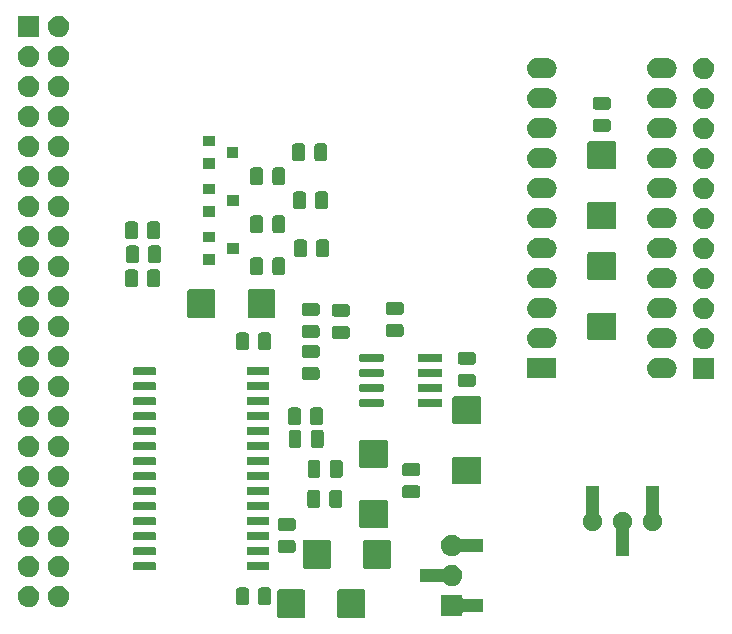
<source format=gts>
G04 #@! TF.GenerationSoftware,KiCad,Pcbnew,5.1.5*
G04 #@! TF.CreationDate,2020-02-08T16:24:25+09:00*
G04 #@! TF.ProjectId,linearccd,6c696e65-6172-4636-9364-2e6b69636164,rev?*
G04 #@! TF.SameCoordinates,Original*
G04 #@! TF.FileFunction,Soldermask,Top*
G04 #@! TF.FilePolarity,Negative*
%FSLAX46Y46*%
G04 Gerber Fmt 4.6, Leading zero omitted, Abs format (unit mm)*
G04 Created by KiCad (PCBNEW 5.1.5) date 2020-02-08 16:24:25*
%MOMM*%
%LPD*%
G04 APERTURE LIST*
%ADD10C,0.100000*%
G04 APERTURE END LIST*
D10*
G36*
X129958786Y-128952746D02*
G01*
X129989461Y-128962051D01*
X130017729Y-128977161D01*
X130042506Y-128997494D01*
X130062839Y-129022271D01*
X130077949Y-129050539D01*
X130087254Y-129081214D01*
X130091000Y-129119251D01*
X130091000Y-131230749D01*
X130087254Y-131268786D01*
X130077949Y-131299461D01*
X130062839Y-131327729D01*
X130042506Y-131352506D01*
X130017729Y-131372839D01*
X129989461Y-131387949D01*
X129958786Y-131397254D01*
X129920749Y-131401000D01*
X127909251Y-131401000D01*
X127871214Y-131397254D01*
X127840539Y-131387949D01*
X127812271Y-131372839D01*
X127787494Y-131352506D01*
X127767161Y-131327729D01*
X127752051Y-131299461D01*
X127742746Y-131268786D01*
X127739000Y-131230749D01*
X127739000Y-129119251D01*
X127742746Y-129081214D01*
X127752051Y-129050539D01*
X127767161Y-129022271D01*
X127787494Y-128997494D01*
X127812271Y-128977161D01*
X127840539Y-128962051D01*
X127871214Y-128952746D01*
X127909251Y-128949000D01*
X129920749Y-128949000D01*
X129958786Y-128952746D01*
G37*
G36*
X124858786Y-128952746D02*
G01*
X124889461Y-128962051D01*
X124917729Y-128977161D01*
X124942506Y-128997494D01*
X124962839Y-129022271D01*
X124977949Y-129050539D01*
X124987254Y-129081214D01*
X124991000Y-129119251D01*
X124991000Y-131230749D01*
X124987254Y-131268786D01*
X124977949Y-131299461D01*
X124962839Y-131327729D01*
X124942506Y-131352506D01*
X124917729Y-131372839D01*
X124889461Y-131387949D01*
X124858786Y-131397254D01*
X124820749Y-131401000D01*
X122809251Y-131401000D01*
X122771214Y-131397254D01*
X122740539Y-131387949D01*
X122712271Y-131372839D01*
X122687494Y-131352506D01*
X122667161Y-131327729D01*
X122652051Y-131299461D01*
X122642746Y-131268786D01*
X122639000Y-131230749D01*
X122639000Y-129119251D01*
X122642746Y-129081214D01*
X122652051Y-129050539D01*
X122667161Y-129022271D01*
X122687494Y-128997494D01*
X122712271Y-128977161D01*
X122740539Y-128962051D01*
X122771214Y-128952746D01*
X122809251Y-128949000D01*
X124820749Y-128949000D01*
X124858786Y-128952746D01*
G37*
G36*
X138315000Y-129626001D02*
G01*
X138317402Y-129650387D01*
X138324515Y-129673836D01*
X138336066Y-129695447D01*
X138351611Y-129714389D01*
X138370553Y-129729934D01*
X138392164Y-129741485D01*
X138415613Y-129748598D01*
X138439999Y-129751000D01*
X140065000Y-129751000D01*
X140065000Y-130853000D01*
X138439999Y-130853000D01*
X138415613Y-130855402D01*
X138392164Y-130862515D01*
X138370553Y-130874066D01*
X138351611Y-130889611D01*
X138336066Y-130908553D01*
X138324515Y-130930164D01*
X138317402Y-130953613D01*
X138315000Y-130977999D01*
X138315000Y-131203000D01*
X136513000Y-131203000D01*
X136513000Y-129401000D01*
X138315000Y-129401000D01*
X138315000Y-129626001D01*
G37*
G36*
X104253512Y-128643927D02*
G01*
X104402812Y-128673624D01*
X104566784Y-128741544D01*
X104714354Y-128840147D01*
X104839853Y-128965646D01*
X104938456Y-129113216D01*
X105006376Y-129277188D01*
X105041000Y-129451259D01*
X105041000Y-129628741D01*
X105006376Y-129802812D01*
X104938456Y-129966784D01*
X104839853Y-130114354D01*
X104714354Y-130239853D01*
X104566784Y-130338456D01*
X104402812Y-130406376D01*
X104253512Y-130436073D01*
X104228742Y-130441000D01*
X104051258Y-130441000D01*
X104026488Y-130436073D01*
X103877188Y-130406376D01*
X103713216Y-130338456D01*
X103565646Y-130239853D01*
X103440147Y-130114354D01*
X103341544Y-129966784D01*
X103273624Y-129802812D01*
X103239000Y-129628741D01*
X103239000Y-129451259D01*
X103273624Y-129277188D01*
X103341544Y-129113216D01*
X103440147Y-128965646D01*
X103565646Y-128840147D01*
X103713216Y-128741544D01*
X103877188Y-128673624D01*
X104026488Y-128643927D01*
X104051258Y-128639000D01*
X104228742Y-128639000D01*
X104253512Y-128643927D01*
G37*
G36*
X101713512Y-128643927D02*
G01*
X101862812Y-128673624D01*
X102026784Y-128741544D01*
X102174354Y-128840147D01*
X102299853Y-128965646D01*
X102398456Y-129113216D01*
X102466376Y-129277188D01*
X102501000Y-129451259D01*
X102501000Y-129628741D01*
X102466376Y-129802812D01*
X102398456Y-129966784D01*
X102299853Y-130114354D01*
X102174354Y-130239853D01*
X102026784Y-130338456D01*
X101862812Y-130406376D01*
X101713512Y-130436073D01*
X101688742Y-130441000D01*
X101511258Y-130441000D01*
X101486488Y-130436073D01*
X101337188Y-130406376D01*
X101173216Y-130338456D01*
X101025646Y-130239853D01*
X100900147Y-130114354D01*
X100801544Y-129966784D01*
X100733624Y-129802812D01*
X100699000Y-129628741D01*
X100699000Y-129451259D01*
X100733624Y-129277188D01*
X100801544Y-129113216D01*
X100900147Y-128965646D01*
X101025646Y-128840147D01*
X101173216Y-128741544D01*
X101337188Y-128673624D01*
X101486488Y-128643927D01*
X101511258Y-128639000D01*
X101688742Y-128639000D01*
X101713512Y-128643927D01*
G37*
G36*
X121959468Y-128793565D02*
G01*
X121998138Y-128805296D01*
X122033777Y-128824346D01*
X122065017Y-128849983D01*
X122090654Y-128881223D01*
X122109704Y-128916862D01*
X122121435Y-128955532D01*
X122126000Y-129001888D01*
X122126000Y-130078112D01*
X122121435Y-130124468D01*
X122109704Y-130163138D01*
X122090654Y-130198777D01*
X122065017Y-130230017D01*
X122033777Y-130255654D01*
X121998138Y-130274704D01*
X121959468Y-130286435D01*
X121913112Y-130291000D01*
X121261888Y-130291000D01*
X121215532Y-130286435D01*
X121176862Y-130274704D01*
X121141223Y-130255654D01*
X121109983Y-130230017D01*
X121084346Y-130198777D01*
X121065296Y-130163138D01*
X121053565Y-130124468D01*
X121049000Y-130078112D01*
X121049000Y-129001888D01*
X121053565Y-128955532D01*
X121065296Y-128916862D01*
X121084346Y-128881223D01*
X121109983Y-128849983D01*
X121141223Y-128824346D01*
X121176862Y-128805296D01*
X121215532Y-128793565D01*
X121261888Y-128789000D01*
X121913112Y-128789000D01*
X121959468Y-128793565D01*
G37*
G36*
X120084468Y-128793565D02*
G01*
X120123138Y-128805296D01*
X120158777Y-128824346D01*
X120190017Y-128849983D01*
X120215654Y-128881223D01*
X120234704Y-128916862D01*
X120246435Y-128955532D01*
X120251000Y-129001888D01*
X120251000Y-130078112D01*
X120246435Y-130124468D01*
X120234704Y-130163138D01*
X120215654Y-130198777D01*
X120190017Y-130230017D01*
X120158777Y-130255654D01*
X120123138Y-130274704D01*
X120084468Y-130286435D01*
X120038112Y-130291000D01*
X119386888Y-130291000D01*
X119340532Y-130286435D01*
X119301862Y-130274704D01*
X119266223Y-130255654D01*
X119234983Y-130230017D01*
X119209346Y-130198777D01*
X119190296Y-130163138D01*
X119178565Y-130124468D01*
X119174000Y-130078112D01*
X119174000Y-129001888D01*
X119178565Y-128955532D01*
X119190296Y-128916862D01*
X119209346Y-128881223D01*
X119234983Y-128849983D01*
X119266223Y-128824346D01*
X119301862Y-128805296D01*
X119340532Y-128793565D01*
X119386888Y-128789000D01*
X120038112Y-128789000D01*
X120084468Y-128793565D01*
G37*
G36*
X137527512Y-126865927D02*
G01*
X137676812Y-126895624D01*
X137840784Y-126963544D01*
X137988354Y-127062147D01*
X138113853Y-127187646D01*
X138212456Y-127335216D01*
X138280376Y-127499188D01*
X138315000Y-127673259D01*
X138315000Y-127850741D01*
X138280376Y-128024812D01*
X138212456Y-128188784D01*
X138113853Y-128336354D01*
X137988354Y-128461853D01*
X137840784Y-128560456D01*
X137676812Y-128628376D01*
X137527512Y-128658073D01*
X137502742Y-128663000D01*
X137325258Y-128663000D01*
X137300488Y-128658073D01*
X137151188Y-128628376D01*
X136987216Y-128560456D01*
X136839646Y-128461853D01*
X136727395Y-128349602D01*
X136708464Y-128334066D01*
X136686853Y-128322515D01*
X136663404Y-128315402D01*
X136639018Y-128313000D01*
X134763000Y-128313000D01*
X134763000Y-127211000D01*
X136639018Y-127211000D01*
X136663404Y-127208598D01*
X136686853Y-127201485D01*
X136708464Y-127189934D01*
X136727395Y-127174398D01*
X136839646Y-127062147D01*
X136987216Y-126963544D01*
X137151188Y-126895624D01*
X137300488Y-126865927D01*
X137325258Y-126861000D01*
X137502742Y-126861000D01*
X137527512Y-126865927D01*
G37*
G36*
X104253512Y-126103927D02*
G01*
X104402812Y-126133624D01*
X104566784Y-126201544D01*
X104714354Y-126300147D01*
X104839853Y-126425646D01*
X104938456Y-126573216D01*
X105006376Y-126737188D01*
X105041000Y-126911259D01*
X105041000Y-127088741D01*
X105006376Y-127262812D01*
X104938456Y-127426784D01*
X104839853Y-127574354D01*
X104714354Y-127699853D01*
X104566784Y-127798456D01*
X104402812Y-127866376D01*
X104253512Y-127896073D01*
X104228742Y-127901000D01*
X104051258Y-127901000D01*
X104026488Y-127896073D01*
X103877188Y-127866376D01*
X103713216Y-127798456D01*
X103565646Y-127699853D01*
X103440147Y-127574354D01*
X103341544Y-127426784D01*
X103273624Y-127262812D01*
X103239000Y-127088741D01*
X103239000Y-126911259D01*
X103273624Y-126737188D01*
X103341544Y-126573216D01*
X103440147Y-126425646D01*
X103565646Y-126300147D01*
X103713216Y-126201544D01*
X103877188Y-126133624D01*
X104026488Y-126103927D01*
X104051258Y-126099000D01*
X104228742Y-126099000D01*
X104253512Y-126103927D01*
G37*
G36*
X101713512Y-126103927D02*
G01*
X101862812Y-126133624D01*
X102026784Y-126201544D01*
X102174354Y-126300147D01*
X102299853Y-126425646D01*
X102398456Y-126573216D01*
X102466376Y-126737188D01*
X102501000Y-126911259D01*
X102501000Y-127088741D01*
X102466376Y-127262812D01*
X102398456Y-127426784D01*
X102299853Y-127574354D01*
X102174354Y-127699853D01*
X102026784Y-127798456D01*
X101862812Y-127866376D01*
X101713512Y-127896073D01*
X101688742Y-127901000D01*
X101511258Y-127901000D01*
X101486488Y-127896073D01*
X101337188Y-127866376D01*
X101173216Y-127798456D01*
X101025646Y-127699853D01*
X100900147Y-127574354D01*
X100801544Y-127426784D01*
X100733624Y-127262812D01*
X100699000Y-127088741D01*
X100699000Y-126911259D01*
X100733624Y-126737188D01*
X100801544Y-126573216D01*
X100900147Y-126425646D01*
X101025646Y-126300147D01*
X101173216Y-126201544D01*
X101337188Y-126133624D01*
X101486488Y-126103927D01*
X101511258Y-126099000D01*
X101688742Y-126099000D01*
X101713512Y-126103927D01*
G37*
G36*
X121864928Y-126651764D02*
G01*
X121886009Y-126658160D01*
X121905445Y-126668548D01*
X121922476Y-126682524D01*
X121936452Y-126699555D01*
X121946840Y-126718991D01*
X121953236Y-126740072D01*
X121956000Y-126768140D01*
X121956000Y-127231860D01*
X121953236Y-127259928D01*
X121946840Y-127281009D01*
X121936452Y-127300445D01*
X121922476Y-127317476D01*
X121905445Y-127331452D01*
X121886009Y-127341840D01*
X121864928Y-127348236D01*
X121836860Y-127351000D01*
X120173140Y-127351000D01*
X120145072Y-127348236D01*
X120123991Y-127341840D01*
X120104555Y-127331452D01*
X120087524Y-127317476D01*
X120073548Y-127300445D01*
X120063160Y-127281009D01*
X120056764Y-127259928D01*
X120054000Y-127231860D01*
X120054000Y-126768140D01*
X120056764Y-126740072D01*
X120063160Y-126718991D01*
X120073548Y-126699555D01*
X120087524Y-126682524D01*
X120104555Y-126668548D01*
X120123991Y-126658160D01*
X120145072Y-126651764D01*
X120173140Y-126649000D01*
X121836860Y-126649000D01*
X121864928Y-126651764D01*
G37*
G36*
X112264928Y-126651764D02*
G01*
X112286009Y-126658160D01*
X112305445Y-126668548D01*
X112322476Y-126682524D01*
X112336452Y-126699555D01*
X112346840Y-126718991D01*
X112353236Y-126740072D01*
X112356000Y-126768140D01*
X112356000Y-127231860D01*
X112353236Y-127259928D01*
X112346840Y-127281009D01*
X112336452Y-127300445D01*
X112322476Y-127317476D01*
X112305445Y-127331452D01*
X112286009Y-127341840D01*
X112264928Y-127348236D01*
X112236860Y-127351000D01*
X110573140Y-127351000D01*
X110545072Y-127348236D01*
X110523991Y-127341840D01*
X110504555Y-127331452D01*
X110487524Y-127317476D01*
X110473548Y-127300445D01*
X110463160Y-127281009D01*
X110456764Y-127259928D01*
X110454000Y-127231860D01*
X110454000Y-126768140D01*
X110456764Y-126740072D01*
X110463160Y-126718991D01*
X110473548Y-126699555D01*
X110487524Y-126682524D01*
X110504555Y-126668548D01*
X110523991Y-126658160D01*
X110545072Y-126651764D01*
X110573140Y-126649000D01*
X112236860Y-126649000D01*
X112264928Y-126651764D01*
G37*
G36*
X127027786Y-124761746D02*
G01*
X127058461Y-124771051D01*
X127086729Y-124786161D01*
X127111506Y-124806494D01*
X127131839Y-124831271D01*
X127146949Y-124859539D01*
X127156254Y-124890214D01*
X127160000Y-124928251D01*
X127160000Y-127039749D01*
X127156254Y-127077786D01*
X127146949Y-127108461D01*
X127131839Y-127136729D01*
X127111506Y-127161506D01*
X127086729Y-127181839D01*
X127058461Y-127196949D01*
X127027786Y-127206254D01*
X126989749Y-127210000D01*
X124978251Y-127210000D01*
X124940214Y-127206254D01*
X124909539Y-127196949D01*
X124881271Y-127181839D01*
X124856494Y-127161506D01*
X124836161Y-127136729D01*
X124821051Y-127108461D01*
X124811746Y-127077786D01*
X124808000Y-127039749D01*
X124808000Y-124928251D01*
X124811746Y-124890214D01*
X124821051Y-124859539D01*
X124836161Y-124831271D01*
X124856494Y-124806494D01*
X124881271Y-124786161D01*
X124909539Y-124771051D01*
X124940214Y-124761746D01*
X124978251Y-124758000D01*
X126989749Y-124758000D01*
X127027786Y-124761746D01*
G37*
G36*
X132127786Y-124761746D02*
G01*
X132158461Y-124771051D01*
X132186729Y-124786161D01*
X132211506Y-124806494D01*
X132231839Y-124831271D01*
X132246949Y-124859539D01*
X132256254Y-124890214D01*
X132260000Y-124928251D01*
X132260000Y-127039749D01*
X132256254Y-127077786D01*
X132246949Y-127108461D01*
X132231839Y-127136729D01*
X132211506Y-127161506D01*
X132186729Y-127181839D01*
X132158461Y-127196949D01*
X132127786Y-127206254D01*
X132089749Y-127210000D01*
X130078251Y-127210000D01*
X130040214Y-127206254D01*
X130009539Y-127196949D01*
X129981271Y-127181839D01*
X129956494Y-127161506D01*
X129936161Y-127136729D01*
X129921051Y-127108461D01*
X129911746Y-127077786D01*
X129908000Y-127039749D01*
X129908000Y-124928251D01*
X129911746Y-124890214D01*
X129921051Y-124859539D01*
X129936161Y-124831271D01*
X129956494Y-124806494D01*
X129981271Y-124786161D01*
X130009539Y-124771051D01*
X130040214Y-124761746D01*
X130078251Y-124758000D01*
X132089749Y-124758000D01*
X132127786Y-124761746D01*
G37*
G36*
X152129142Y-122408242D02*
G01*
X152277101Y-122469529D01*
X152410255Y-122558499D01*
X152523501Y-122671745D01*
X152612471Y-122804899D01*
X152673758Y-122952858D01*
X152705000Y-123109925D01*
X152705000Y-123270075D01*
X152673758Y-123427142D01*
X152612471Y-123575101D01*
X152523501Y-123708255D01*
X152479611Y-123752145D01*
X152464066Y-123771087D01*
X152452515Y-123792698D01*
X152445402Y-123816147D01*
X152443000Y-123840533D01*
X152443000Y-126141000D01*
X151341000Y-126141000D01*
X151341000Y-123840533D01*
X151338598Y-123816147D01*
X151331485Y-123792698D01*
X151319934Y-123771087D01*
X151304389Y-123752145D01*
X151260499Y-123708255D01*
X151171529Y-123575101D01*
X151110242Y-123427142D01*
X151079000Y-123270075D01*
X151079000Y-123109925D01*
X151110242Y-122952858D01*
X151171529Y-122804899D01*
X151260499Y-122671745D01*
X151373745Y-122558499D01*
X151506899Y-122469529D01*
X151654858Y-122408242D01*
X151811925Y-122377000D01*
X151972075Y-122377000D01*
X152129142Y-122408242D01*
G37*
G36*
X137527512Y-124325927D02*
G01*
X137676812Y-124355624D01*
X137840784Y-124423544D01*
X137988354Y-124522147D01*
X138100605Y-124634398D01*
X138119536Y-124649934D01*
X138141147Y-124661485D01*
X138164596Y-124668598D01*
X138188982Y-124671000D01*
X140065000Y-124671000D01*
X140065000Y-125773000D01*
X138188982Y-125773000D01*
X138164596Y-125775402D01*
X138141147Y-125782515D01*
X138119536Y-125794066D01*
X138100605Y-125809602D01*
X137988354Y-125921853D01*
X137840784Y-126020456D01*
X137676812Y-126088376D01*
X137527512Y-126118073D01*
X137502742Y-126123000D01*
X137325258Y-126123000D01*
X137300488Y-126118073D01*
X137151188Y-126088376D01*
X136987216Y-126020456D01*
X136839646Y-125921853D01*
X136714147Y-125796354D01*
X136615544Y-125648784D01*
X136547624Y-125484812D01*
X136513000Y-125310741D01*
X136513000Y-125133259D01*
X136547624Y-124959188D01*
X136615544Y-124795216D01*
X136714147Y-124647646D01*
X136839646Y-124522147D01*
X136987216Y-124423544D01*
X137151188Y-124355624D01*
X137300488Y-124325927D01*
X137325258Y-124321000D01*
X137502742Y-124321000D01*
X137527512Y-124325927D01*
G37*
G36*
X112264928Y-125381764D02*
G01*
X112286009Y-125388160D01*
X112305445Y-125398548D01*
X112322476Y-125412524D01*
X112336452Y-125429555D01*
X112346840Y-125448991D01*
X112353236Y-125470072D01*
X112356000Y-125498140D01*
X112356000Y-125961860D01*
X112353236Y-125989928D01*
X112346840Y-126011009D01*
X112336452Y-126030445D01*
X112322476Y-126047476D01*
X112305445Y-126061452D01*
X112286009Y-126071840D01*
X112264928Y-126078236D01*
X112236860Y-126081000D01*
X110573140Y-126081000D01*
X110545072Y-126078236D01*
X110523991Y-126071840D01*
X110504555Y-126061452D01*
X110487524Y-126047476D01*
X110473548Y-126030445D01*
X110463160Y-126011009D01*
X110456764Y-125989928D01*
X110454000Y-125961860D01*
X110454000Y-125498140D01*
X110456764Y-125470072D01*
X110463160Y-125448991D01*
X110473548Y-125429555D01*
X110487524Y-125412524D01*
X110504555Y-125398548D01*
X110523991Y-125388160D01*
X110545072Y-125381764D01*
X110573140Y-125379000D01*
X112236860Y-125379000D01*
X112264928Y-125381764D01*
G37*
G36*
X121864928Y-125381764D02*
G01*
X121886009Y-125388160D01*
X121905445Y-125398548D01*
X121922476Y-125412524D01*
X121936452Y-125429555D01*
X121946840Y-125448991D01*
X121953236Y-125470072D01*
X121956000Y-125498140D01*
X121956000Y-125961860D01*
X121953236Y-125989928D01*
X121946840Y-126011009D01*
X121936452Y-126030445D01*
X121922476Y-126047476D01*
X121905445Y-126061452D01*
X121886009Y-126071840D01*
X121864928Y-126078236D01*
X121836860Y-126081000D01*
X120173140Y-126081000D01*
X120145072Y-126078236D01*
X120123991Y-126071840D01*
X120104555Y-126061452D01*
X120087524Y-126047476D01*
X120073548Y-126030445D01*
X120063160Y-126011009D01*
X120056764Y-125989928D01*
X120054000Y-125961860D01*
X120054000Y-125498140D01*
X120056764Y-125470072D01*
X120063160Y-125448991D01*
X120073548Y-125429555D01*
X120087524Y-125412524D01*
X120104555Y-125398548D01*
X120123991Y-125388160D01*
X120145072Y-125381764D01*
X120173140Y-125379000D01*
X121836860Y-125379000D01*
X121864928Y-125381764D01*
G37*
G36*
X124028468Y-124785065D02*
G01*
X124067138Y-124796796D01*
X124102777Y-124815846D01*
X124134017Y-124841483D01*
X124159654Y-124872723D01*
X124178704Y-124908362D01*
X124190435Y-124947032D01*
X124195000Y-124993388D01*
X124195000Y-125644612D01*
X124190435Y-125690968D01*
X124178704Y-125729638D01*
X124159654Y-125765277D01*
X124134017Y-125796517D01*
X124102777Y-125822154D01*
X124067138Y-125841204D01*
X124028468Y-125852935D01*
X123982112Y-125857500D01*
X122905888Y-125857500D01*
X122859532Y-125852935D01*
X122820862Y-125841204D01*
X122785223Y-125822154D01*
X122753983Y-125796517D01*
X122728346Y-125765277D01*
X122709296Y-125729638D01*
X122697565Y-125690968D01*
X122693000Y-125644612D01*
X122693000Y-124993388D01*
X122697565Y-124947032D01*
X122709296Y-124908362D01*
X122728346Y-124872723D01*
X122753983Y-124841483D01*
X122785223Y-124815846D01*
X122820862Y-124796796D01*
X122859532Y-124785065D01*
X122905888Y-124780500D01*
X123982112Y-124780500D01*
X124028468Y-124785065D01*
G37*
G36*
X104253512Y-123563927D02*
G01*
X104402812Y-123593624D01*
X104566784Y-123661544D01*
X104714354Y-123760147D01*
X104839853Y-123885646D01*
X104938456Y-124033216D01*
X105006376Y-124197188D01*
X105041000Y-124371259D01*
X105041000Y-124548741D01*
X105006376Y-124722812D01*
X104938456Y-124886784D01*
X104839853Y-125034354D01*
X104714354Y-125159853D01*
X104566784Y-125258456D01*
X104402812Y-125326376D01*
X104253512Y-125356073D01*
X104228742Y-125361000D01*
X104051258Y-125361000D01*
X104026488Y-125356073D01*
X103877188Y-125326376D01*
X103713216Y-125258456D01*
X103565646Y-125159853D01*
X103440147Y-125034354D01*
X103341544Y-124886784D01*
X103273624Y-124722812D01*
X103239000Y-124548741D01*
X103239000Y-124371259D01*
X103273624Y-124197188D01*
X103341544Y-124033216D01*
X103440147Y-123885646D01*
X103565646Y-123760147D01*
X103713216Y-123661544D01*
X103877188Y-123593624D01*
X104026488Y-123563927D01*
X104051258Y-123559000D01*
X104228742Y-123559000D01*
X104253512Y-123563927D01*
G37*
G36*
X101713512Y-123563927D02*
G01*
X101862812Y-123593624D01*
X102026784Y-123661544D01*
X102174354Y-123760147D01*
X102299853Y-123885646D01*
X102398456Y-124033216D01*
X102466376Y-124197188D01*
X102501000Y-124371259D01*
X102501000Y-124548741D01*
X102466376Y-124722812D01*
X102398456Y-124886784D01*
X102299853Y-125034354D01*
X102174354Y-125159853D01*
X102026784Y-125258456D01*
X101862812Y-125326376D01*
X101713512Y-125356073D01*
X101688742Y-125361000D01*
X101511258Y-125361000D01*
X101486488Y-125356073D01*
X101337188Y-125326376D01*
X101173216Y-125258456D01*
X101025646Y-125159853D01*
X100900147Y-125034354D01*
X100801544Y-124886784D01*
X100733624Y-124722812D01*
X100699000Y-124548741D01*
X100699000Y-124371259D01*
X100733624Y-124197188D01*
X100801544Y-124033216D01*
X100900147Y-123885646D01*
X101025646Y-123760147D01*
X101173216Y-123661544D01*
X101337188Y-123593624D01*
X101486488Y-123563927D01*
X101511258Y-123559000D01*
X101688742Y-123559000D01*
X101713512Y-123563927D01*
G37*
G36*
X121864928Y-124111764D02*
G01*
X121886009Y-124118160D01*
X121905445Y-124128548D01*
X121922476Y-124142524D01*
X121936452Y-124159555D01*
X121946840Y-124178991D01*
X121953236Y-124200072D01*
X121956000Y-124228140D01*
X121956000Y-124691860D01*
X121953236Y-124719928D01*
X121946840Y-124741009D01*
X121936452Y-124760445D01*
X121922476Y-124777476D01*
X121905445Y-124791452D01*
X121886009Y-124801840D01*
X121864928Y-124808236D01*
X121836860Y-124811000D01*
X120173140Y-124811000D01*
X120145072Y-124808236D01*
X120123991Y-124801840D01*
X120104555Y-124791452D01*
X120087524Y-124777476D01*
X120073548Y-124760445D01*
X120063160Y-124741009D01*
X120056764Y-124719928D01*
X120054000Y-124691860D01*
X120054000Y-124228140D01*
X120056764Y-124200072D01*
X120063160Y-124178991D01*
X120073548Y-124159555D01*
X120087524Y-124142524D01*
X120104555Y-124128548D01*
X120123991Y-124118160D01*
X120145072Y-124111764D01*
X120173140Y-124109000D01*
X121836860Y-124109000D01*
X121864928Y-124111764D01*
G37*
G36*
X112264928Y-124111764D02*
G01*
X112286009Y-124118160D01*
X112305445Y-124128548D01*
X112322476Y-124142524D01*
X112336452Y-124159555D01*
X112346840Y-124178991D01*
X112353236Y-124200072D01*
X112356000Y-124228140D01*
X112356000Y-124691860D01*
X112353236Y-124719928D01*
X112346840Y-124741009D01*
X112336452Y-124760445D01*
X112322476Y-124777476D01*
X112305445Y-124791452D01*
X112286009Y-124801840D01*
X112264928Y-124808236D01*
X112236860Y-124811000D01*
X110573140Y-124811000D01*
X110545072Y-124808236D01*
X110523991Y-124801840D01*
X110504555Y-124791452D01*
X110487524Y-124777476D01*
X110473548Y-124760445D01*
X110463160Y-124741009D01*
X110456764Y-124719928D01*
X110454000Y-124691860D01*
X110454000Y-124228140D01*
X110456764Y-124200072D01*
X110463160Y-124178991D01*
X110473548Y-124159555D01*
X110487524Y-124142524D01*
X110504555Y-124128548D01*
X110523991Y-124118160D01*
X110545072Y-124111764D01*
X110573140Y-124109000D01*
X112236860Y-124109000D01*
X112264928Y-124111764D01*
G37*
G36*
X149903000Y-122539467D02*
G01*
X149905402Y-122563853D01*
X149912515Y-122587302D01*
X149924066Y-122608913D01*
X149939611Y-122627855D01*
X149983501Y-122671745D01*
X150072471Y-122804899D01*
X150133758Y-122952858D01*
X150165000Y-123109925D01*
X150165000Y-123270075D01*
X150133758Y-123427142D01*
X150072471Y-123575101D01*
X149983501Y-123708255D01*
X149870255Y-123821501D01*
X149737101Y-123910471D01*
X149589142Y-123971758D01*
X149432075Y-124003000D01*
X149271925Y-124003000D01*
X149114858Y-123971758D01*
X148966899Y-123910471D01*
X148833745Y-123821501D01*
X148720499Y-123708255D01*
X148631529Y-123575101D01*
X148570242Y-123427142D01*
X148539000Y-123270075D01*
X148539000Y-123109925D01*
X148570242Y-122952858D01*
X148631529Y-122804899D01*
X148720499Y-122671745D01*
X148764389Y-122627855D01*
X148779934Y-122608913D01*
X148791485Y-122587302D01*
X148798598Y-122563853D01*
X148801000Y-122539467D01*
X148801000Y-120239000D01*
X149903000Y-120239000D01*
X149903000Y-122539467D01*
G37*
G36*
X154983000Y-122539467D02*
G01*
X154985402Y-122563853D01*
X154992515Y-122587302D01*
X155004066Y-122608913D01*
X155019611Y-122627855D01*
X155063501Y-122671745D01*
X155152471Y-122804899D01*
X155213758Y-122952858D01*
X155245000Y-123109925D01*
X155245000Y-123270075D01*
X155213758Y-123427142D01*
X155152471Y-123575101D01*
X155063501Y-123708255D01*
X154950255Y-123821501D01*
X154817101Y-123910471D01*
X154669142Y-123971758D01*
X154512075Y-124003000D01*
X154351925Y-124003000D01*
X154194858Y-123971758D01*
X154046899Y-123910471D01*
X153913745Y-123821501D01*
X153800499Y-123708255D01*
X153711529Y-123575101D01*
X153650242Y-123427142D01*
X153619000Y-123270075D01*
X153619000Y-123109925D01*
X153650242Y-122952858D01*
X153711529Y-122804899D01*
X153800499Y-122671745D01*
X153844389Y-122627855D01*
X153859934Y-122608913D01*
X153871485Y-122587302D01*
X153878598Y-122563853D01*
X153881000Y-122539467D01*
X153881000Y-120239000D01*
X154983000Y-120239000D01*
X154983000Y-122539467D01*
G37*
G36*
X124028468Y-122910065D02*
G01*
X124067138Y-122921796D01*
X124102777Y-122940846D01*
X124134017Y-122966483D01*
X124159654Y-122997723D01*
X124178704Y-123033362D01*
X124190435Y-123072032D01*
X124195000Y-123118388D01*
X124195000Y-123769612D01*
X124190435Y-123815968D01*
X124178704Y-123854638D01*
X124159654Y-123890277D01*
X124134017Y-123921517D01*
X124102777Y-123947154D01*
X124067138Y-123966204D01*
X124028468Y-123977935D01*
X123982112Y-123982500D01*
X122905888Y-123982500D01*
X122859532Y-123977935D01*
X122820862Y-123966204D01*
X122785223Y-123947154D01*
X122753983Y-123921517D01*
X122728346Y-123890277D01*
X122709296Y-123854638D01*
X122697565Y-123815968D01*
X122693000Y-123769612D01*
X122693000Y-123118388D01*
X122697565Y-123072032D01*
X122709296Y-123033362D01*
X122728346Y-122997723D01*
X122753983Y-122966483D01*
X122785223Y-122940846D01*
X122820862Y-122921796D01*
X122859532Y-122910065D01*
X122905888Y-122905500D01*
X123982112Y-122905500D01*
X124028468Y-122910065D01*
G37*
G36*
X131903786Y-121402746D02*
G01*
X131934461Y-121412051D01*
X131962729Y-121427161D01*
X131987506Y-121447494D01*
X132007839Y-121472271D01*
X132022949Y-121500539D01*
X132032254Y-121531214D01*
X132036000Y-121569251D01*
X132036000Y-123580749D01*
X132032254Y-123618786D01*
X132022949Y-123649461D01*
X132007839Y-123677729D01*
X131987506Y-123702506D01*
X131962729Y-123722839D01*
X131934461Y-123737949D01*
X131903786Y-123747254D01*
X131865749Y-123751000D01*
X129754251Y-123751000D01*
X129716214Y-123747254D01*
X129685539Y-123737949D01*
X129657271Y-123722839D01*
X129632494Y-123702506D01*
X129612161Y-123677729D01*
X129597051Y-123649461D01*
X129587746Y-123618786D01*
X129584000Y-123580749D01*
X129584000Y-121569251D01*
X129587746Y-121531214D01*
X129597051Y-121500539D01*
X129612161Y-121472271D01*
X129632494Y-121447494D01*
X129657271Y-121427161D01*
X129685539Y-121412051D01*
X129716214Y-121402746D01*
X129754251Y-121399000D01*
X131865749Y-121399000D01*
X131903786Y-121402746D01*
G37*
G36*
X121864928Y-122841764D02*
G01*
X121886009Y-122848160D01*
X121905445Y-122858548D01*
X121922476Y-122872524D01*
X121936452Y-122889555D01*
X121946840Y-122908991D01*
X121953236Y-122930072D01*
X121956000Y-122958140D01*
X121956000Y-123421860D01*
X121953236Y-123449928D01*
X121946840Y-123471009D01*
X121936452Y-123490445D01*
X121922476Y-123507476D01*
X121905445Y-123521452D01*
X121886009Y-123531840D01*
X121864928Y-123538236D01*
X121836860Y-123541000D01*
X120173140Y-123541000D01*
X120145072Y-123538236D01*
X120123991Y-123531840D01*
X120104555Y-123521452D01*
X120087524Y-123507476D01*
X120073548Y-123490445D01*
X120063160Y-123471009D01*
X120056764Y-123449928D01*
X120054000Y-123421860D01*
X120054000Y-122958140D01*
X120056764Y-122930072D01*
X120063160Y-122908991D01*
X120073548Y-122889555D01*
X120087524Y-122872524D01*
X120104555Y-122858548D01*
X120123991Y-122848160D01*
X120145072Y-122841764D01*
X120173140Y-122839000D01*
X121836860Y-122839000D01*
X121864928Y-122841764D01*
G37*
G36*
X112264928Y-122841764D02*
G01*
X112286009Y-122848160D01*
X112305445Y-122858548D01*
X112322476Y-122872524D01*
X112336452Y-122889555D01*
X112346840Y-122908991D01*
X112353236Y-122930072D01*
X112356000Y-122958140D01*
X112356000Y-123421860D01*
X112353236Y-123449928D01*
X112346840Y-123471009D01*
X112336452Y-123490445D01*
X112322476Y-123507476D01*
X112305445Y-123521452D01*
X112286009Y-123531840D01*
X112264928Y-123538236D01*
X112236860Y-123541000D01*
X110573140Y-123541000D01*
X110545072Y-123538236D01*
X110523991Y-123531840D01*
X110504555Y-123521452D01*
X110487524Y-123507476D01*
X110473548Y-123490445D01*
X110463160Y-123471009D01*
X110456764Y-123449928D01*
X110454000Y-123421860D01*
X110454000Y-122958140D01*
X110456764Y-122930072D01*
X110463160Y-122908991D01*
X110473548Y-122889555D01*
X110487524Y-122872524D01*
X110504555Y-122858548D01*
X110523991Y-122848160D01*
X110545072Y-122841764D01*
X110573140Y-122839000D01*
X112236860Y-122839000D01*
X112264928Y-122841764D01*
G37*
G36*
X101713512Y-121023927D02*
G01*
X101862812Y-121053624D01*
X102026784Y-121121544D01*
X102174354Y-121220147D01*
X102299853Y-121345646D01*
X102398456Y-121493216D01*
X102466376Y-121657188D01*
X102501000Y-121831259D01*
X102501000Y-122008741D01*
X102466376Y-122182812D01*
X102398456Y-122346784D01*
X102299853Y-122494354D01*
X102174354Y-122619853D01*
X102026784Y-122718456D01*
X101862812Y-122786376D01*
X101713512Y-122816073D01*
X101688742Y-122821000D01*
X101511258Y-122821000D01*
X101486488Y-122816073D01*
X101337188Y-122786376D01*
X101173216Y-122718456D01*
X101025646Y-122619853D01*
X100900147Y-122494354D01*
X100801544Y-122346784D01*
X100733624Y-122182812D01*
X100699000Y-122008741D01*
X100699000Y-121831259D01*
X100733624Y-121657188D01*
X100801544Y-121493216D01*
X100900147Y-121345646D01*
X101025646Y-121220147D01*
X101173216Y-121121544D01*
X101337188Y-121053624D01*
X101486488Y-121023927D01*
X101511258Y-121019000D01*
X101688742Y-121019000D01*
X101713512Y-121023927D01*
G37*
G36*
X104253512Y-121023927D02*
G01*
X104402812Y-121053624D01*
X104566784Y-121121544D01*
X104714354Y-121220147D01*
X104839853Y-121345646D01*
X104938456Y-121493216D01*
X105006376Y-121657188D01*
X105041000Y-121831259D01*
X105041000Y-122008741D01*
X105006376Y-122182812D01*
X104938456Y-122346784D01*
X104839853Y-122494354D01*
X104714354Y-122619853D01*
X104566784Y-122718456D01*
X104402812Y-122786376D01*
X104253512Y-122816073D01*
X104228742Y-122821000D01*
X104051258Y-122821000D01*
X104026488Y-122816073D01*
X103877188Y-122786376D01*
X103713216Y-122718456D01*
X103565646Y-122619853D01*
X103440147Y-122494354D01*
X103341544Y-122346784D01*
X103273624Y-122182812D01*
X103239000Y-122008741D01*
X103239000Y-121831259D01*
X103273624Y-121657188D01*
X103341544Y-121493216D01*
X103440147Y-121345646D01*
X103565646Y-121220147D01*
X103713216Y-121121544D01*
X103877188Y-121053624D01*
X104026488Y-121023927D01*
X104051258Y-121019000D01*
X104228742Y-121019000D01*
X104253512Y-121023927D01*
G37*
G36*
X121864928Y-121571764D02*
G01*
X121886009Y-121578160D01*
X121905445Y-121588548D01*
X121922476Y-121602524D01*
X121936452Y-121619555D01*
X121946840Y-121638991D01*
X121953236Y-121660072D01*
X121956000Y-121688140D01*
X121956000Y-122151860D01*
X121953236Y-122179928D01*
X121946840Y-122201009D01*
X121936452Y-122220445D01*
X121922476Y-122237476D01*
X121905445Y-122251452D01*
X121886009Y-122261840D01*
X121864928Y-122268236D01*
X121836860Y-122271000D01*
X120173140Y-122271000D01*
X120145072Y-122268236D01*
X120123991Y-122261840D01*
X120104555Y-122251452D01*
X120087524Y-122237476D01*
X120073548Y-122220445D01*
X120063160Y-122201009D01*
X120056764Y-122179928D01*
X120054000Y-122151860D01*
X120054000Y-121688140D01*
X120056764Y-121660072D01*
X120063160Y-121638991D01*
X120073548Y-121619555D01*
X120087524Y-121602524D01*
X120104555Y-121588548D01*
X120123991Y-121578160D01*
X120145072Y-121571764D01*
X120173140Y-121569000D01*
X121836860Y-121569000D01*
X121864928Y-121571764D01*
G37*
G36*
X112264928Y-121571764D02*
G01*
X112286009Y-121578160D01*
X112305445Y-121588548D01*
X112322476Y-121602524D01*
X112336452Y-121619555D01*
X112346840Y-121638991D01*
X112353236Y-121660072D01*
X112356000Y-121688140D01*
X112356000Y-122151860D01*
X112353236Y-122179928D01*
X112346840Y-122201009D01*
X112336452Y-122220445D01*
X112322476Y-122237476D01*
X112305445Y-122251452D01*
X112286009Y-122261840D01*
X112264928Y-122268236D01*
X112236860Y-122271000D01*
X110573140Y-122271000D01*
X110545072Y-122268236D01*
X110523991Y-122261840D01*
X110504555Y-122251452D01*
X110487524Y-122237476D01*
X110473548Y-122220445D01*
X110463160Y-122201009D01*
X110456764Y-122179928D01*
X110454000Y-122151860D01*
X110454000Y-121688140D01*
X110456764Y-121660072D01*
X110463160Y-121638991D01*
X110473548Y-121619555D01*
X110487524Y-121602524D01*
X110504555Y-121588548D01*
X110523991Y-121578160D01*
X110545072Y-121571764D01*
X110573140Y-121569000D01*
X112236860Y-121569000D01*
X112264928Y-121571764D01*
G37*
G36*
X127976968Y-120538565D02*
G01*
X128015638Y-120550296D01*
X128051277Y-120569346D01*
X128082517Y-120594983D01*
X128108154Y-120626223D01*
X128127204Y-120661862D01*
X128138935Y-120700532D01*
X128143500Y-120746888D01*
X128143500Y-121823112D01*
X128138935Y-121869468D01*
X128127204Y-121908138D01*
X128108154Y-121943777D01*
X128082517Y-121975017D01*
X128051277Y-122000654D01*
X128015638Y-122019704D01*
X127976968Y-122031435D01*
X127930612Y-122036000D01*
X127279388Y-122036000D01*
X127233032Y-122031435D01*
X127194362Y-122019704D01*
X127158723Y-122000654D01*
X127127483Y-121975017D01*
X127101846Y-121943777D01*
X127082796Y-121908138D01*
X127071065Y-121869468D01*
X127066500Y-121823112D01*
X127066500Y-120746888D01*
X127071065Y-120700532D01*
X127082796Y-120661862D01*
X127101846Y-120626223D01*
X127127483Y-120594983D01*
X127158723Y-120569346D01*
X127194362Y-120550296D01*
X127233032Y-120538565D01*
X127279388Y-120534000D01*
X127930612Y-120534000D01*
X127976968Y-120538565D01*
G37*
G36*
X126101968Y-120538565D02*
G01*
X126140638Y-120550296D01*
X126176277Y-120569346D01*
X126207517Y-120594983D01*
X126233154Y-120626223D01*
X126252204Y-120661862D01*
X126263935Y-120700532D01*
X126268500Y-120746888D01*
X126268500Y-121823112D01*
X126263935Y-121869468D01*
X126252204Y-121908138D01*
X126233154Y-121943777D01*
X126207517Y-121975017D01*
X126176277Y-122000654D01*
X126140638Y-122019704D01*
X126101968Y-122031435D01*
X126055612Y-122036000D01*
X125404388Y-122036000D01*
X125358032Y-122031435D01*
X125319362Y-122019704D01*
X125283723Y-122000654D01*
X125252483Y-121975017D01*
X125226846Y-121943777D01*
X125207796Y-121908138D01*
X125196065Y-121869468D01*
X125191500Y-121823112D01*
X125191500Y-120746888D01*
X125196065Y-120700532D01*
X125207796Y-120661862D01*
X125226846Y-120626223D01*
X125252483Y-120594983D01*
X125283723Y-120569346D01*
X125319362Y-120550296D01*
X125358032Y-120538565D01*
X125404388Y-120534000D01*
X126055612Y-120534000D01*
X126101968Y-120538565D01*
G37*
G36*
X134569468Y-120146065D02*
G01*
X134608138Y-120157796D01*
X134643777Y-120176846D01*
X134675017Y-120202483D01*
X134700654Y-120233723D01*
X134719704Y-120269362D01*
X134731435Y-120308032D01*
X134736000Y-120354388D01*
X134736000Y-121005612D01*
X134731435Y-121051968D01*
X134719704Y-121090638D01*
X134700654Y-121126277D01*
X134675017Y-121157517D01*
X134643777Y-121183154D01*
X134608138Y-121202204D01*
X134569468Y-121213935D01*
X134523112Y-121218500D01*
X133446888Y-121218500D01*
X133400532Y-121213935D01*
X133361862Y-121202204D01*
X133326223Y-121183154D01*
X133294983Y-121157517D01*
X133269346Y-121126277D01*
X133250296Y-121090638D01*
X133238565Y-121051968D01*
X133234000Y-121005612D01*
X133234000Y-120354388D01*
X133238565Y-120308032D01*
X133250296Y-120269362D01*
X133269346Y-120233723D01*
X133294983Y-120202483D01*
X133326223Y-120176846D01*
X133361862Y-120157796D01*
X133400532Y-120146065D01*
X133446888Y-120141500D01*
X134523112Y-120141500D01*
X134569468Y-120146065D01*
G37*
G36*
X112264928Y-120301764D02*
G01*
X112286009Y-120308160D01*
X112305445Y-120318548D01*
X112322476Y-120332524D01*
X112336452Y-120349555D01*
X112346840Y-120368991D01*
X112353236Y-120390072D01*
X112356000Y-120418140D01*
X112356000Y-120881860D01*
X112353236Y-120909928D01*
X112346840Y-120931009D01*
X112336452Y-120950445D01*
X112322476Y-120967476D01*
X112305445Y-120981452D01*
X112286009Y-120991840D01*
X112264928Y-120998236D01*
X112236860Y-121001000D01*
X110573140Y-121001000D01*
X110545072Y-120998236D01*
X110523991Y-120991840D01*
X110504555Y-120981452D01*
X110487524Y-120967476D01*
X110473548Y-120950445D01*
X110463160Y-120931009D01*
X110456764Y-120909928D01*
X110454000Y-120881860D01*
X110454000Y-120418140D01*
X110456764Y-120390072D01*
X110463160Y-120368991D01*
X110473548Y-120349555D01*
X110487524Y-120332524D01*
X110504555Y-120318548D01*
X110523991Y-120308160D01*
X110545072Y-120301764D01*
X110573140Y-120299000D01*
X112236860Y-120299000D01*
X112264928Y-120301764D01*
G37*
G36*
X121864928Y-120301764D02*
G01*
X121886009Y-120308160D01*
X121905445Y-120318548D01*
X121922476Y-120332524D01*
X121936452Y-120349555D01*
X121946840Y-120368991D01*
X121953236Y-120390072D01*
X121956000Y-120418140D01*
X121956000Y-120881860D01*
X121953236Y-120909928D01*
X121946840Y-120931009D01*
X121936452Y-120950445D01*
X121922476Y-120967476D01*
X121905445Y-120981452D01*
X121886009Y-120991840D01*
X121864928Y-120998236D01*
X121836860Y-121001000D01*
X120173140Y-121001000D01*
X120145072Y-120998236D01*
X120123991Y-120991840D01*
X120104555Y-120981452D01*
X120087524Y-120967476D01*
X120073548Y-120950445D01*
X120063160Y-120931009D01*
X120056764Y-120909928D01*
X120054000Y-120881860D01*
X120054000Y-120418140D01*
X120056764Y-120390072D01*
X120063160Y-120368991D01*
X120073548Y-120349555D01*
X120087524Y-120332524D01*
X120104555Y-120318548D01*
X120123991Y-120308160D01*
X120145072Y-120301764D01*
X120173140Y-120299000D01*
X121836860Y-120299000D01*
X121864928Y-120301764D01*
G37*
G36*
X101709967Y-118483222D02*
G01*
X101862812Y-118513624D01*
X102026784Y-118581544D01*
X102174354Y-118680147D01*
X102299853Y-118805646D01*
X102398456Y-118953216D01*
X102466376Y-119117188D01*
X102501000Y-119291259D01*
X102501000Y-119468741D01*
X102466376Y-119642812D01*
X102398456Y-119806784D01*
X102299853Y-119954354D01*
X102174354Y-120079853D01*
X102026784Y-120178456D01*
X101862812Y-120246376D01*
X101713512Y-120276073D01*
X101688742Y-120281000D01*
X101511258Y-120281000D01*
X101486488Y-120276073D01*
X101337188Y-120246376D01*
X101173216Y-120178456D01*
X101025646Y-120079853D01*
X100900147Y-119954354D01*
X100801544Y-119806784D01*
X100733624Y-119642812D01*
X100699000Y-119468741D01*
X100699000Y-119291259D01*
X100733624Y-119117188D01*
X100801544Y-118953216D01*
X100900147Y-118805646D01*
X101025646Y-118680147D01*
X101173216Y-118581544D01*
X101337188Y-118513624D01*
X101490033Y-118483222D01*
X101511258Y-118479000D01*
X101688742Y-118479000D01*
X101709967Y-118483222D01*
G37*
G36*
X104249967Y-118483222D02*
G01*
X104402812Y-118513624D01*
X104566784Y-118581544D01*
X104714354Y-118680147D01*
X104839853Y-118805646D01*
X104938456Y-118953216D01*
X105006376Y-119117188D01*
X105041000Y-119291259D01*
X105041000Y-119468741D01*
X105006376Y-119642812D01*
X104938456Y-119806784D01*
X104839853Y-119954354D01*
X104714354Y-120079853D01*
X104566784Y-120178456D01*
X104402812Y-120246376D01*
X104253512Y-120276073D01*
X104228742Y-120281000D01*
X104051258Y-120281000D01*
X104026488Y-120276073D01*
X103877188Y-120246376D01*
X103713216Y-120178456D01*
X103565646Y-120079853D01*
X103440147Y-119954354D01*
X103341544Y-119806784D01*
X103273624Y-119642812D01*
X103239000Y-119468741D01*
X103239000Y-119291259D01*
X103273624Y-119117188D01*
X103341544Y-118953216D01*
X103440147Y-118805646D01*
X103565646Y-118680147D01*
X103713216Y-118581544D01*
X103877188Y-118513624D01*
X104030033Y-118483222D01*
X104051258Y-118479000D01*
X104228742Y-118479000D01*
X104249967Y-118483222D01*
G37*
G36*
X139777786Y-117719746D02*
G01*
X139808461Y-117729051D01*
X139836729Y-117744161D01*
X139861506Y-117764494D01*
X139881839Y-117789271D01*
X139896949Y-117817539D01*
X139906254Y-117848214D01*
X139910000Y-117886251D01*
X139910000Y-119897749D01*
X139906254Y-119935786D01*
X139896949Y-119966461D01*
X139881839Y-119994729D01*
X139861506Y-120019506D01*
X139836729Y-120039839D01*
X139808461Y-120054949D01*
X139777786Y-120064254D01*
X139739749Y-120068000D01*
X137628251Y-120068000D01*
X137590214Y-120064254D01*
X137559539Y-120054949D01*
X137531271Y-120039839D01*
X137506494Y-120019506D01*
X137486161Y-119994729D01*
X137471051Y-119966461D01*
X137461746Y-119935786D01*
X137458000Y-119897749D01*
X137458000Y-117886251D01*
X137461746Y-117848214D01*
X137471051Y-117817539D01*
X137486161Y-117789271D01*
X137506494Y-117764494D01*
X137531271Y-117744161D01*
X137559539Y-117729051D01*
X137590214Y-117719746D01*
X137628251Y-117716000D01*
X139739749Y-117716000D01*
X139777786Y-117719746D01*
G37*
G36*
X112264928Y-119031764D02*
G01*
X112286009Y-119038160D01*
X112305445Y-119048548D01*
X112322476Y-119062524D01*
X112336452Y-119079555D01*
X112346840Y-119098991D01*
X112353236Y-119120072D01*
X112356000Y-119148140D01*
X112356000Y-119611860D01*
X112353236Y-119639928D01*
X112346840Y-119661009D01*
X112336452Y-119680445D01*
X112322476Y-119697476D01*
X112305445Y-119711452D01*
X112286009Y-119721840D01*
X112264928Y-119728236D01*
X112236860Y-119731000D01*
X110573140Y-119731000D01*
X110545072Y-119728236D01*
X110523991Y-119721840D01*
X110504555Y-119711452D01*
X110487524Y-119697476D01*
X110473548Y-119680445D01*
X110463160Y-119661009D01*
X110456764Y-119639928D01*
X110454000Y-119611860D01*
X110454000Y-119148140D01*
X110456764Y-119120072D01*
X110463160Y-119098991D01*
X110473548Y-119079555D01*
X110487524Y-119062524D01*
X110504555Y-119048548D01*
X110523991Y-119038160D01*
X110545072Y-119031764D01*
X110573140Y-119029000D01*
X112236860Y-119029000D01*
X112264928Y-119031764D01*
G37*
G36*
X121864928Y-119031764D02*
G01*
X121886009Y-119038160D01*
X121905445Y-119048548D01*
X121922476Y-119062524D01*
X121936452Y-119079555D01*
X121946840Y-119098991D01*
X121953236Y-119120072D01*
X121956000Y-119148140D01*
X121956000Y-119611860D01*
X121953236Y-119639928D01*
X121946840Y-119661009D01*
X121936452Y-119680445D01*
X121922476Y-119697476D01*
X121905445Y-119711452D01*
X121886009Y-119721840D01*
X121864928Y-119728236D01*
X121836860Y-119731000D01*
X120173140Y-119731000D01*
X120145072Y-119728236D01*
X120123991Y-119721840D01*
X120104555Y-119711452D01*
X120087524Y-119697476D01*
X120073548Y-119680445D01*
X120063160Y-119661009D01*
X120056764Y-119639928D01*
X120054000Y-119611860D01*
X120054000Y-119148140D01*
X120056764Y-119120072D01*
X120063160Y-119098991D01*
X120073548Y-119079555D01*
X120087524Y-119062524D01*
X120104555Y-119048548D01*
X120123991Y-119038160D01*
X120145072Y-119031764D01*
X120173140Y-119029000D01*
X121836860Y-119029000D01*
X121864928Y-119031764D01*
G37*
G36*
X126131968Y-117998565D02*
G01*
X126170638Y-118010296D01*
X126206277Y-118029346D01*
X126237517Y-118054983D01*
X126263154Y-118086223D01*
X126282204Y-118121862D01*
X126293935Y-118160532D01*
X126298500Y-118206888D01*
X126298500Y-119283112D01*
X126293935Y-119329468D01*
X126282204Y-119368138D01*
X126263154Y-119403777D01*
X126237517Y-119435017D01*
X126206277Y-119460654D01*
X126170638Y-119479704D01*
X126131968Y-119491435D01*
X126085612Y-119496000D01*
X125434388Y-119496000D01*
X125388032Y-119491435D01*
X125349362Y-119479704D01*
X125313723Y-119460654D01*
X125282483Y-119435017D01*
X125256846Y-119403777D01*
X125237796Y-119368138D01*
X125226065Y-119329468D01*
X125221500Y-119283112D01*
X125221500Y-118206888D01*
X125226065Y-118160532D01*
X125237796Y-118121862D01*
X125256846Y-118086223D01*
X125282483Y-118054983D01*
X125313723Y-118029346D01*
X125349362Y-118010296D01*
X125388032Y-117998565D01*
X125434388Y-117994000D01*
X126085612Y-117994000D01*
X126131968Y-117998565D01*
G37*
G36*
X128006968Y-117998565D02*
G01*
X128045638Y-118010296D01*
X128081277Y-118029346D01*
X128112517Y-118054983D01*
X128138154Y-118086223D01*
X128157204Y-118121862D01*
X128168935Y-118160532D01*
X128173500Y-118206888D01*
X128173500Y-119283112D01*
X128168935Y-119329468D01*
X128157204Y-119368138D01*
X128138154Y-119403777D01*
X128112517Y-119435017D01*
X128081277Y-119460654D01*
X128045638Y-119479704D01*
X128006968Y-119491435D01*
X127960612Y-119496000D01*
X127309388Y-119496000D01*
X127263032Y-119491435D01*
X127224362Y-119479704D01*
X127188723Y-119460654D01*
X127157483Y-119435017D01*
X127131846Y-119403777D01*
X127112796Y-119368138D01*
X127101065Y-119329468D01*
X127096500Y-119283112D01*
X127096500Y-118206888D01*
X127101065Y-118160532D01*
X127112796Y-118121862D01*
X127131846Y-118086223D01*
X127157483Y-118054983D01*
X127188723Y-118029346D01*
X127224362Y-118010296D01*
X127263032Y-117998565D01*
X127309388Y-117994000D01*
X127960612Y-117994000D01*
X128006968Y-117998565D01*
G37*
G36*
X134569468Y-118271065D02*
G01*
X134608138Y-118282796D01*
X134643777Y-118301846D01*
X134675017Y-118327483D01*
X134700654Y-118358723D01*
X134719704Y-118394362D01*
X134731435Y-118433032D01*
X134736000Y-118479388D01*
X134736000Y-119130612D01*
X134731435Y-119176968D01*
X134719704Y-119215638D01*
X134700654Y-119251277D01*
X134675017Y-119282517D01*
X134643777Y-119308154D01*
X134608138Y-119327204D01*
X134569468Y-119338935D01*
X134523112Y-119343500D01*
X133446888Y-119343500D01*
X133400532Y-119338935D01*
X133361862Y-119327204D01*
X133326223Y-119308154D01*
X133294983Y-119282517D01*
X133269346Y-119251277D01*
X133250296Y-119215638D01*
X133238565Y-119176968D01*
X133234000Y-119130612D01*
X133234000Y-118479388D01*
X133238565Y-118433032D01*
X133250296Y-118394362D01*
X133269346Y-118358723D01*
X133294983Y-118327483D01*
X133326223Y-118301846D01*
X133361862Y-118282796D01*
X133400532Y-118271065D01*
X133446888Y-118266500D01*
X134523112Y-118266500D01*
X134569468Y-118271065D01*
G37*
G36*
X131903786Y-116302746D02*
G01*
X131934461Y-116312051D01*
X131962729Y-116327161D01*
X131987506Y-116347494D01*
X132007839Y-116372271D01*
X132022949Y-116400539D01*
X132032254Y-116431214D01*
X132036000Y-116469251D01*
X132036000Y-118480749D01*
X132032254Y-118518786D01*
X132022949Y-118549461D01*
X132007839Y-118577729D01*
X131987506Y-118602506D01*
X131962729Y-118622839D01*
X131934461Y-118637949D01*
X131903786Y-118647254D01*
X131865749Y-118651000D01*
X129754251Y-118651000D01*
X129716214Y-118647254D01*
X129685539Y-118637949D01*
X129657271Y-118622839D01*
X129632494Y-118602506D01*
X129612161Y-118577729D01*
X129597051Y-118549461D01*
X129587746Y-118518786D01*
X129584000Y-118480749D01*
X129584000Y-116469251D01*
X129587746Y-116431214D01*
X129597051Y-116400539D01*
X129612161Y-116372271D01*
X129632494Y-116347494D01*
X129657271Y-116327161D01*
X129685539Y-116312051D01*
X129716214Y-116302746D01*
X129754251Y-116299000D01*
X131865749Y-116299000D01*
X131903786Y-116302746D01*
G37*
G36*
X112264928Y-117761764D02*
G01*
X112286009Y-117768160D01*
X112305445Y-117778548D01*
X112322476Y-117792524D01*
X112336452Y-117809555D01*
X112346840Y-117828991D01*
X112353236Y-117850072D01*
X112356000Y-117878140D01*
X112356000Y-118341860D01*
X112353236Y-118369928D01*
X112346840Y-118391009D01*
X112336452Y-118410445D01*
X112322476Y-118427476D01*
X112305445Y-118441452D01*
X112286009Y-118451840D01*
X112264928Y-118458236D01*
X112236860Y-118461000D01*
X110573140Y-118461000D01*
X110545072Y-118458236D01*
X110523991Y-118451840D01*
X110504555Y-118441452D01*
X110487524Y-118427476D01*
X110473548Y-118410445D01*
X110463160Y-118391009D01*
X110456764Y-118369928D01*
X110454000Y-118341860D01*
X110454000Y-117878140D01*
X110456764Y-117850072D01*
X110463160Y-117828991D01*
X110473548Y-117809555D01*
X110487524Y-117792524D01*
X110504555Y-117778548D01*
X110523991Y-117768160D01*
X110545072Y-117761764D01*
X110573140Y-117759000D01*
X112236860Y-117759000D01*
X112264928Y-117761764D01*
G37*
G36*
X121864928Y-117761764D02*
G01*
X121886009Y-117768160D01*
X121905445Y-117778548D01*
X121922476Y-117792524D01*
X121936452Y-117809555D01*
X121946840Y-117828991D01*
X121953236Y-117850072D01*
X121956000Y-117878140D01*
X121956000Y-118341860D01*
X121953236Y-118369928D01*
X121946840Y-118391009D01*
X121936452Y-118410445D01*
X121922476Y-118427476D01*
X121905445Y-118441452D01*
X121886009Y-118451840D01*
X121864928Y-118458236D01*
X121836860Y-118461000D01*
X120173140Y-118461000D01*
X120145072Y-118458236D01*
X120123991Y-118451840D01*
X120104555Y-118441452D01*
X120087524Y-118427476D01*
X120073548Y-118410445D01*
X120063160Y-118391009D01*
X120056764Y-118369928D01*
X120054000Y-118341860D01*
X120054000Y-117878140D01*
X120056764Y-117850072D01*
X120063160Y-117828991D01*
X120073548Y-117809555D01*
X120087524Y-117792524D01*
X120104555Y-117778548D01*
X120123991Y-117768160D01*
X120145072Y-117761764D01*
X120173140Y-117759000D01*
X121836860Y-117759000D01*
X121864928Y-117761764D01*
G37*
G36*
X104253512Y-115943927D02*
G01*
X104402812Y-115973624D01*
X104566784Y-116041544D01*
X104714354Y-116140147D01*
X104839853Y-116265646D01*
X104938456Y-116413216D01*
X105006376Y-116577188D01*
X105041000Y-116751259D01*
X105041000Y-116928741D01*
X105006376Y-117102812D01*
X104938456Y-117266784D01*
X104839853Y-117414354D01*
X104714354Y-117539853D01*
X104566784Y-117638456D01*
X104402812Y-117706376D01*
X104254416Y-117735893D01*
X104228742Y-117741000D01*
X104051258Y-117741000D01*
X104025584Y-117735893D01*
X103877188Y-117706376D01*
X103713216Y-117638456D01*
X103565646Y-117539853D01*
X103440147Y-117414354D01*
X103341544Y-117266784D01*
X103273624Y-117102812D01*
X103239000Y-116928741D01*
X103239000Y-116751259D01*
X103273624Y-116577188D01*
X103341544Y-116413216D01*
X103440147Y-116265646D01*
X103565646Y-116140147D01*
X103713216Y-116041544D01*
X103877188Y-115973624D01*
X104026488Y-115943927D01*
X104051258Y-115939000D01*
X104228742Y-115939000D01*
X104253512Y-115943927D01*
G37*
G36*
X101713512Y-115943927D02*
G01*
X101862812Y-115973624D01*
X102026784Y-116041544D01*
X102174354Y-116140147D01*
X102299853Y-116265646D01*
X102398456Y-116413216D01*
X102466376Y-116577188D01*
X102501000Y-116751259D01*
X102501000Y-116928741D01*
X102466376Y-117102812D01*
X102398456Y-117266784D01*
X102299853Y-117414354D01*
X102174354Y-117539853D01*
X102026784Y-117638456D01*
X101862812Y-117706376D01*
X101714416Y-117735893D01*
X101688742Y-117741000D01*
X101511258Y-117741000D01*
X101485584Y-117735893D01*
X101337188Y-117706376D01*
X101173216Y-117638456D01*
X101025646Y-117539853D01*
X100900147Y-117414354D01*
X100801544Y-117266784D01*
X100733624Y-117102812D01*
X100699000Y-116928741D01*
X100699000Y-116751259D01*
X100733624Y-116577188D01*
X100801544Y-116413216D01*
X100900147Y-116265646D01*
X101025646Y-116140147D01*
X101173216Y-116041544D01*
X101337188Y-115973624D01*
X101486488Y-115943927D01*
X101511258Y-115939000D01*
X101688742Y-115939000D01*
X101713512Y-115943927D01*
G37*
G36*
X121864928Y-116491764D02*
G01*
X121886009Y-116498160D01*
X121905445Y-116508548D01*
X121922476Y-116522524D01*
X121936452Y-116539555D01*
X121946840Y-116558991D01*
X121953236Y-116580072D01*
X121956000Y-116608140D01*
X121956000Y-117071860D01*
X121953236Y-117099928D01*
X121946840Y-117121009D01*
X121936452Y-117140445D01*
X121922476Y-117157476D01*
X121905445Y-117171452D01*
X121886009Y-117181840D01*
X121864928Y-117188236D01*
X121836860Y-117191000D01*
X120173140Y-117191000D01*
X120145072Y-117188236D01*
X120123991Y-117181840D01*
X120104555Y-117171452D01*
X120087524Y-117157476D01*
X120073548Y-117140445D01*
X120063160Y-117121009D01*
X120056764Y-117099928D01*
X120054000Y-117071860D01*
X120054000Y-116608140D01*
X120056764Y-116580072D01*
X120063160Y-116558991D01*
X120073548Y-116539555D01*
X120087524Y-116522524D01*
X120104555Y-116508548D01*
X120123991Y-116498160D01*
X120145072Y-116491764D01*
X120173140Y-116489000D01*
X121836860Y-116489000D01*
X121864928Y-116491764D01*
G37*
G36*
X112264928Y-116491764D02*
G01*
X112286009Y-116498160D01*
X112305445Y-116508548D01*
X112322476Y-116522524D01*
X112336452Y-116539555D01*
X112346840Y-116558991D01*
X112353236Y-116580072D01*
X112356000Y-116608140D01*
X112356000Y-117071860D01*
X112353236Y-117099928D01*
X112346840Y-117121009D01*
X112336452Y-117140445D01*
X112322476Y-117157476D01*
X112305445Y-117171452D01*
X112286009Y-117181840D01*
X112264928Y-117188236D01*
X112236860Y-117191000D01*
X110573140Y-117191000D01*
X110545072Y-117188236D01*
X110523991Y-117181840D01*
X110504555Y-117171452D01*
X110487524Y-117157476D01*
X110473548Y-117140445D01*
X110463160Y-117121009D01*
X110456764Y-117099928D01*
X110454000Y-117071860D01*
X110454000Y-116608140D01*
X110456764Y-116580072D01*
X110463160Y-116558991D01*
X110473548Y-116539555D01*
X110487524Y-116522524D01*
X110504555Y-116508548D01*
X110523991Y-116498160D01*
X110545072Y-116491764D01*
X110573140Y-116489000D01*
X112236860Y-116489000D01*
X112264928Y-116491764D01*
G37*
G36*
X124529468Y-115458565D02*
G01*
X124568138Y-115470296D01*
X124603777Y-115489346D01*
X124635017Y-115514983D01*
X124660654Y-115546223D01*
X124679704Y-115581862D01*
X124691435Y-115620532D01*
X124696000Y-115666888D01*
X124696000Y-116743112D01*
X124691435Y-116789468D01*
X124679704Y-116828138D01*
X124660654Y-116863777D01*
X124635017Y-116895017D01*
X124603777Y-116920654D01*
X124568138Y-116939704D01*
X124529468Y-116951435D01*
X124483112Y-116956000D01*
X123831888Y-116956000D01*
X123785532Y-116951435D01*
X123746862Y-116939704D01*
X123711223Y-116920654D01*
X123679983Y-116895017D01*
X123654346Y-116863777D01*
X123635296Y-116828138D01*
X123623565Y-116789468D01*
X123619000Y-116743112D01*
X123619000Y-115666888D01*
X123623565Y-115620532D01*
X123635296Y-115581862D01*
X123654346Y-115546223D01*
X123679983Y-115514983D01*
X123711223Y-115489346D01*
X123746862Y-115470296D01*
X123785532Y-115458565D01*
X123831888Y-115454000D01*
X124483112Y-115454000D01*
X124529468Y-115458565D01*
G37*
G36*
X126404468Y-115458565D02*
G01*
X126443138Y-115470296D01*
X126478777Y-115489346D01*
X126510017Y-115514983D01*
X126535654Y-115546223D01*
X126554704Y-115581862D01*
X126566435Y-115620532D01*
X126571000Y-115666888D01*
X126571000Y-116743112D01*
X126566435Y-116789468D01*
X126554704Y-116828138D01*
X126535654Y-116863777D01*
X126510017Y-116895017D01*
X126478777Y-116920654D01*
X126443138Y-116939704D01*
X126404468Y-116951435D01*
X126358112Y-116956000D01*
X125706888Y-116956000D01*
X125660532Y-116951435D01*
X125621862Y-116939704D01*
X125586223Y-116920654D01*
X125554983Y-116895017D01*
X125529346Y-116863777D01*
X125510296Y-116828138D01*
X125498565Y-116789468D01*
X125494000Y-116743112D01*
X125494000Y-115666888D01*
X125498565Y-115620532D01*
X125510296Y-115581862D01*
X125529346Y-115546223D01*
X125554983Y-115514983D01*
X125586223Y-115489346D01*
X125621862Y-115470296D01*
X125660532Y-115458565D01*
X125706888Y-115454000D01*
X126358112Y-115454000D01*
X126404468Y-115458565D01*
G37*
G36*
X121864928Y-115221764D02*
G01*
X121886009Y-115228160D01*
X121905445Y-115238548D01*
X121922476Y-115252524D01*
X121936452Y-115269555D01*
X121946840Y-115288991D01*
X121953236Y-115310072D01*
X121956000Y-115338140D01*
X121956000Y-115801860D01*
X121953236Y-115829928D01*
X121946840Y-115851009D01*
X121936452Y-115870445D01*
X121922476Y-115887476D01*
X121905445Y-115901452D01*
X121886009Y-115911840D01*
X121864928Y-115918236D01*
X121836860Y-115921000D01*
X120173140Y-115921000D01*
X120145072Y-115918236D01*
X120123991Y-115911840D01*
X120104555Y-115901452D01*
X120087524Y-115887476D01*
X120073548Y-115870445D01*
X120063160Y-115851009D01*
X120056764Y-115829928D01*
X120054000Y-115801860D01*
X120054000Y-115338140D01*
X120056764Y-115310072D01*
X120063160Y-115288991D01*
X120073548Y-115269555D01*
X120087524Y-115252524D01*
X120104555Y-115238548D01*
X120123991Y-115228160D01*
X120145072Y-115221764D01*
X120173140Y-115219000D01*
X121836860Y-115219000D01*
X121864928Y-115221764D01*
G37*
G36*
X112264928Y-115221764D02*
G01*
X112286009Y-115228160D01*
X112305445Y-115238548D01*
X112322476Y-115252524D01*
X112336452Y-115269555D01*
X112346840Y-115288991D01*
X112353236Y-115310072D01*
X112356000Y-115338140D01*
X112356000Y-115801860D01*
X112353236Y-115829928D01*
X112346840Y-115851009D01*
X112336452Y-115870445D01*
X112322476Y-115887476D01*
X112305445Y-115901452D01*
X112286009Y-115911840D01*
X112264928Y-115918236D01*
X112236860Y-115921000D01*
X110573140Y-115921000D01*
X110545072Y-115918236D01*
X110523991Y-115911840D01*
X110504555Y-115901452D01*
X110487524Y-115887476D01*
X110473548Y-115870445D01*
X110463160Y-115851009D01*
X110456764Y-115829928D01*
X110454000Y-115801860D01*
X110454000Y-115338140D01*
X110456764Y-115310072D01*
X110463160Y-115288991D01*
X110473548Y-115269555D01*
X110487524Y-115252524D01*
X110504555Y-115238548D01*
X110523991Y-115228160D01*
X110545072Y-115221764D01*
X110573140Y-115219000D01*
X112236860Y-115219000D01*
X112264928Y-115221764D01*
G37*
G36*
X104253512Y-113403927D02*
G01*
X104402812Y-113433624D01*
X104566784Y-113501544D01*
X104714354Y-113600147D01*
X104839853Y-113725646D01*
X104938456Y-113873216D01*
X105006376Y-114037188D01*
X105041000Y-114211259D01*
X105041000Y-114388741D01*
X105006376Y-114562812D01*
X104938456Y-114726784D01*
X104839853Y-114874354D01*
X104714354Y-114999853D01*
X104566784Y-115098456D01*
X104402812Y-115166376D01*
X104253512Y-115196073D01*
X104228742Y-115201000D01*
X104051258Y-115201000D01*
X104026488Y-115196073D01*
X103877188Y-115166376D01*
X103713216Y-115098456D01*
X103565646Y-114999853D01*
X103440147Y-114874354D01*
X103341544Y-114726784D01*
X103273624Y-114562812D01*
X103239000Y-114388741D01*
X103239000Y-114211259D01*
X103273624Y-114037188D01*
X103341544Y-113873216D01*
X103440147Y-113725646D01*
X103565646Y-113600147D01*
X103713216Y-113501544D01*
X103877188Y-113433624D01*
X104026488Y-113403927D01*
X104051258Y-113399000D01*
X104228742Y-113399000D01*
X104253512Y-113403927D01*
G37*
G36*
X101713512Y-113403927D02*
G01*
X101862812Y-113433624D01*
X102026784Y-113501544D01*
X102174354Y-113600147D01*
X102299853Y-113725646D01*
X102398456Y-113873216D01*
X102466376Y-114037188D01*
X102501000Y-114211259D01*
X102501000Y-114388741D01*
X102466376Y-114562812D01*
X102398456Y-114726784D01*
X102299853Y-114874354D01*
X102174354Y-114999853D01*
X102026784Y-115098456D01*
X101862812Y-115166376D01*
X101713512Y-115196073D01*
X101688742Y-115201000D01*
X101511258Y-115201000D01*
X101486488Y-115196073D01*
X101337188Y-115166376D01*
X101173216Y-115098456D01*
X101025646Y-114999853D01*
X100900147Y-114874354D01*
X100801544Y-114726784D01*
X100733624Y-114562812D01*
X100699000Y-114388741D01*
X100699000Y-114211259D01*
X100733624Y-114037188D01*
X100801544Y-113873216D01*
X100900147Y-113725646D01*
X101025646Y-113600147D01*
X101173216Y-113501544D01*
X101337188Y-113433624D01*
X101486488Y-113403927D01*
X101511258Y-113399000D01*
X101688742Y-113399000D01*
X101713512Y-113403927D01*
G37*
G36*
X126355968Y-113553565D02*
G01*
X126394638Y-113565296D01*
X126430277Y-113584346D01*
X126461517Y-113609983D01*
X126487154Y-113641223D01*
X126506204Y-113676862D01*
X126517935Y-113715532D01*
X126522500Y-113761888D01*
X126522500Y-114838112D01*
X126517935Y-114884468D01*
X126506204Y-114923138D01*
X126487154Y-114958777D01*
X126461517Y-114990017D01*
X126430277Y-115015654D01*
X126394638Y-115034704D01*
X126355968Y-115046435D01*
X126309612Y-115051000D01*
X125658388Y-115051000D01*
X125612032Y-115046435D01*
X125573362Y-115034704D01*
X125537723Y-115015654D01*
X125506483Y-114990017D01*
X125480846Y-114958777D01*
X125461796Y-114923138D01*
X125450065Y-114884468D01*
X125445500Y-114838112D01*
X125445500Y-113761888D01*
X125450065Y-113715532D01*
X125461796Y-113676862D01*
X125480846Y-113641223D01*
X125506483Y-113609983D01*
X125537723Y-113584346D01*
X125573362Y-113565296D01*
X125612032Y-113553565D01*
X125658388Y-113549000D01*
X126309612Y-113549000D01*
X126355968Y-113553565D01*
G37*
G36*
X124480968Y-113553565D02*
G01*
X124519638Y-113565296D01*
X124555277Y-113584346D01*
X124586517Y-113609983D01*
X124612154Y-113641223D01*
X124631204Y-113676862D01*
X124642935Y-113715532D01*
X124647500Y-113761888D01*
X124647500Y-114838112D01*
X124642935Y-114884468D01*
X124631204Y-114923138D01*
X124612154Y-114958777D01*
X124586517Y-114990017D01*
X124555277Y-115015654D01*
X124519638Y-115034704D01*
X124480968Y-115046435D01*
X124434612Y-115051000D01*
X123783388Y-115051000D01*
X123737032Y-115046435D01*
X123698362Y-115034704D01*
X123662723Y-115015654D01*
X123631483Y-114990017D01*
X123605846Y-114958777D01*
X123586796Y-114923138D01*
X123575065Y-114884468D01*
X123570500Y-114838112D01*
X123570500Y-113761888D01*
X123575065Y-113715532D01*
X123586796Y-113676862D01*
X123605846Y-113641223D01*
X123631483Y-113609983D01*
X123662723Y-113584346D01*
X123698362Y-113565296D01*
X123737032Y-113553565D01*
X123783388Y-113549000D01*
X124434612Y-113549000D01*
X124480968Y-113553565D01*
G37*
G36*
X139777786Y-112619746D02*
G01*
X139808461Y-112629051D01*
X139836729Y-112644161D01*
X139861506Y-112664494D01*
X139881839Y-112689271D01*
X139896949Y-112717539D01*
X139906254Y-112748214D01*
X139910000Y-112786251D01*
X139910000Y-114797749D01*
X139906254Y-114835786D01*
X139896949Y-114866461D01*
X139881839Y-114894729D01*
X139861506Y-114919506D01*
X139836729Y-114939839D01*
X139808461Y-114954949D01*
X139777786Y-114964254D01*
X139739749Y-114968000D01*
X137628251Y-114968000D01*
X137590214Y-114964254D01*
X137559539Y-114954949D01*
X137531271Y-114939839D01*
X137506494Y-114919506D01*
X137486161Y-114894729D01*
X137471051Y-114866461D01*
X137461746Y-114835786D01*
X137458000Y-114797749D01*
X137458000Y-112786251D01*
X137461746Y-112748214D01*
X137471051Y-112717539D01*
X137486161Y-112689271D01*
X137506494Y-112664494D01*
X137531271Y-112644161D01*
X137559539Y-112629051D01*
X137590214Y-112619746D01*
X137628251Y-112616000D01*
X139739749Y-112616000D01*
X139777786Y-112619746D01*
G37*
G36*
X112264928Y-113951764D02*
G01*
X112286009Y-113958160D01*
X112305445Y-113968548D01*
X112322476Y-113982524D01*
X112336452Y-113999555D01*
X112346840Y-114018991D01*
X112353236Y-114040072D01*
X112356000Y-114068140D01*
X112356000Y-114531860D01*
X112353236Y-114559928D01*
X112346840Y-114581009D01*
X112336452Y-114600445D01*
X112322476Y-114617476D01*
X112305445Y-114631452D01*
X112286009Y-114641840D01*
X112264928Y-114648236D01*
X112236860Y-114651000D01*
X110573140Y-114651000D01*
X110545072Y-114648236D01*
X110523991Y-114641840D01*
X110504555Y-114631452D01*
X110487524Y-114617476D01*
X110473548Y-114600445D01*
X110463160Y-114581009D01*
X110456764Y-114559928D01*
X110454000Y-114531860D01*
X110454000Y-114068140D01*
X110456764Y-114040072D01*
X110463160Y-114018991D01*
X110473548Y-113999555D01*
X110487524Y-113982524D01*
X110504555Y-113968548D01*
X110523991Y-113958160D01*
X110545072Y-113951764D01*
X110573140Y-113949000D01*
X112236860Y-113949000D01*
X112264928Y-113951764D01*
G37*
G36*
X121864928Y-113951764D02*
G01*
X121886009Y-113958160D01*
X121905445Y-113968548D01*
X121922476Y-113982524D01*
X121936452Y-113999555D01*
X121946840Y-114018991D01*
X121953236Y-114040072D01*
X121956000Y-114068140D01*
X121956000Y-114531860D01*
X121953236Y-114559928D01*
X121946840Y-114581009D01*
X121936452Y-114600445D01*
X121922476Y-114617476D01*
X121905445Y-114631452D01*
X121886009Y-114641840D01*
X121864928Y-114648236D01*
X121836860Y-114651000D01*
X120173140Y-114651000D01*
X120145072Y-114648236D01*
X120123991Y-114641840D01*
X120104555Y-114631452D01*
X120087524Y-114617476D01*
X120073548Y-114600445D01*
X120063160Y-114581009D01*
X120056764Y-114559928D01*
X120054000Y-114531860D01*
X120054000Y-114068140D01*
X120056764Y-114040072D01*
X120063160Y-114018991D01*
X120073548Y-113999555D01*
X120087524Y-113982524D01*
X120104555Y-113968548D01*
X120123991Y-113958160D01*
X120145072Y-113951764D01*
X120173140Y-113949000D01*
X121836860Y-113949000D01*
X121864928Y-113951764D01*
G37*
G36*
X131555928Y-112808764D02*
G01*
X131577009Y-112815160D01*
X131596445Y-112825548D01*
X131613476Y-112839524D01*
X131627452Y-112856555D01*
X131637840Y-112875991D01*
X131644236Y-112897072D01*
X131647000Y-112925140D01*
X131647000Y-113388860D01*
X131644236Y-113416928D01*
X131637840Y-113438009D01*
X131627452Y-113457445D01*
X131613476Y-113474476D01*
X131596445Y-113488452D01*
X131577009Y-113498840D01*
X131555928Y-113505236D01*
X131527860Y-113508000D01*
X129714140Y-113508000D01*
X129686072Y-113505236D01*
X129664991Y-113498840D01*
X129645555Y-113488452D01*
X129628524Y-113474476D01*
X129614548Y-113457445D01*
X129604160Y-113438009D01*
X129597764Y-113416928D01*
X129595000Y-113388860D01*
X129595000Y-112925140D01*
X129597764Y-112897072D01*
X129604160Y-112875991D01*
X129614548Y-112856555D01*
X129628524Y-112839524D01*
X129645555Y-112825548D01*
X129664991Y-112815160D01*
X129686072Y-112808764D01*
X129714140Y-112806000D01*
X131527860Y-112806000D01*
X131555928Y-112808764D01*
G37*
G36*
X136505928Y-112808764D02*
G01*
X136527009Y-112815160D01*
X136546445Y-112825548D01*
X136563476Y-112839524D01*
X136577452Y-112856555D01*
X136587840Y-112875991D01*
X136594236Y-112897072D01*
X136597000Y-112925140D01*
X136597000Y-113388860D01*
X136594236Y-113416928D01*
X136587840Y-113438009D01*
X136577452Y-113457445D01*
X136563476Y-113474476D01*
X136546445Y-113488452D01*
X136527009Y-113498840D01*
X136505928Y-113505236D01*
X136477860Y-113508000D01*
X134664140Y-113508000D01*
X134636072Y-113505236D01*
X134614991Y-113498840D01*
X134595555Y-113488452D01*
X134578524Y-113474476D01*
X134564548Y-113457445D01*
X134554160Y-113438009D01*
X134547764Y-113416928D01*
X134545000Y-113388860D01*
X134545000Y-112925140D01*
X134547764Y-112897072D01*
X134554160Y-112875991D01*
X134564548Y-112856555D01*
X134578524Y-112839524D01*
X134595555Y-112825548D01*
X134614991Y-112815160D01*
X134636072Y-112808764D01*
X134664140Y-112806000D01*
X136477860Y-112806000D01*
X136505928Y-112808764D01*
G37*
G36*
X112264928Y-112681764D02*
G01*
X112286009Y-112688160D01*
X112305445Y-112698548D01*
X112322476Y-112712524D01*
X112336452Y-112729555D01*
X112346840Y-112748991D01*
X112353236Y-112770072D01*
X112356000Y-112798140D01*
X112356000Y-113261860D01*
X112353236Y-113289928D01*
X112346840Y-113311009D01*
X112336452Y-113330445D01*
X112322476Y-113347476D01*
X112305445Y-113361452D01*
X112286009Y-113371840D01*
X112264928Y-113378236D01*
X112236860Y-113381000D01*
X110573140Y-113381000D01*
X110545072Y-113378236D01*
X110523991Y-113371840D01*
X110504555Y-113361452D01*
X110487524Y-113347476D01*
X110473548Y-113330445D01*
X110463160Y-113311009D01*
X110456764Y-113289928D01*
X110454000Y-113261860D01*
X110454000Y-112798140D01*
X110456764Y-112770072D01*
X110463160Y-112748991D01*
X110473548Y-112729555D01*
X110487524Y-112712524D01*
X110504555Y-112698548D01*
X110523991Y-112688160D01*
X110545072Y-112681764D01*
X110573140Y-112679000D01*
X112236860Y-112679000D01*
X112264928Y-112681764D01*
G37*
G36*
X121864928Y-112681764D02*
G01*
X121886009Y-112688160D01*
X121905445Y-112698548D01*
X121922476Y-112712524D01*
X121936452Y-112729555D01*
X121946840Y-112748991D01*
X121953236Y-112770072D01*
X121956000Y-112798140D01*
X121956000Y-113261860D01*
X121953236Y-113289928D01*
X121946840Y-113311009D01*
X121936452Y-113330445D01*
X121922476Y-113347476D01*
X121905445Y-113361452D01*
X121886009Y-113371840D01*
X121864928Y-113378236D01*
X121836860Y-113381000D01*
X120173140Y-113381000D01*
X120145072Y-113378236D01*
X120123991Y-113371840D01*
X120104555Y-113361452D01*
X120087524Y-113347476D01*
X120073548Y-113330445D01*
X120063160Y-113311009D01*
X120056764Y-113289928D01*
X120054000Y-113261860D01*
X120054000Y-112798140D01*
X120056764Y-112770072D01*
X120063160Y-112748991D01*
X120073548Y-112729555D01*
X120087524Y-112712524D01*
X120104555Y-112698548D01*
X120123991Y-112688160D01*
X120145072Y-112681764D01*
X120173140Y-112679000D01*
X121836860Y-112679000D01*
X121864928Y-112681764D01*
G37*
G36*
X104253512Y-110863927D02*
G01*
X104402812Y-110893624D01*
X104566784Y-110961544D01*
X104714354Y-111060147D01*
X104839853Y-111185646D01*
X104938456Y-111333216D01*
X105006376Y-111497188D01*
X105041000Y-111671259D01*
X105041000Y-111848741D01*
X105006376Y-112022812D01*
X104938456Y-112186784D01*
X104839853Y-112334354D01*
X104714354Y-112459853D01*
X104566784Y-112558456D01*
X104402812Y-112626376D01*
X104253512Y-112656073D01*
X104228742Y-112661000D01*
X104051258Y-112661000D01*
X104026488Y-112656073D01*
X103877188Y-112626376D01*
X103713216Y-112558456D01*
X103565646Y-112459853D01*
X103440147Y-112334354D01*
X103341544Y-112186784D01*
X103273624Y-112022812D01*
X103239000Y-111848741D01*
X103239000Y-111671259D01*
X103273624Y-111497188D01*
X103341544Y-111333216D01*
X103440147Y-111185646D01*
X103565646Y-111060147D01*
X103713216Y-110961544D01*
X103877188Y-110893624D01*
X104026488Y-110863927D01*
X104051258Y-110859000D01*
X104228742Y-110859000D01*
X104253512Y-110863927D01*
G37*
G36*
X101713512Y-110863927D02*
G01*
X101862812Y-110893624D01*
X102026784Y-110961544D01*
X102174354Y-111060147D01*
X102299853Y-111185646D01*
X102398456Y-111333216D01*
X102466376Y-111497188D01*
X102501000Y-111671259D01*
X102501000Y-111848741D01*
X102466376Y-112022812D01*
X102398456Y-112186784D01*
X102299853Y-112334354D01*
X102174354Y-112459853D01*
X102026784Y-112558456D01*
X101862812Y-112626376D01*
X101713512Y-112656073D01*
X101688742Y-112661000D01*
X101511258Y-112661000D01*
X101486488Y-112656073D01*
X101337188Y-112626376D01*
X101173216Y-112558456D01*
X101025646Y-112459853D01*
X100900147Y-112334354D01*
X100801544Y-112186784D01*
X100733624Y-112022812D01*
X100699000Y-111848741D01*
X100699000Y-111671259D01*
X100733624Y-111497188D01*
X100801544Y-111333216D01*
X100900147Y-111185646D01*
X101025646Y-111060147D01*
X101173216Y-110961544D01*
X101337188Y-110893624D01*
X101486488Y-110863927D01*
X101511258Y-110859000D01*
X101688742Y-110859000D01*
X101713512Y-110863927D01*
G37*
G36*
X136505928Y-111538764D02*
G01*
X136527009Y-111545160D01*
X136546445Y-111555548D01*
X136563476Y-111569524D01*
X136577452Y-111586555D01*
X136587840Y-111605991D01*
X136594236Y-111627072D01*
X136597000Y-111655140D01*
X136597000Y-112118860D01*
X136594236Y-112146928D01*
X136587840Y-112168009D01*
X136577452Y-112187445D01*
X136563476Y-112204476D01*
X136546445Y-112218452D01*
X136527009Y-112228840D01*
X136505928Y-112235236D01*
X136477860Y-112238000D01*
X134664140Y-112238000D01*
X134636072Y-112235236D01*
X134614991Y-112228840D01*
X134595555Y-112218452D01*
X134578524Y-112204476D01*
X134564548Y-112187445D01*
X134554160Y-112168009D01*
X134547764Y-112146928D01*
X134545000Y-112118860D01*
X134545000Y-111655140D01*
X134547764Y-111627072D01*
X134554160Y-111605991D01*
X134564548Y-111586555D01*
X134578524Y-111569524D01*
X134595555Y-111555548D01*
X134614991Y-111545160D01*
X134636072Y-111538764D01*
X134664140Y-111536000D01*
X136477860Y-111536000D01*
X136505928Y-111538764D01*
G37*
G36*
X131555928Y-111538764D02*
G01*
X131577009Y-111545160D01*
X131596445Y-111555548D01*
X131613476Y-111569524D01*
X131627452Y-111586555D01*
X131637840Y-111605991D01*
X131644236Y-111627072D01*
X131647000Y-111655140D01*
X131647000Y-112118860D01*
X131644236Y-112146928D01*
X131637840Y-112168009D01*
X131627452Y-112187445D01*
X131613476Y-112204476D01*
X131596445Y-112218452D01*
X131577009Y-112228840D01*
X131555928Y-112235236D01*
X131527860Y-112238000D01*
X129714140Y-112238000D01*
X129686072Y-112235236D01*
X129664991Y-112228840D01*
X129645555Y-112218452D01*
X129628524Y-112204476D01*
X129614548Y-112187445D01*
X129604160Y-112168009D01*
X129597764Y-112146928D01*
X129595000Y-112118860D01*
X129595000Y-111655140D01*
X129597764Y-111627072D01*
X129604160Y-111605991D01*
X129614548Y-111586555D01*
X129628524Y-111569524D01*
X129645555Y-111555548D01*
X129664991Y-111545160D01*
X129686072Y-111538764D01*
X129714140Y-111536000D01*
X131527860Y-111536000D01*
X131555928Y-111538764D01*
G37*
G36*
X121864928Y-111411764D02*
G01*
X121886009Y-111418160D01*
X121905445Y-111428548D01*
X121922476Y-111442524D01*
X121936452Y-111459555D01*
X121946840Y-111478991D01*
X121953236Y-111500072D01*
X121956000Y-111528140D01*
X121956000Y-111991860D01*
X121953236Y-112019928D01*
X121946840Y-112041009D01*
X121936452Y-112060445D01*
X121922476Y-112077476D01*
X121905445Y-112091452D01*
X121886009Y-112101840D01*
X121864928Y-112108236D01*
X121836860Y-112111000D01*
X120173140Y-112111000D01*
X120145072Y-112108236D01*
X120123991Y-112101840D01*
X120104555Y-112091452D01*
X120087524Y-112077476D01*
X120073548Y-112060445D01*
X120063160Y-112041009D01*
X120056764Y-112019928D01*
X120054000Y-111991860D01*
X120054000Y-111528140D01*
X120056764Y-111500072D01*
X120063160Y-111478991D01*
X120073548Y-111459555D01*
X120087524Y-111442524D01*
X120104555Y-111428548D01*
X120123991Y-111418160D01*
X120145072Y-111411764D01*
X120173140Y-111409000D01*
X121836860Y-111409000D01*
X121864928Y-111411764D01*
G37*
G36*
X112264928Y-111411764D02*
G01*
X112286009Y-111418160D01*
X112305445Y-111428548D01*
X112322476Y-111442524D01*
X112336452Y-111459555D01*
X112346840Y-111478991D01*
X112353236Y-111500072D01*
X112356000Y-111528140D01*
X112356000Y-111991860D01*
X112353236Y-112019928D01*
X112346840Y-112041009D01*
X112336452Y-112060445D01*
X112322476Y-112077476D01*
X112305445Y-112091452D01*
X112286009Y-112101840D01*
X112264928Y-112108236D01*
X112236860Y-112111000D01*
X110573140Y-112111000D01*
X110545072Y-112108236D01*
X110523991Y-112101840D01*
X110504555Y-112091452D01*
X110487524Y-112077476D01*
X110473548Y-112060445D01*
X110463160Y-112041009D01*
X110456764Y-112019928D01*
X110454000Y-111991860D01*
X110454000Y-111528140D01*
X110456764Y-111500072D01*
X110463160Y-111478991D01*
X110473548Y-111459555D01*
X110487524Y-111442524D01*
X110504555Y-111428548D01*
X110523991Y-111418160D01*
X110545072Y-111411764D01*
X110573140Y-111409000D01*
X112236860Y-111409000D01*
X112264928Y-111411764D01*
G37*
G36*
X139268468Y-110718065D02*
G01*
X139307138Y-110729796D01*
X139342777Y-110748846D01*
X139374017Y-110774483D01*
X139399654Y-110805723D01*
X139418704Y-110841362D01*
X139430435Y-110880032D01*
X139435000Y-110926388D01*
X139435000Y-111577612D01*
X139430435Y-111623968D01*
X139418704Y-111662638D01*
X139399654Y-111698277D01*
X139374017Y-111729517D01*
X139342777Y-111755154D01*
X139307138Y-111774204D01*
X139268468Y-111785935D01*
X139222112Y-111790500D01*
X138145888Y-111790500D01*
X138099532Y-111785935D01*
X138060862Y-111774204D01*
X138025223Y-111755154D01*
X137993983Y-111729517D01*
X137968346Y-111698277D01*
X137949296Y-111662638D01*
X137937565Y-111623968D01*
X137933000Y-111577612D01*
X137933000Y-110926388D01*
X137937565Y-110880032D01*
X137949296Y-110841362D01*
X137968346Y-110805723D01*
X137993983Y-110774483D01*
X138025223Y-110748846D01*
X138060862Y-110729796D01*
X138099532Y-110718065D01*
X138145888Y-110713500D01*
X139222112Y-110713500D01*
X139268468Y-110718065D01*
G37*
G36*
X126060468Y-110131565D02*
G01*
X126099138Y-110143296D01*
X126134777Y-110162346D01*
X126166017Y-110187983D01*
X126191654Y-110219223D01*
X126210704Y-110254862D01*
X126222435Y-110293532D01*
X126227000Y-110339888D01*
X126227000Y-110991112D01*
X126222435Y-111037468D01*
X126210704Y-111076138D01*
X126191654Y-111111777D01*
X126166017Y-111143017D01*
X126134777Y-111168654D01*
X126099138Y-111187704D01*
X126060468Y-111199435D01*
X126014112Y-111204000D01*
X124937888Y-111204000D01*
X124891532Y-111199435D01*
X124852862Y-111187704D01*
X124817223Y-111168654D01*
X124785983Y-111143017D01*
X124760346Y-111111777D01*
X124741296Y-111076138D01*
X124729565Y-111037468D01*
X124725000Y-110991112D01*
X124725000Y-110339888D01*
X124729565Y-110293532D01*
X124741296Y-110254862D01*
X124760346Y-110219223D01*
X124785983Y-110187983D01*
X124817223Y-110162346D01*
X124852862Y-110143296D01*
X124891532Y-110131565D01*
X124937888Y-110127000D01*
X126014112Y-110127000D01*
X126060468Y-110131565D01*
G37*
G36*
X159651000Y-111137000D02*
G01*
X157849000Y-111137000D01*
X157849000Y-109335000D01*
X159651000Y-109335000D01*
X159651000Y-111137000D01*
G37*
G36*
X155760823Y-109397313D02*
G01*
X155921242Y-109445976D01*
X155990155Y-109482811D01*
X156069078Y-109524996D01*
X156198659Y-109631341D01*
X156305004Y-109760922D01*
X156305005Y-109760924D01*
X156384024Y-109908758D01*
X156432687Y-110069177D01*
X156449117Y-110236000D01*
X156432687Y-110402823D01*
X156384024Y-110563242D01*
X156329366Y-110665500D01*
X156305004Y-110711078D01*
X156198659Y-110840659D01*
X156069078Y-110947004D01*
X156069076Y-110947005D01*
X155921242Y-111026024D01*
X155760823Y-111074687D01*
X155635804Y-111087000D01*
X154752196Y-111087000D01*
X154627177Y-111074687D01*
X154466758Y-111026024D01*
X154318924Y-110947005D01*
X154318922Y-110947004D01*
X154189341Y-110840659D01*
X154082996Y-110711078D01*
X154058634Y-110665500D01*
X154003976Y-110563242D01*
X153955313Y-110402823D01*
X153938883Y-110236000D01*
X153955313Y-110069177D01*
X154003976Y-109908758D01*
X154082995Y-109760924D01*
X154082996Y-109760922D01*
X154189341Y-109631341D01*
X154318922Y-109524996D01*
X154397845Y-109482811D01*
X154466758Y-109445976D01*
X154627177Y-109397313D01*
X154752196Y-109385000D01*
X155635804Y-109385000D01*
X155760823Y-109397313D01*
G37*
G36*
X146285000Y-111087000D02*
G01*
X143783000Y-111087000D01*
X143783000Y-109385000D01*
X146285000Y-109385000D01*
X146285000Y-111087000D01*
G37*
G36*
X136505928Y-110268764D02*
G01*
X136527009Y-110275160D01*
X136546445Y-110285548D01*
X136563476Y-110299524D01*
X136577452Y-110316555D01*
X136587840Y-110335991D01*
X136594236Y-110357072D01*
X136597000Y-110385140D01*
X136597000Y-110848860D01*
X136594236Y-110876928D01*
X136587840Y-110898009D01*
X136577452Y-110917445D01*
X136563476Y-110934476D01*
X136546445Y-110948452D01*
X136527009Y-110958840D01*
X136505928Y-110965236D01*
X136477860Y-110968000D01*
X134664140Y-110968000D01*
X134636072Y-110965236D01*
X134614991Y-110958840D01*
X134595555Y-110948452D01*
X134578524Y-110934476D01*
X134564548Y-110917445D01*
X134554160Y-110898009D01*
X134547764Y-110876928D01*
X134545000Y-110848860D01*
X134545000Y-110385140D01*
X134547764Y-110357072D01*
X134554160Y-110335991D01*
X134564548Y-110316555D01*
X134578524Y-110299524D01*
X134595555Y-110285548D01*
X134614991Y-110275160D01*
X134636072Y-110268764D01*
X134664140Y-110266000D01*
X136477860Y-110266000D01*
X136505928Y-110268764D01*
G37*
G36*
X131555928Y-110268764D02*
G01*
X131577009Y-110275160D01*
X131596445Y-110285548D01*
X131613476Y-110299524D01*
X131627452Y-110316555D01*
X131637840Y-110335991D01*
X131644236Y-110357072D01*
X131647000Y-110385140D01*
X131647000Y-110848860D01*
X131644236Y-110876928D01*
X131637840Y-110898009D01*
X131627452Y-110917445D01*
X131613476Y-110934476D01*
X131596445Y-110948452D01*
X131577009Y-110958840D01*
X131555928Y-110965236D01*
X131527860Y-110968000D01*
X129714140Y-110968000D01*
X129686072Y-110965236D01*
X129664991Y-110958840D01*
X129645555Y-110948452D01*
X129628524Y-110934476D01*
X129614548Y-110917445D01*
X129604160Y-110898009D01*
X129597764Y-110876928D01*
X129595000Y-110848860D01*
X129595000Y-110385140D01*
X129597764Y-110357072D01*
X129604160Y-110335991D01*
X129614548Y-110316555D01*
X129628524Y-110299524D01*
X129645555Y-110285548D01*
X129664991Y-110275160D01*
X129686072Y-110268764D01*
X129714140Y-110266000D01*
X131527860Y-110266000D01*
X131555928Y-110268764D01*
G37*
G36*
X121864928Y-110141764D02*
G01*
X121886009Y-110148160D01*
X121905445Y-110158548D01*
X121922476Y-110172524D01*
X121936452Y-110189555D01*
X121946840Y-110208991D01*
X121953236Y-110230072D01*
X121956000Y-110258140D01*
X121956000Y-110721860D01*
X121953236Y-110749928D01*
X121946840Y-110771009D01*
X121936452Y-110790445D01*
X121922476Y-110807476D01*
X121905445Y-110821452D01*
X121886009Y-110831840D01*
X121864928Y-110838236D01*
X121836860Y-110841000D01*
X120173140Y-110841000D01*
X120145072Y-110838236D01*
X120123991Y-110831840D01*
X120104555Y-110821452D01*
X120087524Y-110807476D01*
X120073548Y-110790445D01*
X120063160Y-110771009D01*
X120056764Y-110749928D01*
X120054000Y-110721860D01*
X120054000Y-110258140D01*
X120056764Y-110230072D01*
X120063160Y-110208991D01*
X120073548Y-110189555D01*
X120087524Y-110172524D01*
X120104555Y-110158548D01*
X120123991Y-110148160D01*
X120145072Y-110141764D01*
X120173140Y-110139000D01*
X121836860Y-110139000D01*
X121864928Y-110141764D01*
G37*
G36*
X112264928Y-110141764D02*
G01*
X112286009Y-110148160D01*
X112305445Y-110158548D01*
X112322476Y-110172524D01*
X112336452Y-110189555D01*
X112346840Y-110208991D01*
X112353236Y-110230072D01*
X112356000Y-110258140D01*
X112356000Y-110721860D01*
X112353236Y-110749928D01*
X112346840Y-110771009D01*
X112336452Y-110790445D01*
X112322476Y-110807476D01*
X112305445Y-110821452D01*
X112286009Y-110831840D01*
X112264928Y-110838236D01*
X112236860Y-110841000D01*
X110573140Y-110841000D01*
X110545072Y-110838236D01*
X110523991Y-110831840D01*
X110504555Y-110821452D01*
X110487524Y-110807476D01*
X110473548Y-110790445D01*
X110463160Y-110771009D01*
X110456764Y-110749928D01*
X110454000Y-110721860D01*
X110454000Y-110258140D01*
X110456764Y-110230072D01*
X110463160Y-110208991D01*
X110473548Y-110189555D01*
X110487524Y-110172524D01*
X110504555Y-110158548D01*
X110523991Y-110148160D01*
X110545072Y-110141764D01*
X110573140Y-110139000D01*
X112236860Y-110139000D01*
X112264928Y-110141764D01*
G37*
G36*
X101713512Y-108323927D02*
G01*
X101862812Y-108353624D01*
X102026784Y-108421544D01*
X102174354Y-108520147D01*
X102299853Y-108645646D01*
X102398456Y-108793216D01*
X102466376Y-108957188D01*
X102489610Y-109073997D01*
X102501000Y-109131258D01*
X102501000Y-109308742D01*
X102497878Y-109324435D01*
X102466376Y-109482812D01*
X102398456Y-109646784D01*
X102299853Y-109794354D01*
X102174354Y-109919853D01*
X102026784Y-110018456D01*
X101862812Y-110086376D01*
X101713512Y-110116073D01*
X101688742Y-110121000D01*
X101511258Y-110121000D01*
X101486488Y-110116073D01*
X101337188Y-110086376D01*
X101173216Y-110018456D01*
X101025646Y-109919853D01*
X100900147Y-109794354D01*
X100801544Y-109646784D01*
X100733624Y-109482812D01*
X100702122Y-109324435D01*
X100699000Y-109308742D01*
X100699000Y-109131258D01*
X100710390Y-109073997D01*
X100733624Y-108957188D01*
X100801544Y-108793216D01*
X100900147Y-108645646D01*
X101025646Y-108520147D01*
X101173216Y-108421544D01*
X101337188Y-108353624D01*
X101486488Y-108323927D01*
X101511258Y-108319000D01*
X101688742Y-108319000D01*
X101713512Y-108323927D01*
G37*
G36*
X104253512Y-108323927D02*
G01*
X104402812Y-108353624D01*
X104566784Y-108421544D01*
X104714354Y-108520147D01*
X104839853Y-108645646D01*
X104938456Y-108793216D01*
X105006376Y-108957188D01*
X105029610Y-109073997D01*
X105041000Y-109131258D01*
X105041000Y-109308742D01*
X105037878Y-109324435D01*
X105006376Y-109482812D01*
X104938456Y-109646784D01*
X104839853Y-109794354D01*
X104714354Y-109919853D01*
X104566784Y-110018456D01*
X104402812Y-110086376D01*
X104253512Y-110116073D01*
X104228742Y-110121000D01*
X104051258Y-110121000D01*
X104026488Y-110116073D01*
X103877188Y-110086376D01*
X103713216Y-110018456D01*
X103565646Y-109919853D01*
X103440147Y-109794354D01*
X103341544Y-109646784D01*
X103273624Y-109482812D01*
X103242122Y-109324435D01*
X103239000Y-109308742D01*
X103239000Y-109131258D01*
X103250390Y-109073997D01*
X103273624Y-108957188D01*
X103341544Y-108793216D01*
X103440147Y-108645646D01*
X103565646Y-108520147D01*
X103713216Y-108421544D01*
X103877188Y-108353624D01*
X104026488Y-108323927D01*
X104051258Y-108319000D01*
X104228742Y-108319000D01*
X104253512Y-108323927D01*
G37*
G36*
X139268468Y-108843065D02*
G01*
X139307138Y-108854796D01*
X139342777Y-108873846D01*
X139374017Y-108899483D01*
X139399654Y-108930723D01*
X139418704Y-108966362D01*
X139430435Y-109005032D01*
X139435000Y-109051388D01*
X139435000Y-109702612D01*
X139430435Y-109748968D01*
X139418704Y-109787638D01*
X139399654Y-109823277D01*
X139374017Y-109854517D01*
X139342777Y-109880154D01*
X139307138Y-109899204D01*
X139268468Y-109910935D01*
X139222112Y-109915500D01*
X138145888Y-109915500D01*
X138099532Y-109910935D01*
X138060862Y-109899204D01*
X138025223Y-109880154D01*
X137993983Y-109854517D01*
X137968346Y-109823277D01*
X137949296Y-109787638D01*
X137937565Y-109748968D01*
X137933000Y-109702612D01*
X137933000Y-109051388D01*
X137937565Y-109005032D01*
X137949296Y-108966362D01*
X137968346Y-108930723D01*
X137993983Y-108899483D01*
X138025223Y-108873846D01*
X138060862Y-108854796D01*
X138099532Y-108843065D01*
X138145888Y-108838500D01*
X139222112Y-108838500D01*
X139268468Y-108843065D01*
G37*
G36*
X136505928Y-108998764D02*
G01*
X136527009Y-109005160D01*
X136546445Y-109015548D01*
X136563476Y-109029524D01*
X136577452Y-109046555D01*
X136587840Y-109065991D01*
X136594236Y-109087072D01*
X136597000Y-109115140D01*
X136597000Y-109578860D01*
X136594236Y-109606928D01*
X136587840Y-109628009D01*
X136577452Y-109647445D01*
X136563476Y-109664476D01*
X136546445Y-109678452D01*
X136527009Y-109688840D01*
X136505928Y-109695236D01*
X136477860Y-109698000D01*
X134664140Y-109698000D01*
X134636072Y-109695236D01*
X134614991Y-109688840D01*
X134595555Y-109678452D01*
X134578524Y-109664476D01*
X134564548Y-109647445D01*
X134554160Y-109628009D01*
X134547764Y-109606928D01*
X134545000Y-109578860D01*
X134545000Y-109115140D01*
X134547764Y-109087072D01*
X134554160Y-109065991D01*
X134564548Y-109046555D01*
X134578524Y-109029524D01*
X134595555Y-109015548D01*
X134614991Y-109005160D01*
X134636072Y-108998764D01*
X134664140Y-108996000D01*
X136477860Y-108996000D01*
X136505928Y-108998764D01*
G37*
G36*
X131555928Y-108998764D02*
G01*
X131577009Y-109005160D01*
X131596445Y-109015548D01*
X131613476Y-109029524D01*
X131627452Y-109046555D01*
X131637840Y-109065991D01*
X131644236Y-109087072D01*
X131647000Y-109115140D01*
X131647000Y-109578860D01*
X131644236Y-109606928D01*
X131637840Y-109628009D01*
X131627452Y-109647445D01*
X131613476Y-109664476D01*
X131596445Y-109678452D01*
X131577009Y-109688840D01*
X131555928Y-109695236D01*
X131527860Y-109698000D01*
X129714140Y-109698000D01*
X129686072Y-109695236D01*
X129664991Y-109688840D01*
X129645555Y-109678452D01*
X129628524Y-109664476D01*
X129614548Y-109647445D01*
X129604160Y-109628009D01*
X129597764Y-109606928D01*
X129595000Y-109578860D01*
X129595000Y-109115140D01*
X129597764Y-109087072D01*
X129604160Y-109065991D01*
X129614548Y-109046555D01*
X129628524Y-109029524D01*
X129645555Y-109015548D01*
X129664991Y-109005160D01*
X129686072Y-108998764D01*
X129714140Y-108996000D01*
X131527860Y-108996000D01*
X131555928Y-108998764D01*
G37*
G36*
X126060468Y-108256565D02*
G01*
X126099138Y-108268296D01*
X126134777Y-108287346D01*
X126166017Y-108312983D01*
X126191654Y-108344223D01*
X126210704Y-108379862D01*
X126222435Y-108418532D01*
X126227000Y-108464888D01*
X126227000Y-109116112D01*
X126222435Y-109162468D01*
X126210704Y-109201138D01*
X126191654Y-109236777D01*
X126166017Y-109268017D01*
X126134777Y-109293654D01*
X126099138Y-109312704D01*
X126060468Y-109324435D01*
X126014112Y-109329000D01*
X124937888Y-109329000D01*
X124891532Y-109324435D01*
X124852862Y-109312704D01*
X124817223Y-109293654D01*
X124785983Y-109268017D01*
X124760346Y-109236777D01*
X124741296Y-109201138D01*
X124729565Y-109162468D01*
X124725000Y-109116112D01*
X124725000Y-108464888D01*
X124729565Y-108418532D01*
X124741296Y-108379862D01*
X124760346Y-108344223D01*
X124785983Y-108312983D01*
X124817223Y-108287346D01*
X124852862Y-108268296D01*
X124891532Y-108256565D01*
X124937888Y-108252000D01*
X126014112Y-108252000D01*
X126060468Y-108256565D01*
G37*
G36*
X121959468Y-107203565D02*
G01*
X121998138Y-107215296D01*
X122033777Y-107234346D01*
X122065017Y-107259983D01*
X122090654Y-107291223D01*
X122109704Y-107326862D01*
X122121435Y-107365532D01*
X122126000Y-107411888D01*
X122126000Y-108488112D01*
X122121435Y-108534468D01*
X122109704Y-108573138D01*
X122090654Y-108608777D01*
X122065017Y-108640017D01*
X122033777Y-108665654D01*
X121998138Y-108684704D01*
X121959468Y-108696435D01*
X121913112Y-108701000D01*
X121261888Y-108701000D01*
X121215532Y-108696435D01*
X121176862Y-108684704D01*
X121141223Y-108665654D01*
X121109983Y-108640017D01*
X121084346Y-108608777D01*
X121065296Y-108573138D01*
X121053565Y-108534468D01*
X121049000Y-108488112D01*
X121049000Y-107411888D01*
X121053565Y-107365532D01*
X121065296Y-107326862D01*
X121084346Y-107291223D01*
X121109983Y-107259983D01*
X121141223Y-107234346D01*
X121176862Y-107215296D01*
X121215532Y-107203565D01*
X121261888Y-107199000D01*
X121913112Y-107199000D01*
X121959468Y-107203565D01*
G37*
G36*
X120084468Y-107203565D02*
G01*
X120123138Y-107215296D01*
X120158777Y-107234346D01*
X120190017Y-107259983D01*
X120215654Y-107291223D01*
X120234704Y-107326862D01*
X120246435Y-107365532D01*
X120251000Y-107411888D01*
X120251000Y-108488112D01*
X120246435Y-108534468D01*
X120234704Y-108573138D01*
X120215654Y-108608777D01*
X120190017Y-108640017D01*
X120158777Y-108665654D01*
X120123138Y-108684704D01*
X120084468Y-108696435D01*
X120038112Y-108701000D01*
X119386888Y-108701000D01*
X119340532Y-108696435D01*
X119301862Y-108684704D01*
X119266223Y-108665654D01*
X119234983Y-108640017D01*
X119209346Y-108608777D01*
X119190296Y-108573138D01*
X119178565Y-108534468D01*
X119174000Y-108488112D01*
X119174000Y-107411888D01*
X119178565Y-107365532D01*
X119190296Y-107326862D01*
X119209346Y-107291223D01*
X119234983Y-107259983D01*
X119266223Y-107234346D01*
X119301862Y-107215296D01*
X119340532Y-107203565D01*
X119386888Y-107199000D01*
X120038112Y-107199000D01*
X120084468Y-107203565D01*
G37*
G36*
X158863512Y-106799927D02*
G01*
X159012812Y-106829624D01*
X159176784Y-106897544D01*
X159324354Y-106996147D01*
X159449853Y-107121646D01*
X159548456Y-107269216D01*
X159616376Y-107433188D01*
X159638890Y-107546376D01*
X159650485Y-107604667D01*
X159651000Y-107607259D01*
X159651000Y-107784741D01*
X159616376Y-107958812D01*
X159548456Y-108122784D01*
X159449853Y-108270354D01*
X159324354Y-108395853D01*
X159176784Y-108494456D01*
X159012812Y-108562376D01*
X158863512Y-108592073D01*
X158838742Y-108597000D01*
X158661258Y-108597000D01*
X158636488Y-108592073D01*
X158487188Y-108562376D01*
X158323216Y-108494456D01*
X158175646Y-108395853D01*
X158050147Y-108270354D01*
X157951544Y-108122784D01*
X157883624Y-107958812D01*
X157849000Y-107784741D01*
X157849000Y-107607259D01*
X157849516Y-107604667D01*
X157861110Y-107546376D01*
X157883624Y-107433188D01*
X157951544Y-107269216D01*
X158050147Y-107121646D01*
X158175646Y-106996147D01*
X158323216Y-106897544D01*
X158487188Y-106829624D01*
X158636488Y-106799927D01*
X158661258Y-106795000D01*
X158838742Y-106795000D01*
X158863512Y-106799927D01*
G37*
G36*
X155760823Y-106857313D02*
G01*
X155921242Y-106905976D01*
X155945140Y-106918750D01*
X156069078Y-106984996D01*
X156198659Y-107091341D01*
X156305004Y-107220922D01*
X156305005Y-107220924D01*
X156384024Y-107368758D01*
X156432687Y-107529177D01*
X156449117Y-107696000D01*
X156432687Y-107862823D01*
X156384024Y-108023242D01*
X156313114Y-108155906D01*
X156305004Y-108171078D01*
X156198659Y-108300659D01*
X156069078Y-108407004D01*
X156069076Y-108407005D01*
X155921242Y-108486024D01*
X155760823Y-108534687D01*
X155635804Y-108547000D01*
X154752196Y-108547000D01*
X154627177Y-108534687D01*
X154466758Y-108486024D01*
X154318924Y-108407005D01*
X154318922Y-108407004D01*
X154189341Y-108300659D01*
X154082996Y-108171078D01*
X154074886Y-108155906D01*
X154003976Y-108023242D01*
X153955313Y-107862823D01*
X153938883Y-107696000D01*
X153955313Y-107529177D01*
X154003976Y-107368758D01*
X154082995Y-107220924D01*
X154082996Y-107220922D01*
X154189341Y-107091341D01*
X154318922Y-106984996D01*
X154442860Y-106918750D01*
X154466758Y-106905976D01*
X154627177Y-106857313D01*
X154752196Y-106845000D01*
X155635804Y-106845000D01*
X155760823Y-106857313D01*
G37*
G36*
X145600823Y-106857313D02*
G01*
X145761242Y-106905976D01*
X145785140Y-106918750D01*
X145909078Y-106984996D01*
X146038659Y-107091341D01*
X146145004Y-107220922D01*
X146145005Y-107220924D01*
X146224024Y-107368758D01*
X146272687Y-107529177D01*
X146289117Y-107696000D01*
X146272687Y-107862823D01*
X146224024Y-108023242D01*
X146153114Y-108155906D01*
X146145004Y-108171078D01*
X146038659Y-108300659D01*
X145909078Y-108407004D01*
X145909076Y-108407005D01*
X145761242Y-108486024D01*
X145600823Y-108534687D01*
X145475804Y-108547000D01*
X144592196Y-108547000D01*
X144467177Y-108534687D01*
X144306758Y-108486024D01*
X144158924Y-108407005D01*
X144158922Y-108407004D01*
X144029341Y-108300659D01*
X143922996Y-108171078D01*
X143914886Y-108155906D01*
X143843976Y-108023242D01*
X143795313Y-107862823D01*
X143778883Y-107696000D01*
X143795313Y-107529177D01*
X143843976Y-107368758D01*
X143922995Y-107220924D01*
X143922996Y-107220922D01*
X144029341Y-107091341D01*
X144158922Y-106984996D01*
X144282860Y-106918750D01*
X144306758Y-106905976D01*
X144467177Y-106857313D01*
X144592196Y-106845000D01*
X145475804Y-106845000D01*
X145600823Y-106857313D01*
G37*
G36*
X151207786Y-105517746D02*
G01*
X151238461Y-105527051D01*
X151266729Y-105542161D01*
X151291506Y-105562494D01*
X151311839Y-105587271D01*
X151326949Y-105615539D01*
X151336254Y-105646214D01*
X151340000Y-105684251D01*
X151340000Y-107695749D01*
X151336254Y-107733786D01*
X151326949Y-107764461D01*
X151311839Y-107792729D01*
X151291506Y-107817506D01*
X151266729Y-107837839D01*
X151238461Y-107852949D01*
X151207786Y-107862254D01*
X151169749Y-107866000D01*
X149058251Y-107866000D01*
X149020214Y-107862254D01*
X148989539Y-107852949D01*
X148961271Y-107837839D01*
X148936494Y-107817506D01*
X148916161Y-107792729D01*
X148901051Y-107764461D01*
X148891746Y-107733786D01*
X148888000Y-107695749D01*
X148888000Y-105684251D01*
X148891746Y-105646214D01*
X148901051Y-105615539D01*
X148916161Y-105587271D01*
X148936494Y-105562494D01*
X148961271Y-105542161D01*
X148989539Y-105527051D01*
X149020214Y-105517746D01*
X149058251Y-105514000D01*
X151169749Y-105514000D01*
X151207786Y-105517746D01*
G37*
G36*
X128600468Y-106654065D02*
G01*
X128639138Y-106665796D01*
X128674777Y-106684846D01*
X128706017Y-106710483D01*
X128731654Y-106741723D01*
X128750704Y-106777362D01*
X128762435Y-106816032D01*
X128767000Y-106862388D01*
X128767000Y-107513612D01*
X128762435Y-107559968D01*
X128750704Y-107598638D01*
X128731654Y-107634277D01*
X128706017Y-107665517D01*
X128674777Y-107691154D01*
X128639138Y-107710204D01*
X128600468Y-107721935D01*
X128554112Y-107726500D01*
X127477888Y-107726500D01*
X127431532Y-107721935D01*
X127392862Y-107710204D01*
X127357223Y-107691154D01*
X127325983Y-107665517D01*
X127300346Y-107634277D01*
X127281296Y-107598638D01*
X127269565Y-107559968D01*
X127265000Y-107513612D01*
X127265000Y-106862388D01*
X127269565Y-106816032D01*
X127281296Y-106777362D01*
X127300346Y-106741723D01*
X127325983Y-106710483D01*
X127357223Y-106684846D01*
X127392862Y-106665796D01*
X127431532Y-106654065D01*
X127477888Y-106649500D01*
X128554112Y-106649500D01*
X128600468Y-106654065D01*
G37*
G36*
X126060468Y-106575565D02*
G01*
X126099138Y-106587296D01*
X126134777Y-106606346D01*
X126166017Y-106631983D01*
X126191654Y-106663223D01*
X126210704Y-106698862D01*
X126222435Y-106737532D01*
X126227000Y-106783888D01*
X126227000Y-107435112D01*
X126222435Y-107481468D01*
X126210704Y-107520138D01*
X126191654Y-107555777D01*
X126166017Y-107587017D01*
X126134777Y-107612654D01*
X126099138Y-107631704D01*
X126060468Y-107643435D01*
X126014112Y-107648000D01*
X124937888Y-107648000D01*
X124891532Y-107643435D01*
X124852862Y-107631704D01*
X124817223Y-107612654D01*
X124785983Y-107587017D01*
X124760346Y-107555777D01*
X124741296Y-107520138D01*
X124729565Y-107481468D01*
X124725000Y-107435112D01*
X124725000Y-106783888D01*
X124729565Y-106737532D01*
X124741296Y-106698862D01*
X124760346Y-106663223D01*
X124785983Y-106631983D01*
X124817223Y-106606346D01*
X124852862Y-106587296D01*
X124891532Y-106575565D01*
X124937888Y-106571000D01*
X126014112Y-106571000D01*
X126060468Y-106575565D01*
G37*
G36*
X104253512Y-105783927D02*
G01*
X104402812Y-105813624D01*
X104566784Y-105881544D01*
X104714354Y-105980147D01*
X104839853Y-106105646D01*
X104938456Y-106253216D01*
X105006376Y-106417188D01*
X105030382Y-106537877D01*
X105038000Y-106576174D01*
X105041000Y-106591259D01*
X105041000Y-106768741D01*
X105006376Y-106942812D01*
X104938456Y-107106784D01*
X104839853Y-107254354D01*
X104714354Y-107379853D01*
X104566784Y-107478456D01*
X104402812Y-107546376D01*
X104253512Y-107576073D01*
X104228742Y-107581000D01*
X104051258Y-107581000D01*
X104026488Y-107576073D01*
X103877188Y-107546376D01*
X103713216Y-107478456D01*
X103565646Y-107379853D01*
X103440147Y-107254354D01*
X103341544Y-107106784D01*
X103273624Y-106942812D01*
X103239000Y-106768741D01*
X103239000Y-106591259D01*
X103242001Y-106576174D01*
X103249618Y-106537877D01*
X103273624Y-106417188D01*
X103341544Y-106253216D01*
X103440147Y-106105646D01*
X103565646Y-105980147D01*
X103713216Y-105881544D01*
X103877188Y-105813624D01*
X104026488Y-105783927D01*
X104051258Y-105779000D01*
X104228742Y-105779000D01*
X104253512Y-105783927D01*
G37*
G36*
X101713512Y-105783927D02*
G01*
X101862812Y-105813624D01*
X102026784Y-105881544D01*
X102174354Y-105980147D01*
X102299853Y-106105646D01*
X102398456Y-106253216D01*
X102466376Y-106417188D01*
X102490382Y-106537877D01*
X102498000Y-106576174D01*
X102501000Y-106591259D01*
X102501000Y-106768741D01*
X102466376Y-106942812D01*
X102398456Y-107106784D01*
X102299853Y-107254354D01*
X102174354Y-107379853D01*
X102026784Y-107478456D01*
X101862812Y-107546376D01*
X101713512Y-107576073D01*
X101688742Y-107581000D01*
X101511258Y-107581000D01*
X101486488Y-107576073D01*
X101337188Y-107546376D01*
X101173216Y-107478456D01*
X101025646Y-107379853D01*
X100900147Y-107254354D01*
X100801544Y-107106784D01*
X100733624Y-106942812D01*
X100699000Y-106768741D01*
X100699000Y-106591259D01*
X100702001Y-106576174D01*
X100709618Y-106537877D01*
X100733624Y-106417188D01*
X100801544Y-106253216D01*
X100900147Y-106105646D01*
X101025646Y-105980147D01*
X101173216Y-105881544D01*
X101337188Y-105813624D01*
X101486488Y-105783927D01*
X101511258Y-105779000D01*
X101688742Y-105779000D01*
X101713512Y-105783927D01*
G37*
G36*
X133172468Y-106497065D02*
G01*
X133211138Y-106508796D01*
X133246777Y-106527846D01*
X133278017Y-106553483D01*
X133303654Y-106584723D01*
X133322704Y-106620362D01*
X133334435Y-106659032D01*
X133339000Y-106705388D01*
X133339000Y-107356612D01*
X133334435Y-107402968D01*
X133322704Y-107441638D01*
X133303654Y-107477277D01*
X133278017Y-107508517D01*
X133246777Y-107534154D01*
X133211138Y-107553204D01*
X133172468Y-107564935D01*
X133126112Y-107569500D01*
X132049888Y-107569500D01*
X132003532Y-107564935D01*
X131964862Y-107553204D01*
X131929223Y-107534154D01*
X131897983Y-107508517D01*
X131872346Y-107477277D01*
X131853296Y-107441638D01*
X131841565Y-107402968D01*
X131837000Y-107356612D01*
X131837000Y-106705388D01*
X131841565Y-106659032D01*
X131853296Y-106620362D01*
X131872346Y-106584723D01*
X131897983Y-106553483D01*
X131929223Y-106527846D01*
X131964862Y-106508796D01*
X132003532Y-106497065D01*
X132049888Y-106492500D01*
X133126112Y-106492500D01*
X133172468Y-106497065D01*
G37*
G36*
X158863512Y-104259927D02*
G01*
X159012812Y-104289624D01*
X159176784Y-104357544D01*
X159324354Y-104456147D01*
X159449853Y-104581646D01*
X159548456Y-104729216D01*
X159616376Y-104893188D01*
X159651000Y-105067259D01*
X159651000Y-105244741D01*
X159616376Y-105418812D01*
X159548456Y-105582784D01*
X159449853Y-105730354D01*
X159324354Y-105855853D01*
X159176784Y-105954456D01*
X159012812Y-106022376D01*
X158863512Y-106052073D01*
X158838742Y-106057000D01*
X158661258Y-106057000D01*
X158636488Y-106052073D01*
X158487188Y-106022376D01*
X158323216Y-105954456D01*
X158175646Y-105855853D01*
X158050147Y-105730354D01*
X157951544Y-105582784D01*
X157883624Y-105418812D01*
X157849000Y-105244741D01*
X157849000Y-105067259D01*
X157883624Y-104893188D01*
X157951544Y-104729216D01*
X158050147Y-104581646D01*
X158175646Y-104456147D01*
X158323216Y-104357544D01*
X158487188Y-104289624D01*
X158636488Y-104259927D01*
X158661258Y-104255000D01*
X158838742Y-104255000D01*
X158863512Y-104259927D01*
G37*
G36*
X155760823Y-104317313D02*
G01*
X155921242Y-104365976D01*
X155990155Y-104402811D01*
X156069078Y-104444996D01*
X156198659Y-104551341D01*
X156305004Y-104680922D01*
X156305005Y-104680924D01*
X156384024Y-104828758D01*
X156384025Y-104828761D01*
X156385682Y-104834222D01*
X156432687Y-104989177D01*
X156449117Y-105156000D01*
X156432687Y-105322823D01*
X156432686Y-105322825D01*
X156384519Y-105481612D01*
X156384024Y-105483242D01*
X156328419Y-105587271D01*
X156305004Y-105631078D01*
X156198659Y-105760659D01*
X156069078Y-105867004D01*
X156069076Y-105867005D01*
X155921242Y-105946024D01*
X155760823Y-105994687D01*
X155635804Y-106007000D01*
X154752196Y-106007000D01*
X154627177Y-105994687D01*
X154466758Y-105946024D01*
X154318924Y-105867005D01*
X154318922Y-105867004D01*
X154189341Y-105760659D01*
X154082996Y-105631078D01*
X154059581Y-105587271D01*
X154003976Y-105483242D01*
X154003482Y-105481612D01*
X153955314Y-105322825D01*
X153955313Y-105322823D01*
X153938883Y-105156000D01*
X153955313Y-104989177D01*
X154002318Y-104834222D01*
X154003975Y-104828761D01*
X154003976Y-104828758D01*
X154082995Y-104680924D01*
X154082996Y-104680922D01*
X154189341Y-104551341D01*
X154318922Y-104444996D01*
X154397845Y-104402811D01*
X154466758Y-104365976D01*
X154627177Y-104317313D01*
X154752196Y-104305000D01*
X155635804Y-104305000D01*
X155760823Y-104317313D01*
G37*
G36*
X145600823Y-104317313D02*
G01*
X145761242Y-104365976D01*
X145830155Y-104402811D01*
X145909078Y-104444996D01*
X146038659Y-104551341D01*
X146145004Y-104680922D01*
X146145005Y-104680924D01*
X146224024Y-104828758D01*
X146224025Y-104828761D01*
X146225682Y-104834222D01*
X146272687Y-104989177D01*
X146289117Y-105156000D01*
X146272687Y-105322823D01*
X146272686Y-105322825D01*
X146224519Y-105481612D01*
X146224024Y-105483242D01*
X146168419Y-105587271D01*
X146145004Y-105631078D01*
X146038659Y-105760659D01*
X145909078Y-105867004D01*
X145909076Y-105867005D01*
X145761242Y-105946024D01*
X145600823Y-105994687D01*
X145475804Y-106007000D01*
X144592196Y-106007000D01*
X144467177Y-105994687D01*
X144306758Y-105946024D01*
X144158924Y-105867005D01*
X144158922Y-105867004D01*
X144029341Y-105760659D01*
X143922996Y-105631078D01*
X143899581Y-105587271D01*
X143843976Y-105483242D01*
X143843482Y-105481612D01*
X143795314Y-105322825D01*
X143795313Y-105322823D01*
X143778883Y-105156000D01*
X143795313Y-104989177D01*
X143842318Y-104834222D01*
X143843975Y-104828761D01*
X143843976Y-104828758D01*
X143922995Y-104680924D01*
X143922996Y-104680922D01*
X144029341Y-104551341D01*
X144158922Y-104444996D01*
X144237845Y-104402811D01*
X144306758Y-104365976D01*
X144467177Y-104317313D01*
X144592196Y-104305000D01*
X145475804Y-104305000D01*
X145600823Y-104317313D01*
G37*
G36*
X122348786Y-103552746D02*
G01*
X122379461Y-103562051D01*
X122407729Y-103577161D01*
X122432506Y-103597494D01*
X122452839Y-103622271D01*
X122467949Y-103650539D01*
X122477254Y-103681214D01*
X122481000Y-103719251D01*
X122481000Y-105830749D01*
X122477254Y-105868786D01*
X122467949Y-105899461D01*
X122452839Y-105927729D01*
X122432506Y-105952506D01*
X122407729Y-105972839D01*
X122379461Y-105987949D01*
X122348786Y-105997254D01*
X122310749Y-106001000D01*
X120299251Y-106001000D01*
X120261214Y-105997254D01*
X120230539Y-105987949D01*
X120202271Y-105972839D01*
X120177494Y-105952506D01*
X120157161Y-105927729D01*
X120142051Y-105899461D01*
X120132746Y-105868786D01*
X120129000Y-105830749D01*
X120129000Y-103719251D01*
X120132746Y-103681214D01*
X120142051Y-103650539D01*
X120157161Y-103622271D01*
X120177494Y-103597494D01*
X120202271Y-103577161D01*
X120230539Y-103562051D01*
X120261214Y-103552746D01*
X120299251Y-103549000D01*
X122310749Y-103549000D01*
X122348786Y-103552746D01*
G37*
G36*
X117248786Y-103552746D02*
G01*
X117279461Y-103562051D01*
X117307729Y-103577161D01*
X117332506Y-103597494D01*
X117352839Y-103622271D01*
X117367949Y-103650539D01*
X117377254Y-103681214D01*
X117381000Y-103719251D01*
X117381000Y-105830749D01*
X117377254Y-105868786D01*
X117367949Y-105899461D01*
X117352839Y-105927729D01*
X117332506Y-105952506D01*
X117307729Y-105972839D01*
X117279461Y-105987949D01*
X117248786Y-105997254D01*
X117210749Y-106001000D01*
X115199251Y-106001000D01*
X115161214Y-105997254D01*
X115130539Y-105987949D01*
X115102271Y-105972839D01*
X115077494Y-105952506D01*
X115057161Y-105927729D01*
X115042051Y-105899461D01*
X115032746Y-105868786D01*
X115029000Y-105830749D01*
X115029000Y-103719251D01*
X115032746Y-103681214D01*
X115042051Y-103650539D01*
X115057161Y-103622271D01*
X115077494Y-103597494D01*
X115102271Y-103577161D01*
X115130539Y-103562051D01*
X115161214Y-103552746D01*
X115199251Y-103549000D01*
X117210749Y-103549000D01*
X117248786Y-103552746D01*
G37*
G36*
X128600468Y-104779065D02*
G01*
X128639138Y-104790796D01*
X128674777Y-104809846D01*
X128706017Y-104835483D01*
X128731654Y-104866723D01*
X128750704Y-104902362D01*
X128762435Y-104941032D01*
X128767000Y-104987388D01*
X128767000Y-105638612D01*
X128762435Y-105684968D01*
X128750704Y-105723638D01*
X128731654Y-105759277D01*
X128706017Y-105790517D01*
X128674777Y-105816154D01*
X128639138Y-105835204D01*
X128600468Y-105846935D01*
X128554112Y-105851500D01*
X127477888Y-105851500D01*
X127431532Y-105846935D01*
X127392862Y-105835204D01*
X127357223Y-105816154D01*
X127325983Y-105790517D01*
X127300346Y-105759277D01*
X127281296Y-105723638D01*
X127269565Y-105684968D01*
X127265000Y-105638612D01*
X127265000Y-104987388D01*
X127269565Y-104941032D01*
X127281296Y-104902362D01*
X127300346Y-104866723D01*
X127325983Y-104835483D01*
X127357223Y-104809846D01*
X127392862Y-104790796D01*
X127431532Y-104779065D01*
X127477888Y-104774500D01*
X128554112Y-104774500D01*
X128600468Y-104779065D01*
G37*
G36*
X126060468Y-104700565D02*
G01*
X126099138Y-104712296D01*
X126134777Y-104731346D01*
X126166017Y-104756983D01*
X126191654Y-104788223D01*
X126210704Y-104823862D01*
X126222435Y-104862532D01*
X126227000Y-104908888D01*
X126227000Y-105560112D01*
X126222435Y-105606468D01*
X126210704Y-105645138D01*
X126191654Y-105680777D01*
X126166017Y-105712017D01*
X126134777Y-105737654D01*
X126099138Y-105756704D01*
X126060468Y-105768435D01*
X126014112Y-105773000D01*
X124937888Y-105773000D01*
X124891532Y-105768435D01*
X124852862Y-105756704D01*
X124817223Y-105737654D01*
X124785983Y-105712017D01*
X124760346Y-105680777D01*
X124741296Y-105645138D01*
X124729565Y-105606468D01*
X124725000Y-105560112D01*
X124725000Y-104908888D01*
X124729565Y-104862532D01*
X124741296Y-104823862D01*
X124760346Y-104788223D01*
X124785983Y-104756983D01*
X124817223Y-104731346D01*
X124852862Y-104712296D01*
X124891532Y-104700565D01*
X124937888Y-104696000D01*
X126014112Y-104696000D01*
X126060468Y-104700565D01*
G37*
G36*
X133172468Y-104622065D02*
G01*
X133211138Y-104633796D01*
X133246777Y-104652846D01*
X133278017Y-104678483D01*
X133303654Y-104709723D01*
X133322704Y-104745362D01*
X133334435Y-104784032D01*
X133339000Y-104830388D01*
X133339000Y-105481612D01*
X133334435Y-105527968D01*
X133322704Y-105566638D01*
X133303654Y-105602277D01*
X133278017Y-105633517D01*
X133246777Y-105659154D01*
X133211138Y-105678204D01*
X133172468Y-105689935D01*
X133126112Y-105694500D01*
X132049888Y-105694500D01*
X132003532Y-105689935D01*
X131964862Y-105678204D01*
X131929223Y-105659154D01*
X131897983Y-105633517D01*
X131872346Y-105602277D01*
X131853296Y-105566638D01*
X131841565Y-105527968D01*
X131837000Y-105481612D01*
X131837000Y-104830388D01*
X131841565Y-104784032D01*
X131853296Y-104745362D01*
X131872346Y-104709723D01*
X131897983Y-104678483D01*
X131929223Y-104652846D01*
X131964862Y-104633796D01*
X132003532Y-104622065D01*
X132049888Y-104617500D01*
X133126112Y-104617500D01*
X133172468Y-104622065D01*
G37*
G36*
X101713512Y-103243927D02*
G01*
X101862812Y-103273624D01*
X102026784Y-103341544D01*
X102174354Y-103440147D01*
X102299853Y-103565646D01*
X102398456Y-103713216D01*
X102466376Y-103877188D01*
X102501000Y-104051259D01*
X102501000Y-104228741D01*
X102466376Y-104402812D01*
X102398456Y-104566784D01*
X102299853Y-104714354D01*
X102174354Y-104839853D01*
X102026784Y-104938456D01*
X101862812Y-105006376D01*
X101713512Y-105036073D01*
X101688742Y-105041000D01*
X101511258Y-105041000D01*
X101486488Y-105036073D01*
X101337188Y-105006376D01*
X101173216Y-104938456D01*
X101025646Y-104839853D01*
X100900147Y-104714354D01*
X100801544Y-104566784D01*
X100733624Y-104402812D01*
X100699000Y-104228741D01*
X100699000Y-104051259D01*
X100733624Y-103877188D01*
X100801544Y-103713216D01*
X100900147Y-103565646D01*
X101025646Y-103440147D01*
X101173216Y-103341544D01*
X101337188Y-103273624D01*
X101486488Y-103243927D01*
X101511258Y-103239000D01*
X101688742Y-103239000D01*
X101713512Y-103243927D01*
G37*
G36*
X104253512Y-103243927D02*
G01*
X104402812Y-103273624D01*
X104566784Y-103341544D01*
X104714354Y-103440147D01*
X104839853Y-103565646D01*
X104938456Y-103713216D01*
X105006376Y-103877188D01*
X105041000Y-104051259D01*
X105041000Y-104228741D01*
X105006376Y-104402812D01*
X104938456Y-104566784D01*
X104839853Y-104714354D01*
X104714354Y-104839853D01*
X104566784Y-104938456D01*
X104402812Y-105006376D01*
X104253512Y-105036073D01*
X104228742Y-105041000D01*
X104051258Y-105041000D01*
X104026488Y-105036073D01*
X103877188Y-105006376D01*
X103713216Y-104938456D01*
X103565646Y-104839853D01*
X103440147Y-104714354D01*
X103341544Y-104566784D01*
X103273624Y-104402812D01*
X103239000Y-104228741D01*
X103239000Y-104051259D01*
X103273624Y-103877188D01*
X103341544Y-103713216D01*
X103440147Y-103565646D01*
X103565646Y-103440147D01*
X103713216Y-103341544D01*
X103877188Y-103273624D01*
X104026488Y-103243927D01*
X104051258Y-103239000D01*
X104228742Y-103239000D01*
X104253512Y-103243927D01*
G37*
G36*
X158863512Y-101719927D02*
G01*
X159012812Y-101749624D01*
X159176784Y-101817544D01*
X159324354Y-101916147D01*
X159449853Y-102041646D01*
X159548456Y-102189216D01*
X159616376Y-102353188D01*
X159651000Y-102527259D01*
X159651000Y-102704741D01*
X159616376Y-102878812D01*
X159548456Y-103042784D01*
X159449853Y-103190354D01*
X159324354Y-103315853D01*
X159176784Y-103414456D01*
X159012812Y-103482376D01*
X158863512Y-103512073D01*
X158838742Y-103517000D01*
X158661258Y-103517000D01*
X158636488Y-103512073D01*
X158487188Y-103482376D01*
X158323216Y-103414456D01*
X158175646Y-103315853D01*
X158050147Y-103190354D01*
X157951544Y-103042784D01*
X157883624Y-102878812D01*
X157849000Y-102704741D01*
X157849000Y-102527259D01*
X157883624Y-102353188D01*
X157951544Y-102189216D01*
X158050147Y-102041646D01*
X158175646Y-101916147D01*
X158323216Y-101817544D01*
X158487188Y-101749624D01*
X158636488Y-101719927D01*
X158661258Y-101715000D01*
X158838742Y-101715000D01*
X158863512Y-101719927D01*
G37*
G36*
X145600823Y-101777313D02*
G01*
X145761242Y-101825976D01*
X145864738Y-101881296D01*
X145909078Y-101904996D01*
X146038659Y-102011341D01*
X146145004Y-102140922D01*
X146145005Y-102140924D01*
X146224024Y-102288758D01*
X146272687Y-102449177D01*
X146289117Y-102616000D01*
X146272687Y-102782823D01*
X146224024Y-102943242D01*
X146153114Y-103075906D01*
X146145004Y-103091078D01*
X146038659Y-103220659D01*
X145909078Y-103327004D01*
X145909076Y-103327005D01*
X145761242Y-103406024D01*
X145600823Y-103454687D01*
X145475804Y-103467000D01*
X144592196Y-103467000D01*
X144467177Y-103454687D01*
X144306758Y-103406024D01*
X144158924Y-103327005D01*
X144158922Y-103327004D01*
X144029341Y-103220659D01*
X143922996Y-103091078D01*
X143914886Y-103075906D01*
X143843976Y-102943242D01*
X143795313Y-102782823D01*
X143778883Y-102616000D01*
X143795313Y-102449177D01*
X143843976Y-102288758D01*
X143922995Y-102140924D01*
X143922996Y-102140922D01*
X144029341Y-102011341D01*
X144158922Y-101904996D01*
X144203262Y-101881296D01*
X144306758Y-101825976D01*
X144467177Y-101777313D01*
X144592196Y-101765000D01*
X145475804Y-101765000D01*
X145600823Y-101777313D01*
G37*
G36*
X155760823Y-101777313D02*
G01*
X155921242Y-101825976D01*
X156024738Y-101881296D01*
X156069078Y-101904996D01*
X156198659Y-102011341D01*
X156305004Y-102140922D01*
X156305005Y-102140924D01*
X156384024Y-102288758D01*
X156432687Y-102449177D01*
X156449117Y-102616000D01*
X156432687Y-102782823D01*
X156384024Y-102943242D01*
X156313114Y-103075906D01*
X156305004Y-103091078D01*
X156198659Y-103220659D01*
X156069078Y-103327004D01*
X156069076Y-103327005D01*
X155921242Y-103406024D01*
X155760823Y-103454687D01*
X155635804Y-103467000D01*
X154752196Y-103467000D01*
X154627177Y-103454687D01*
X154466758Y-103406024D01*
X154318924Y-103327005D01*
X154318922Y-103327004D01*
X154189341Y-103220659D01*
X154082996Y-103091078D01*
X154074886Y-103075906D01*
X154003976Y-102943242D01*
X153955313Y-102782823D01*
X153938883Y-102616000D01*
X153955313Y-102449177D01*
X154003976Y-102288758D01*
X154082995Y-102140924D01*
X154082996Y-102140922D01*
X154189341Y-102011341D01*
X154318922Y-101904996D01*
X154363262Y-101881296D01*
X154466758Y-101825976D01*
X154627177Y-101777313D01*
X154752196Y-101765000D01*
X155635804Y-101765000D01*
X155760823Y-101777313D01*
G37*
G36*
X112561468Y-101869565D02*
G01*
X112600138Y-101881296D01*
X112635777Y-101900346D01*
X112667017Y-101925983D01*
X112692654Y-101957223D01*
X112711704Y-101992862D01*
X112723435Y-102031532D01*
X112728000Y-102077888D01*
X112728000Y-103154112D01*
X112723435Y-103200468D01*
X112711704Y-103239138D01*
X112692654Y-103274777D01*
X112667017Y-103306017D01*
X112635777Y-103331654D01*
X112600138Y-103350704D01*
X112561468Y-103362435D01*
X112515112Y-103367000D01*
X111863888Y-103367000D01*
X111817532Y-103362435D01*
X111778862Y-103350704D01*
X111743223Y-103331654D01*
X111711983Y-103306017D01*
X111686346Y-103274777D01*
X111667296Y-103239138D01*
X111655565Y-103200468D01*
X111651000Y-103154112D01*
X111651000Y-102077888D01*
X111655565Y-102031532D01*
X111667296Y-101992862D01*
X111686346Y-101957223D01*
X111711983Y-101925983D01*
X111743223Y-101900346D01*
X111778862Y-101881296D01*
X111817532Y-101869565D01*
X111863888Y-101865000D01*
X112515112Y-101865000D01*
X112561468Y-101869565D01*
G37*
G36*
X110686468Y-101869565D02*
G01*
X110725138Y-101881296D01*
X110760777Y-101900346D01*
X110792017Y-101925983D01*
X110817654Y-101957223D01*
X110836704Y-101992862D01*
X110848435Y-102031532D01*
X110853000Y-102077888D01*
X110853000Y-103154112D01*
X110848435Y-103200468D01*
X110836704Y-103239138D01*
X110817654Y-103274777D01*
X110792017Y-103306017D01*
X110760777Y-103331654D01*
X110725138Y-103350704D01*
X110686468Y-103362435D01*
X110640112Y-103367000D01*
X109988888Y-103367000D01*
X109942532Y-103362435D01*
X109903862Y-103350704D01*
X109868223Y-103331654D01*
X109836983Y-103306017D01*
X109811346Y-103274777D01*
X109792296Y-103239138D01*
X109780565Y-103200468D01*
X109776000Y-103154112D01*
X109776000Y-102077888D01*
X109780565Y-102031532D01*
X109792296Y-101992862D01*
X109811346Y-101957223D01*
X109836983Y-101925983D01*
X109868223Y-101900346D01*
X109903862Y-101881296D01*
X109942532Y-101869565D01*
X109988888Y-101865000D01*
X110640112Y-101865000D01*
X110686468Y-101869565D01*
G37*
G36*
X151207786Y-100417746D02*
G01*
X151238461Y-100427051D01*
X151266729Y-100442161D01*
X151291506Y-100462494D01*
X151311839Y-100487271D01*
X151326949Y-100515539D01*
X151336254Y-100546214D01*
X151340000Y-100584251D01*
X151340000Y-102595749D01*
X151336254Y-102633786D01*
X151326949Y-102664461D01*
X151311839Y-102692729D01*
X151291506Y-102717506D01*
X151266729Y-102737839D01*
X151238461Y-102752949D01*
X151207786Y-102762254D01*
X151169749Y-102766000D01*
X149058251Y-102766000D01*
X149020214Y-102762254D01*
X148989539Y-102752949D01*
X148961271Y-102737839D01*
X148936494Y-102717506D01*
X148916161Y-102692729D01*
X148901051Y-102664461D01*
X148891746Y-102633786D01*
X148888000Y-102595749D01*
X148888000Y-100584251D01*
X148891746Y-100546214D01*
X148901051Y-100515539D01*
X148916161Y-100487271D01*
X148936494Y-100462494D01*
X148961271Y-100442161D01*
X148989539Y-100427051D01*
X149020214Y-100417746D01*
X149058251Y-100414000D01*
X151169749Y-100414000D01*
X151207786Y-100417746D01*
G37*
G36*
X104253512Y-100703927D02*
G01*
X104402812Y-100733624D01*
X104566784Y-100801544D01*
X104714354Y-100900147D01*
X104839853Y-101025646D01*
X104938456Y-101173216D01*
X105006376Y-101337188D01*
X105041000Y-101511259D01*
X105041000Y-101688741D01*
X105006376Y-101862812D01*
X104938456Y-102026784D01*
X104839853Y-102174354D01*
X104714354Y-102299853D01*
X104566784Y-102398456D01*
X104402812Y-102466376D01*
X104253512Y-102496073D01*
X104228742Y-102501000D01*
X104051258Y-102501000D01*
X104026488Y-102496073D01*
X103877188Y-102466376D01*
X103713216Y-102398456D01*
X103565646Y-102299853D01*
X103440147Y-102174354D01*
X103341544Y-102026784D01*
X103273624Y-101862812D01*
X103239000Y-101688741D01*
X103239000Y-101511259D01*
X103273624Y-101337188D01*
X103341544Y-101173216D01*
X103440147Y-101025646D01*
X103565646Y-100900147D01*
X103713216Y-100801544D01*
X103877188Y-100733624D01*
X104026488Y-100703927D01*
X104051258Y-100699000D01*
X104228742Y-100699000D01*
X104253512Y-100703927D01*
G37*
G36*
X101713512Y-100703927D02*
G01*
X101862812Y-100733624D01*
X102026784Y-100801544D01*
X102174354Y-100900147D01*
X102299853Y-101025646D01*
X102398456Y-101173216D01*
X102466376Y-101337188D01*
X102501000Y-101511259D01*
X102501000Y-101688741D01*
X102466376Y-101862812D01*
X102398456Y-102026784D01*
X102299853Y-102174354D01*
X102174354Y-102299853D01*
X102026784Y-102398456D01*
X101862812Y-102466376D01*
X101713512Y-102496073D01*
X101688742Y-102501000D01*
X101511258Y-102501000D01*
X101486488Y-102496073D01*
X101337188Y-102466376D01*
X101173216Y-102398456D01*
X101025646Y-102299853D01*
X100900147Y-102174354D01*
X100801544Y-102026784D01*
X100733624Y-101862812D01*
X100699000Y-101688741D01*
X100699000Y-101511259D01*
X100733624Y-101337188D01*
X100801544Y-101173216D01*
X100900147Y-101025646D01*
X101025646Y-100900147D01*
X101173216Y-100801544D01*
X101337188Y-100733624D01*
X101486488Y-100703927D01*
X101511258Y-100699000D01*
X101688742Y-100699000D01*
X101713512Y-100703927D01*
G37*
G36*
X123150968Y-100853565D02*
G01*
X123189638Y-100865296D01*
X123225277Y-100884346D01*
X123256517Y-100909983D01*
X123282154Y-100941223D01*
X123301204Y-100976862D01*
X123312935Y-101015532D01*
X123317500Y-101061888D01*
X123317500Y-102138112D01*
X123312935Y-102184468D01*
X123301204Y-102223138D01*
X123282154Y-102258777D01*
X123256517Y-102290017D01*
X123225277Y-102315654D01*
X123189638Y-102334704D01*
X123150968Y-102346435D01*
X123104612Y-102351000D01*
X122453388Y-102351000D01*
X122407032Y-102346435D01*
X122368362Y-102334704D01*
X122332723Y-102315654D01*
X122301483Y-102290017D01*
X122275846Y-102258777D01*
X122256796Y-102223138D01*
X122245065Y-102184468D01*
X122240500Y-102138112D01*
X122240500Y-101061888D01*
X122245065Y-101015532D01*
X122256796Y-100976862D01*
X122275846Y-100941223D01*
X122301483Y-100909983D01*
X122332723Y-100884346D01*
X122368362Y-100865296D01*
X122407032Y-100853565D01*
X122453388Y-100849000D01*
X123104612Y-100849000D01*
X123150968Y-100853565D01*
G37*
G36*
X121275968Y-100853565D02*
G01*
X121314638Y-100865296D01*
X121350277Y-100884346D01*
X121381517Y-100909983D01*
X121407154Y-100941223D01*
X121426204Y-100976862D01*
X121437935Y-101015532D01*
X121442500Y-101061888D01*
X121442500Y-102138112D01*
X121437935Y-102184468D01*
X121426204Y-102223138D01*
X121407154Y-102258777D01*
X121381517Y-102290017D01*
X121350277Y-102315654D01*
X121314638Y-102334704D01*
X121275968Y-102346435D01*
X121229612Y-102351000D01*
X120578388Y-102351000D01*
X120532032Y-102346435D01*
X120493362Y-102334704D01*
X120457723Y-102315654D01*
X120426483Y-102290017D01*
X120400846Y-102258777D01*
X120381796Y-102223138D01*
X120370065Y-102184468D01*
X120365500Y-102138112D01*
X120365500Y-101061888D01*
X120370065Y-101015532D01*
X120381796Y-100976862D01*
X120400846Y-100941223D01*
X120426483Y-100909983D01*
X120457723Y-100884346D01*
X120493362Y-100865296D01*
X120532032Y-100853565D01*
X120578388Y-100849000D01*
X121229612Y-100849000D01*
X121275968Y-100853565D01*
G37*
G36*
X117373000Y-101477000D02*
G01*
X116371000Y-101477000D01*
X116371000Y-100575000D01*
X117373000Y-100575000D01*
X117373000Y-101477000D01*
G37*
G36*
X112639968Y-99837565D02*
G01*
X112678638Y-99849296D01*
X112714277Y-99868346D01*
X112745517Y-99893983D01*
X112771154Y-99925223D01*
X112790204Y-99960862D01*
X112801935Y-99999532D01*
X112806500Y-100045888D01*
X112806500Y-101122112D01*
X112801935Y-101168468D01*
X112790204Y-101207138D01*
X112771154Y-101242777D01*
X112745517Y-101274017D01*
X112714277Y-101299654D01*
X112678638Y-101318704D01*
X112639968Y-101330435D01*
X112593612Y-101335000D01*
X111942388Y-101335000D01*
X111896032Y-101330435D01*
X111857362Y-101318704D01*
X111821723Y-101299654D01*
X111790483Y-101274017D01*
X111764846Y-101242777D01*
X111745796Y-101207138D01*
X111734065Y-101168468D01*
X111729500Y-101122112D01*
X111729500Y-100045888D01*
X111734065Y-99999532D01*
X111745796Y-99960862D01*
X111764846Y-99925223D01*
X111790483Y-99893983D01*
X111821723Y-99868346D01*
X111857362Y-99849296D01*
X111896032Y-99837565D01*
X111942388Y-99833000D01*
X112593612Y-99833000D01*
X112639968Y-99837565D01*
G37*
G36*
X110764968Y-99837565D02*
G01*
X110803638Y-99849296D01*
X110839277Y-99868346D01*
X110870517Y-99893983D01*
X110896154Y-99925223D01*
X110915204Y-99960862D01*
X110926935Y-99999532D01*
X110931500Y-100045888D01*
X110931500Y-101122112D01*
X110926935Y-101168468D01*
X110915204Y-101207138D01*
X110896154Y-101242777D01*
X110870517Y-101274017D01*
X110839277Y-101299654D01*
X110803638Y-101318704D01*
X110764968Y-101330435D01*
X110718612Y-101335000D01*
X110067388Y-101335000D01*
X110021032Y-101330435D01*
X109982362Y-101318704D01*
X109946723Y-101299654D01*
X109915483Y-101274017D01*
X109889846Y-101242777D01*
X109870796Y-101207138D01*
X109859065Y-101168468D01*
X109854500Y-101122112D01*
X109854500Y-100045888D01*
X109859065Y-99999532D01*
X109870796Y-99960862D01*
X109889846Y-99925223D01*
X109915483Y-99893983D01*
X109946723Y-99868346D01*
X109982362Y-99849296D01*
X110021032Y-99837565D01*
X110067388Y-99833000D01*
X110718612Y-99833000D01*
X110764968Y-99837565D01*
G37*
G36*
X158863512Y-99179927D02*
G01*
X159012812Y-99209624D01*
X159176784Y-99277544D01*
X159324354Y-99376147D01*
X159449853Y-99501646D01*
X159548456Y-99649216D01*
X159616376Y-99813188D01*
X159651000Y-99987259D01*
X159651000Y-100164741D01*
X159616376Y-100338812D01*
X159548456Y-100502784D01*
X159449853Y-100650354D01*
X159324354Y-100775853D01*
X159176784Y-100874456D01*
X159012812Y-100942376D01*
X158863512Y-100972073D01*
X158838742Y-100977000D01*
X158661258Y-100977000D01*
X158636488Y-100972073D01*
X158487188Y-100942376D01*
X158323216Y-100874456D01*
X158175646Y-100775853D01*
X158050147Y-100650354D01*
X157951544Y-100502784D01*
X157883624Y-100338812D01*
X157849000Y-100164741D01*
X157849000Y-99987259D01*
X157883624Y-99813188D01*
X157951544Y-99649216D01*
X158050147Y-99501646D01*
X158175646Y-99376147D01*
X158323216Y-99277544D01*
X158487188Y-99209624D01*
X158636488Y-99179927D01*
X158661258Y-99175000D01*
X158838742Y-99175000D01*
X158863512Y-99179927D01*
G37*
G36*
X155760823Y-99237313D02*
G01*
X155921242Y-99285976D01*
X156024738Y-99341296D01*
X156069078Y-99364996D01*
X156198659Y-99471341D01*
X156305004Y-99600922D01*
X156305005Y-99600924D01*
X156384024Y-99748758D01*
X156432687Y-99909177D01*
X156449117Y-100076000D01*
X156432687Y-100242823D01*
X156384024Y-100403242D01*
X156324000Y-100515539D01*
X156305004Y-100551078D01*
X156198659Y-100680659D01*
X156069078Y-100787004D01*
X156069076Y-100787005D01*
X155921242Y-100866024D01*
X155760823Y-100914687D01*
X155635804Y-100927000D01*
X154752196Y-100927000D01*
X154627177Y-100914687D01*
X154466758Y-100866024D01*
X154318924Y-100787005D01*
X154318922Y-100787004D01*
X154189341Y-100680659D01*
X154082996Y-100551078D01*
X154064000Y-100515539D01*
X154003976Y-100403242D01*
X153955313Y-100242823D01*
X153938883Y-100076000D01*
X153955313Y-99909177D01*
X154003976Y-99748758D01*
X154082995Y-99600924D01*
X154082996Y-99600922D01*
X154189341Y-99471341D01*
X154318922Y-99364996D01*
X154363262Y-99341296D01*
X154466758Y-99285976D01*
X154627177Y-99237313D01*
X154752196Y-99225000D01*
X155635804Y-99225000D01*
X155760823Y-99237313D01*
G37*
G36*
X145600823Y-99237313D02*
G01*
X145761242Y-99285976D01*
X145864738Y-99341296D01*
X145909078Y-99364996D01*
X146038659Y-99471341D01*
X146145004Y-99600922D01*
X146145005Y-99600924D01*
X146224024Y-99748758D01*
X146272687Y-99909177D01*
X146289117Y-100076000D01*
X146272687Y-100242823D01*
X146224024Y-100403242D01*
X146164000Y-100515539D01*
X146145004Y-100551078D01*
X146038659Y-100680659D01*
X145909078Y-100787004D01*
X145909076Y-100787005D01*
X145761242Y-100866024D01*
X145600823Y-100914687D01*
X145475804Y-100927000D01*
X144592196Y-100927000D01*
X144467177Y-100914687D01*
X144306758Y-100866024D01*
X144158924Y-100787005D01*
X144158922Y-100787004D01*
X144029341Y-100680659D01*
X143922996Y-100551078D01*
X143904000Y-100515539D01*
X143843976Y-100403242D01*
X143795313Y-100242823D01*
X143778883Y-100076000D01*
X143795313Y-99909177D01*
X143843976Y-99748758D01*
X143922995Y-99600924D01*
X143922996Y-99600922D01*
X144029341Y-99471341D01*
X144158922Y-99364996D01*
X144203262Y-99341296D01*
X144306758Y-99285976D01*
X144467177Y-99237313D01*
X144592196Y-99225000D01*
X145475804Y-99225000D01*
X145600823Y-99237313D01*
G37*
G36*
X124988968Y-99329565D02*
G01*
X125027638Y-99341296D01*
X125063277Y-99360346D01*
X125094517Y-99385983D01*
X125120154Y-99417223D01*
X125139204Y-99452862D01*
X125150935Y-99491532D01*
X125155500Y-99537888D01*
X125155500Y-100614112D01*
X125150935Y-100660468D01*
X125139204Y-100699138D01*
X125120154Y-100734777D01*
X125094517Y-100766017D01*
X125063277Y-100791654D01*
X125027638Y-100810704D01*
X124988968Y-100822435D01*
X124942612Y-100827000D01*
X124291388Y-100827000D01*
X124245032Y-100822435D01*
X124206362Y-100810704D01*
X124170723Y-100791654D01*
X124139483Y-100766017D01*
X124113846Y-100734777D01*
X124094796Y-100699138D01*
X124083065Y-100660468D01*
X124078500Y-100614112D01*
X124078500Y-99537888D01*
X124083065Y-99491532D01*
X124094796Y-99452862D01*
X124113846Y-99417223D01*
X124139483Y-99385983D01*
X124170723Y-99360346D01*
X124206362Y-99341296D01*
X124245032Y-99329565D01*
X124291388Y-99325000D01*
X124942612Y-99325000D01*
X124988968Y-99329565D01*
G37*
G36*
X126863968Y-99329565D02*
G01*
X126902638Y-99341296D01*
X126938277Y-99360346D01*
X126969517Y-99385983D01*
X126995154Y-99417223D01*
X127014204Y-99452862D01*
X127025935Y-99491532D01*
X127030500Y-99537888D01*
X127030500Y-100614112D01*
X127025935Y-100660468D01*
X127014204Y-100699138D01*
X126995154Y-100734777D01*
X126969517Y-100766017D01*
X126938277Y-100791654D01*
X126902638Y-100810704D01*
X126863968Y-100822435D01*
X126817612Y-100827000D01*
X126166388Y-100827000D01*
X126120032Y-100822435D01*
X126081362Y-100810704D01*
X126045723Y-100791654D01*
X126014483Y-100766017D01*
X125988846Y-100734777D01*
X125969796Y-100699138D01*
X125958065Y-100660468D01*
X125953500Y-100614112D01*
X125953500Y-99537888D01*
X125958065Y-99491532D01*
X125969796Y-99452862D01*
X125988846Y-99417223D01*
X126014483Y-99385983D01*
X126045723Y-99360346D01*
X126081362Y-99341296D01*
X126120032Y-99329565D01*
X126166388Y-99325000D01*
X126817612Y-99325000D01*
X126863968Y-99329565D01*
G37*
G36*
X119373000Y-100527000D02*
G01*
X118371000Y-100527000D01*
X118371000Y-99625000D01*
X119373000Y-99625000D01*
X119373000Y-100527000D01*
G37*
G36*
X101713512Y-98163927D02*
G01*
X101862812Y-98193624D01*
X102026784Y-98261544D01*
X102174354Y-98360147D01*
X102299853Y-98485646D01*
X102398456Y-98633216D01*
X102466376Y-98797188D01*
X102501000Y-98971259D01*
X102501000Y-99148741D01*
X102466376Y-99322812D01*
X102398456Y-99486784D01*
X102299853Y-99634354D01*
X102174354Y-99759853D01*
X102026784Y-99858456D01*
X101862812Y-99926376D01*
X101713512Y-99956073D01*
X101688742Y-99961000D01*
X101511258Y-99961000D01*
X101486488Y-99956073D01*
X101337188Y-99926376D01*
X101173216Y-99858456D01*
X101025646Y-99759853D01*
X100900147Y-99634354D01*
X100801544Y-99486784D01*
X100733624Y-99322812D01*
X100699000Y-99148741D01*
X100699000Y-98971259D01*
X100733624Y-98797188D01*
X100801544Y-98633216D01*
X100900147Y-98485646D01*
X101025646Y-98360147D01*
X101173216Y-98261544D01*
X101337188Y-98193624D01*
X101486488Y-98163927D01*
X101511258Y-98159000D01*
X101688742Y-98159000D01*
X101713512Y-98163927D01*
G37*
G36*
X104253512Y-98163927D02*
G01*
X104402812Y-98193624D01*
X104566784Y-98261544D01*
X104714354Y-98360147D01*
X104839853Y-98485646D01*
X104938456Y-98633216D01*
X105006376Y-98797188D01*
X105041000Y-98971259D01*
X105041000Y-99148741D01*
X105006376Y-99322812D01*
X104938456Y-99486784D01*
X104839853Y-99634354D01*
X104714354Y-99759853D01*
X104566784Y-99858456D01*
X104402812Y-99926376D01*
X104253512Y-99956073D01*
X104228742Y-99961000D01*
X104051258Y-99961000D01*
X104026488Y-99956073D01*
X103877188Y-99926376D01*
X103713216Y-99858456D01*
X103565646Y-99759853D01*
X103440147Y-99634354D01*
X103341544Y-99486784D01*
X103273624Y-99322812D01*
X103239000Y-99148741D01*
X103239000Y-98971259D01*
X103273624Y-98797188D01*
X103341544Y-98633216D01*
X103440147Y-98485646D01*
X103565646Y-98360147D01*
X103713216Y-98261544D01*
X103877188Y-98193624D01*
X104026488Y-98163927D01*
X104051258Y-98159000D01*
X104228742Y-98159000D01*
X104253512Y-98163927D01*
G37*
G36*
X117373000Y-99577000D02*
G01*
X116371000Y-99577000D01*
X116371000Y-98675000D01*
X117373000Y-98675000D01*
X117373000Y-99577000D01*
G37*
G36*
X110686468Y-97805565D02*
G01*
X110725138Y-97817296D01*
X110760777Y-97836346D01*
X110792017Y-97861983D01*
X110817654Y-97893223D01*
X110836704Y-97928862D01*
X110848435Y-97967532D01*
X110853000Y-98013888D01*
X110853000Y-99090112D01*
X110848435Y-99136468D01*
X110836704Y-99175138D01*
X110817654Y-99210777D01*
X110792017Y-99242017D01*
X110760777Y-99267654D01*
X110725138Y-99286704D01*
X110686468Y-99298435D01*
X110640112Y-99303000D01*
X109988888Y-99303000D01*
X109942532Y-99298435D01*
X109903862Y-99286704D01*
X109868223Y-99267654D01*
X109836983Y-99242017D01*
X109811346Y-99210777D01*
X109792296Y-99175138D01*
X109780565Y-99136468D01*
X109776000Y-99090112D01*
X109776000Y-98013888D01*
X109780565Y-97967532D01*
X109792296Y-97928862D01*
X109811346Y-97893223D01*
X109836983Y-97861983D01*
X109868223Y-97836346D01*
X109903862Y-97817296D01*
X109942532Y-97805565D01*
X109988888Y-97801000D01*
X110640112Y-97801000D01*
X110686468Y-97805565D01*
G37*
G36*
X112561468Y-97805565D02*
G01*
X112600138Y-97817296D01*
X112635777Y-97836346D01*
X112667017Y-97861983D01*
X112692654Y-97893223D01*
X112711704Y-97928862D01*
X112723435Y-97967532D01*
X112728000Y-98013888D01*
X112728000Y-99090112D01*
X112723435Y-99136468D01*
X112711704Y-99175138D01*
X112692654Y-99210777D01*
X112667017Y-99242017D01*
X112635777Y-99267654D01*
X112600138Y-99286704D01*
X112561468Y-99298435D01*
X112515112Y-99303000D01*
X111863888Y-99303000D01*
X111817532Y-99298435D01*
X111778862Y-99286704D01*
X111743223Y-99267654D01*
X111711983Y-99242017D01*
X111686346Y-99210777D01*
X111667296Y-99175138D01*
X111655565Y-99136468D01*
X111651000Y-99090112D01*
X111651000Y-98013888D01*
X111655565Y-97967532D01*
X111667296Y-97928862D01*
X111686346Y-97893223D01*
X111711983Y-97861983D01*
X111743223Y-97836346D01*
X111778862Y-97817296D01*
X111817532Y-97805565D01*
X111863888Y-97801000D01*
X112515112Y-97801000D01*
X112561468Y-97805565D01*
G37*
G36*
X121275968Y-97297565D02*
G01*
X121314638Y-97309296D01*
X121350277Y-97328346D01*
X121381517Y-97353983D01*
X121407154Y-97385223D01*
X121426204Y-97420862D01*
X121437935Y-97459532D01*
X121442500Y-97505888D01*
X121442500Y-98582112D01*
X121437935Y-98628468D01*
X121426204Y-98667138D01*
X121407154Y-98702777D01*
X121381517Y-98734017D01*
X121350277Y-98759654D01*
X121314638Y-98778704D01*
X121275968Y-98790435D01*
X121229612Y-98795000D01*
X120578388Y-98795000D01*
X120532032Y-98790435D01*
X120493362Y-98778704D01*
X120457723Y-98759654D01*
X120426483Y-98734017D01*
X120400846Y-98702777D01*
X120381796Y-98667138D01*
X120370065Y-98628468D01*
X120365500Y-98582112D01*
X120365500Y-97505888D01*
X120370065Y-97459532D01*
X120381796Y-97420862D01*
X120400846Y-97385223D01*
X120426483Y-97353983D01*
X120457723Y-97328346D01*
X120493362Y-97309296D01*
X120532032Y-97297565D01*
X120578388Y-97293000D01*
X121229612Y-97293000D01*
X121275968Y-97297565D01*
G37*
G36*
X123150968Y-97297565D02*
G01*
X123189638Y-97309296D01*
X123225277Y-97328346D01*
X123256517Y-97353983D01*
X123282154Y-97385223D01*
X123301204Y-97420862D01*
X123312935Y-97459532D01*
X123317500Y-97505888D01*
X123317500Y-98582112D01*
X123312935Y-98628468D01*
X123301204Y-98667138D01*
X123282154Y-98702777D01*
X123256517Y-98734017D01*
X123225277Y-98759654D01*
X123189638Y-98778704D01*
X123150968Y-98790435D01*
X123104612Y-98795000D01*
X122453388Y-98795000D01*
X122407032Y-98790435D01*
X122368362Y-98778704D01*
X122332723Y-98759654D01*
X122301483Y-98734017D01*
X122275846Y-98702777D01*
X122256796Y-98667138D01*
X122245065Y-98628468D01*
X122240500Y-98582112D01*
X122240500Y-97505888D01*
X122245065Y-97459532D01*
X122256796Y-97420862D01*
X122275846Y-97385223D01*
X122301483Y-97353983D01*
X122332723Y-97328346D01*
X122368362Y-97309296D01*
X122407032Y-97297565D01*
X122453388Y-97293000D01*
X123104612Y-97293000D01*
X123150968Y-97297565D01*
G37*
G36*
X151207786Y-96129746D02*
G01*
X151238461Y-96139051D01*
X151266729Y-96154161D01*
X151291506Y-96174494D01*
X151311839Y-96199271D01*
X151326949Y-96227539D01*
X151336254Y-96258214D01*
X151340000Y-96296251D01*
X151340000Y-98307749D01*
X151336254Y-98345786D01*
X151326949Y-98376461D01*
X151311839Y-98404729D01*
X151291506Y-98429506D01*
X151266729Y-98449839D01*
X151238461Y-98464949D01*
X151207786Y-98474254D01*
X151169749Y-98478000D01*
X149058251Y-98478000D01*
X149020214Y-98474254D01*
X148989539Y-98464949D01*
X148961271Y-98449839D01*
X148936494Y-98429506D01*
X148916161Y-98404729D01*
X148901051Y-98376461D01*
X148891746Y-98345786D01*
X148888000Y-98307749D01*
X148888000Y-96296251D01*
X148891746Y-96258214D01*
X148901051Y-96227539D01*
X148916161Y-96199271D01*
X148936494Y-96174494D01*
X148961271Y-96154161D01*
X148989539Y-96139051D01*
X149020214Y-96129746D01*
X149058251Y-96126000D01*
X151169749Y-96126000D01*
X151207786Y-96129746D01*
G37*
G36*
X158863512Y-96639927D02*
G01*
X159012812Y-96669624D01*
X159176784Y-96737544D01*
X159324354Y-96836147D01*
X159449853Y-96961646D01*
X159548456Y-97109216D01*
X159616376Y-97273188D01*
X159651000Y-97447259D01*
X159651000Y-97624741D01*
X159616376Y-97798812D01*
X159548456Y-97962784D01*
X159449853Y-98110354D01*
X159324354Y-98235853D01*
X159176784Y-98334456D01*
X159012812Y-98402376D01*
X158863512Y-98432073D01*
X158838742Y-98437000D01*
X158661258Y-98437000D01*
X158636488Y-98432073D01*
X158487188Y-98402376D01*
X158323216Y-98334456D01*
X158175646Y-98235853D01*
X158050147Y-98110354D01*
X157951544Y-97962784D01*
X157883624Y-97798812D01*
X157849000Y-97624741D01*
X157849000Y-97447259D01*
X157883624Y-97273188D01*
X157951544Y-97109216D01*
X158050147Y-96961646D01*
X158175646Y-96836147D01*
X158323216Y-96737544D01*
X158487188Y-96669624D01*
X158636488Y-96639927D01*
X158661258Y-96635000D01*
X158838742Y-96635000D01*
X158863512Y-96639927D01*
G37*
G36*
X155760823Y-96697313D02*
G01*
X155921242Y-96745976D01*
X155990155Y-96782811D01*
X156069078Y-96824996D01*
X156198659Y-96931341D01*
X156305004Y-97060922D01*
X156305005Y-97060924D01*
X156384024Y-97208758D01*
X156432687Y-97369177D01*
X156449117Y-97536000D01*
X156432687Y-97702823D01*
X156384024Y-97863242D01*
X156328451Y-97967212D01*
X156305004Y-98011078D01*
X156198659Y-98140659D01*
X156069078Y-98247004D01*
X156069076Y-98247005D01*
X155921242Y-98326024D01*
X155760823Y-98374687D01*
X155635804Y-98387000D01*
X154752196Y-98387000D01*
X154627177Y-98374687D01*
X154466758Y-98326024D01*
X154318924Y-98247005D01*
X154318922Y-98247004D01*
X154189341Y-98140659D01*
X154082996Y-98011078D01*
X154059549Y-97967212D01*
X154003976Y-97863242D01*
X153955313Y-97702823D01*
X153938883Y-97536000D01*
X153955313Y-97369177D01*
X154003976Y-97208758D01*
X154082995Y-97060924D01*
X154082996Y-97060922D01*
X154189341Y-96931341D01*
X154318922Y-96824996D01*
X154397845Y-96782811D01*
X154466758Y-96745976D01*
X154627177Y-96697313D01*
X154752196Y-96685000D01*
X155635804Y-96685000D01*
X155760823Y-96697313D01*
G37*
G36*
X145600823Y-96697313D02*
G01*
X145761242Y-96745976D01*
X145830155Y-96782811D01*
X145909078Y-96824996D01*
X146038659Y-96931341D01*
X146145004Y-97060922D01*
X146145005Y-97060924D01*
X146224024Y-97208758D01*
X146272687Y-97369177D01*
X146289117Y-97536000D01*
X146272687Y-97702823D01*
X146224024Y-97863242D01*
X146168451Y-97967212D01*
X146145004Y-98011078D01*
X146038659Y-98140659D01*
X145909078Y-98247004D01*
X145909076Y-98247005D01*
X145761242Y-98326024D01*
X145600823Y-98374687D01*
X145475804Y-98387000D01*
X144592196Y-98387000D01*
X144467177Y-98374687D01*
X144306758Y-98326024D01*
X144158924Y-98247005D01*
X144158922Y-98247004D01*
X144029341Y-98140659D01*
X143922996Y-98011078D01*
X143899549Y-97967212D01*
X143843976Y-97863242D01*
X143795313Y-97702823D01*
X143778883Y-97536000D01*
X143795313Y-97369177D01*
X143843976Y-97208758D01*
X143922995Y-97060924D01*
X143922996Y-97060922D01*
X144029341Y-96931341D01*
X144158922Y-96824996D01*
X144237845Y-96782811D01*
X144306758Y-96745976D01*
X144467177Y-96697313D01*
X144592196Y-96685000D01*
X145475804Y-96685000D01*
X145600823Y-96697313D01*
G37*
G36*
X104253512Y-95623927D02*
G01*
X104402812Y-95653624D01*
X104566784Y-95721544D01*
X104714354Y-95820147D01*
X104839853Y-95945646D01*
X104938456Y-96093216D01*
X105006376Y-96257188D01*
X105041000Y-96431259D01*
X105041000Y-96608741D01*
X105006376Y-96782812D01*
X104938456Y-96946784D01*
X104839853Y-97094354D01*
X104714354Y-97219853D01*
X104566784Y-97318456D01*
X104402812Y-97386376D01*
X104253512Y-97416073D01*
X104228742Y-97421000D01*
X104051258Y-97421000D01*
X104026488Y-97416073D01*
X103877188Y-97386376D01*
X103713216Y-97318456D01*
X103565646Y-97219853D01*
X103440147Y-97094354D01*
X103341544Y-96946784D01*
X103273624Y-96782812D01*
X103239000Y-96608741D01*
X103239000Y-96431259D01*
X103273624Y-96257188D01*
X103341544Y-96093216D01*
X103440147Y-95945646D01*
X103565646Y-95820147D01*
X103713216Y-95721544D01*
X103877188Y-95653624D01*
X104026488Y-95623927D01*
X104051258Y-95619000D01*
X104228742Y-95619000D01*
X104253512Y-95623927D01*
G37*
G36*
X101713512Y-95623927D02*
G01*
X101862812Y-95653624D01*
X102026784Y-95721544D01*
X102174354Y-95820147D01*
X102299853Y-95945646D01*
X102398456Y-96093216D01*
X102466376Y-96257188D01*
X102501000Y-96431259D01*
X102501000Y-96608741D01*
X102466376Y-96782812D01*
X102398456Y-96946784D01*
X102299853Y-97094354D01*
X102174354Y-97219853D01*
X102026784Y-97318456D01*
X101862812Y-97386376D01*
X101713512Y-97416073D01*
X101688742Y-97421000D01*
X101511258Y-97421000D01*
X101486488Y-97416073D01*
X101337188Y-97386376D01*
X101173216Y-97318456D01*
X101025646Y-97219853D01*
X100900147Y-97094354D01*
X100801544Y-96946784D01*
X100733624Y-96782812D01*
X100699000Y-96608741D01*
X100699000Y-96431259D01*
X100733624Y-96257188D01*
X100801544Y-96093216D01*
X100900147Y-95945646D01*
X101025646Y-95820147D01*
X101173216Y-95721544D01*
X101337188Y-95653624D01*
X101486488Y-95623927D01*
X101511258Y-95619000D01*
X101688742Y-95619000D01*
X101713512Y-95623927D01*
G37*
G36*
X117373000Y-97413000D02*
G01*
X116371000Y-97413000D01*
X116371000Y-96511000D01*
X117373000Y-96511000D01*
X117373000Y-97413000D01*
G37*
G36*
X124910468Y-95265565D02*
G01*
X124949138Y-95277296D01*
X124984777Y-95296346D01*
X125016017Y-95321983D01*
X125041654Y-95353223D01*
X125060704Y-95388862D01*
X125072435Y-95427532D01*
X125077000Y-95473888D01*
X125077000Y-96550112D01*
X125072435Y-96596468D01*
X125060704Y-96635138D01*
X125041654Y-96670777D01*
X125016017Y-96702017D01*
X124984777Y-96727654D01*
X124949138Y-96746704D01*
X124910468Y-96758435D01*
X124864112Y-96763000D01*
X124212888Y-96763000D01*
X124166532Y-96758435D01*
X124127862Y-96746704D01*
X124092223Y-96727654D01*
X124060983Y-96702017D01*
X124035346Y-96670777D01*
X124016296Y-96635138D01*
X124004565Y-96596468D01*
X124000000Y-96550112D01*
X124000000Y-95473888D01*
X124004565Y-95427532D01*
X124016296Y-95388862D01*
X124035346Y-95353223D01*
X124060983Y-95321983D01*
X124092223Y-95296346D01*
X124127862Y-95277296D01*
X124166532Y-95265565D01*
X124212888Y-95261000D01*
X124864112Y-95261000D01*
X124910468Y-95265565D01*
G37*
G36*
X126785468Y-95265565D02*
G01*
X126824138Y-95277296D01*
X126859777Y-95296346D01*
X126891017Y-95321983D01*
X126916654Y-95353223D01*
X126935704Y-95388862D01*
X126947435Y-95427532D01*
X126952000Y-95473888D01*
X126952000Y-96550112D01*
X126947435Y-96596468D01*
X126935704Y-96635138D01*
X126916654Y-96670777D01*
X126891017Y-96702017D01*
X126859777Y-96727654D01*
X126824138Y-96746704D01*
X126785468Y-96758435D01*
X126739112Y-96763000D01*
X126087888Y-96763000D01*
X126041532Y-96758435D01*
X126002862Y-96746704D01*
X125967223Y-96727654D01*
X125935983Y-96702017D01*
X125910346Y-96670777D01*
X125891296Y-96635138D01*
X125879565Y-96596468D01*
X125875000Y-96550112D01*
X125875000Y-95473888D01*
X125879565Y-95427532D01*
X125891296Y-95388862D01*
X125910346Y-95353223D01*
X125935983Y-95321983D01*
X125967223Y-95296346D01*
X126002862Y-95277296D01*
X126041532Y-95265565D01*
X126087888Y-95261000D01*
X126739112Y-95261000D01*
X126785468Y-95265565D01*
G37*
G36*
X119373000Y-96463000D02*
G01*
X118371000Y-96463000D01*
X118371000Y-95561000D01*
X119373000Y-95561000D01*
X119373000Y-96463000D01*
G37*
G36*
X158863512Y-94099927D02*
G01*
X159012812Y-94129624D01*
X159176784Y-94197544D01*
X159324354Y-94296147D01*
X159449853Y-94421646D01*
X159548456Y-94569216D01*
X159616376Y-94733188D01*
X159651000Y-94907259D01*
X159651000Y-95084741D01*
X159616376Y-95258812D01*
X159548456Y-95422784D01*
X159449853Y-95570354D01*
X159324354Y-95695853D01*
X159176784Y-95794456D01*
X159012812Y-95862376D01*
X158863512Y-95892073D01*
X158838742Y-95897000D01*
X158661258Y-95897000D01*
X158636488Y-95892073D01*
X158487188Y-95862376D01*
X158323216Y-95794456D01*
X158175646Y-95695853D01*
X158050147Y-95570354D01*
X157951544Y-95422784D01*
X157883624Y-95258812D01*
X157849000Y-95084741D01*
X157849000Y-94907259D01*
X157883624Y-94733188D01*
X157951544Y-94569216D01*
X158050147Y-94421646D01*
X158175646Y-94296147D01*
X158323216Y-94197544D01*
X158487188Y-94129624D01*
X158636488Y-94099927D01*
X158661258Y-94095000D01*
X158838742Y-94095000D01*
X158863512Y-94099927D01*
G37*
G36*
X145600823Y-94157313D02*
G01*
X145761242Y-94205976D01*
X145830155Y-94242811D01*
X145909078Y-94284996D01*
X146038659Y-94391341D01*
X146145004Y-94520922D01*
X146145005Y-94520924D01*
X146224024Y-94668758D01*
X146272687Y-94829177D01*
X146289117Y-94996000D01*
X146272687Y-95162823D01*
X146224024Y-95323242D01*
X146168451Y-95427212D01*
X146145004Y-95471078D01*
X146038659Y-95600659D01*
X145909078Y-95707004D01*
X145909076Y-95707005D01*
X145761242Y-95786024D01*
X145600823Y-95834687D01*
X145475804Y-95847000D01*
X144592196Y-95847000D01*
X144467177Y-95834687D01*
X144306758Y-95786024D01*
X144158924Y-95707005D01*
X144158922Y-95707004D01*
X144029341Y-95600659D01*
X143922996Y-95471078D01*
X143899549Y-95427212D01*
X143843976Y-95323242D01*
X143795313Y-95162823D01*
X143778883Y-94996000D01*
X143795313Y-94829177D01*
X143843976Y-94668758D01*
X143922995Y-94520924D01*
X143922996Y-94520922D01*
X144029341Y-94391341D01*
X144158922Y-94284996D01*
X144237845Y-94242811D01*
X144306758Y-94205976D01*
X144467177Y-94157313D01*
X144592196Y-94145000D01*
X145475804Y-94145000D01*
X145600823Y-94157313D01*
G37*
G36*
X155760823Y-94157313D02*
G01*
X155921242Y-94205976D01*
X155990155Y-94242811D01*
X156069078Y-94284996D01*
X156198659Y-94391341D01*
X156305004Y-94520922D01*
X156305005Y-94520924D01*
X156384024Y-94668758D01*
X156432687Y-94829177D01*
X156449117Y-94996000D01*
X156432687Y-95162823D01*
X156384024Y-95323242D01*
X156328451Y-95427212D01*
X156305004Y-95471078D01*
X156198659Y-95600659D01*
X156069078Y-95707004D01*
X156069076Y-95707005D01*
X155921242Y-95786024D01*
X155760823Y-95834687D01*
X155635804Y-95847000D01*
X154752196Y-95847000D01*
X154627177Y-95834687D01*
X154466758Y-95786024D01*
X154318924Y-95707005D01*
X154318922Y-95707004D01*
X154189341Y-95600659D01*
X154082996Y-95471078D01*
X154059549Y-95427212D01*
X154003976Y-95323242D01*
X153955313Y-95162823D01*
X153938883Y-94996000D01*
X153955313Y-94829177D01*
X154003976Y-94668758D01*
X154082995Y-94520924D01*
X154082996Y-94520922D01*
X154189341Y-94391341D01*
X154318922Y-94284996D01*
X154397845Y-94242811D01*
X154466758Y-94205976D01*
X154627177Y-94157313D01*
X154752196Y-94145000D01*
X155635804Y-94145000D01*
X155760823Y-94157313D01*
G37*
G36*
X117373000Y-95513000D02*
G01*
X116371000Y-95513000D01*
X116371000Y-94611000D01*
X117373000Y-94611000D01*
X117373000Y-95513000D01*
G37*
G36*
X104253512Y-93083927D02*
G01*
X104402812Y-93113624D01*
X104566784Y-93181544D01*
X104714354Y-93280147D01*
X104839853Y-93405646D01*
X104938456Y-93553216D01*
X105006376Y-93717188D01*
X105041000Y-93891259D01*
X105041000Y-94068741D01*
X105006376Y-94242812D01*
X104938456Y-94406784D01*
X104839853Y-94554354D01*
X104714354Y-94679853D01*
X104566784Y-94778456D01*
X104402812Y-94846376D01*
X104253512Y-94876073D01*
X104228742Y-94881000D01*
X104051258Y-94881000D01*
X104026488Y-94876073D01*
X103877188Y-94846376D01*
X103713216Y-94778456D01*
X103565646Y-94679853D01*
X103440147Y-94554354D01*
X103341544Y-94406784D01*
X103273624Y-94242812D01*
X103239000Y-94068741D01*
X103239000Y-93891259D01*
X103273624Y-93717188D01*
X103341544Y-93553216D01*
X103440147Y-93405646D01*
X103565646Y-93280147D01*
X103713216Y-93181544D01*
X103877188Y-93113624D01*
X104026488Y-93083927D01*
X104051258Y-93079000D01*
X104228742Y-93079000D01*
X104253512Y-93083927D01*
G37*
G36*
X101713512Y-93083927D02*
G01*
X101862812Y-93113624D01*
X102026784Y-93181544D01*
X102174354Y-93280147D01*
X102299853Y-93405646D01*
X102398456Y-93553216D01*
X102466376Y-93717188D01*
X102501000Y-93891259D01*
X102501000Y-94068741D01*
X102466376Y-94242812D01*
X102398456Y-94406784D01*
X102299853Y-94554354D01*
X102174354Y-94679853D01*
X102026784Y-94778456D01*
X101862812Y-94846376D01*
X101713512Y-94876073D01*
X101688742Y-94881000D01*
X101511258Y-94881000D01*
X101486488Y-94876073D01*
X101337188Y-94846376D01*
X101173216Y-94778456D01*
X101025646Y-94679853D01*
X100900147Y-94554354D01*
X100801544Y-94406784D01*
X100733624Y-94242812D01*
X100699000Y-94068741D01*
X100699000Y-93891259D01*
X100733624Y-93717188D01*
X100801544Y-93553216D01*
X100900147Y-93405646D01*
X101025646Y-93280147D01*
X101173216Y-93181544D01*
X101337188Y-93113624D01*
X101486488Y-93083927D01*
X101511258Y-93079000D01*
X101688742Y-93079000D01*
X101713512Y-93083927D01*
G37*
G36*
X123150968Y-93233565D02*
G01*
X123189638Y-93245296D01*
X123225277Y-93264346D01*
X123256517Y-93289983D01*
X123282154Y-93321223D01*
X123301204Y-93356862D01*
X123312935Y-93395532D01*
X123317500Y-93441888D01*
X123317500Y-94518112D01*
X123312935Y-94564468D01*
X123301204Y-94603138D01*
X123282154Y-94638777D01*
X123256517Y-94670017D01*
X123225277Y-94695654D01*
X123189638Y-94714704D01*
X123150968Y-94726435D01*
X123104612Y-94731000D01*
X122453388Y-94731000D01*
X122407032Y-94726435D01*
X122368362Y-94714704D01*
X122332723Y-94695654D01*
X122301483Y-94670017D01*
X122275846Y-94638777D01*
X122256796Y-94603138D01*
X122245065Y-94564468D01*
X122240500Y-94518112D01*
X122240500Y-93441888D01*
X122245065Y-93395532D01*
X122256796Y-93356862D01*
X122275846Y-93321223D01*
X122301483Y-93289983D01*
X122332723Y-93264346D01*
X122368362Y-93245296D01*
X122407032Y-93233565D01*
X122453388Y-93229000D01*
X123104612Y-93229000D01*
X123150968Y-93233565D01*
G37*
G36*
X121275968Y-93233565D02*
G01*
X121314638Y-93245296D01*
X121350277Y-93264346D01*
X121381517Y-93289983D01*
X121407154Y-93321223D01*
X121426204Y-93356862D01*
X121437935Y-93395532D01*
X121442500Y-93441888D01*
X121442500Y-94518112D01*
X121437935Y-94564468D01*
X121426204Y-94603138D01*
X121407154Y-94638777D01*
X121381517Y-94670017D01*
X121350277Y-94695654D01*
X121314638Y-94714704D01*
X121275968Y-94726435D01*
X121229612Y-94731000D01*
X120578388Y-94731000D01*
X120532032Y-94726435D01*
X120493362Y-94714704D01*
X120457723Y-94695654D01*
X120426483Y-94670017D01*
X120400846Y-94638777D01*
X120381796Y-94603138D01*
X120370065Y-94564468D01*
X120365500Y-94518112D01*
X120365500Y-93441888D01*
X120370065Y-93395532D01*
X120381796Y-93356862D01*
X120400846Y-93321223D01*
X120426483Y-93289983D01*
X120457723Y-93264346D01*
X120493362Y-93245296D01*
X120532032Y-93233565D01*
X120578388Y-93229000D01*
X121229612Y-93229000D01*
X121275968Y-93233565D01*
G37*
G36*
X151207786Y-91029746D02*
G01*
X151238461Y-91039051D01*
X151266729Y-91054161D01*
X151291506Y-91074494D01*
X151311839Y-91099271D01*
X151326949Y-91127539D01*
X151336254Y-91158214D01*
X151340000Y-91196251D01*
X151340000Y-93207749D01*
X151336254Y-93245786D01*
X151326949Y-93276461D01*
X151311839Y-93304729D01*
X151291506Y-93329506D01*
X151266729Y-93349839D01*
X151238461Y-93364949D01*
X151207786Y-93374254D01*
X151169749Y-93378000D01*
X149058251Y-93378000D01*
X149020214Y-93374254D01*
X148989539Y-93364949D01*
X148961271Y-93349839D01*
X148936494Y-93329506D01*
X148916161Y-93304729D01*
X148901051Y-93276461D01*
X148891746Y-93245786D01*
X148888000Y-93207749D01*
X148888000Y-91196251D01*
X148891746Y-91158214D01*
X148901051Y-91127539D01*
X148916161Y-91099271D01*
X148936494Y-91074494D01*
X148961271Y-91054161D01*
X148989539Y-91039051D01*
X149020214Y-91029746D01*
X149058251Y-91026000D01*
X151169749Y-91026000D01*
X151207786Y-91029746D01*
G37*
G36*
X158863512Y-91559927D02*
G01*
X159012812Y-91589624D01*
X159176784Y-91657544D01*
X159324354Y-91756147D01*
X159449853Y-91881646D01*
X159548456Y-92029216D01*
X159616376Y-92193188D01*
X159651000Y-92367259D01*
X159651000Y-92544741D01*
X159616376Y-92718812D01*
X159548456Y-92882784D01*
X159449853Y-93030354D01*
X159324354Y-93155853D01*
X159176784Y-93254456D01*
X159012812Y-93322376D01*
X158863512Y-93352073D01*
X158838742Y-93357000D01*
X158661258Y-93357000D01*
X158636488Y-93352073D01*
X158487188Y-93322376D01*
X158323216Y-93254456D01*
X158175646Y-93155853D01*
X158050147Y-93030354D01*
X157951544Y-92882784D01*
X157883624Y-92718812D01*
X157849000Y-92544741D01*
X157849000Y-92367259D01*
X157883624Y-92193188D01*
X157951544Y-92029216D01*
X158050147Y-91881646D01*
X158175646Y-91756147D01*
X158323216Y-91657544D01*
X158487188Y-91589624D01*
X158636488Y-91559927D01*
X158661258Y-91555000D01*
X158838742Y-91555000D01*
X158863512Y-91559927D01*
G37*
G36*
X117357000Y-93349000D02*
G01*
X116355000Y-93349000D01*
X116355000Y-92447000D01*
X117357000Y-92447000D01*
X117357000Y-93349000D01*
G37*
G36*
X155760823Y-91617313D02*
G01*
X155921242Y-91665976D01*
X155990155Y-91702811D01*
X156069078Y-91744996D01*
X156198659Y-91851341D01*
X156305004Y-91980922D01*
X156305005Y-91980924D01*
X156384024Y-92128758D01*
X156432687Y-92289177D01*
X156449117Y-92456000D01*
X156432687Y-92622823D01*
X156384024Y-92783242D01*
X156313114Y-92915906D01*
X156305004Y-92931078D01*
X156198659Y-93060659D01*
X156069078Y-93167004D01*
X156053906Y-93175114D01*
X155921242Y-93246024D01*
X155760823Y-93294687D01*
X155635804Y-93307000D01*
X154752196Y-93307000D01*
X154627177Y-93294687D01*
X154466758Y-93246024D01*
X154334094Y-93175114D01*
X154318922Y-93167004D01*
X154189341Y-93060659D01*
X154082996Y-92931078D01*
X154074886Y-92915906D01*
X154003976Y-92783242D01*
X153955313Y-92622823D01*
X153938883Y-92456000D01*
X153955313Y-92289177D01*
X154003976Y-92128758D01*
X154082995Y-91980924D01*
X154082996Y-91980922D01*
X154189341Y-91851341D01*
X154318922Y-91744996D01*
X154397845Y-91702811D01*
X154466758Y-91665976D01*
X154627177Y-91617313D01*
X154752196Y-91605000D01*
X155635804Y-91605000D01*
X155760823Y-91617313D01*
G37*
G36*
X145600823Y-91617313D02*
G01*
X145761242Y-91665976D01*
X145830155Y-91702811D01*
X145909078Y-91744996D01*
X146038659Y-91851341D01*
X146145004Y-91980922D01*
X146145005Y-91980924D01*
X146224024Y-92128758D01*
X146272687Y-92289177D01*
X146289117Y-92456000D01*
X146272687Y-92622823D01*
X146224024Y-92783242D01*
X146153114Y-92915906D01*
X146145004Y-92931078D01*
X146038659Y-93060659D01*
X145909078Y-93167004D01*
X145893906Y-93175114D01*
X145761242Y-93246024D01*
X145600823Y-93294687D01*
X145475804Y-93307000D01*
X144592196Y-93307000D01*
X144467177Y-93294687D01*
X144306758Y-93246024D01*
X144174094Y-93175114D01*
X144158922Y-93167004D01*
X144029341Y-93060659D01*
X143922996Y-92931078D01*
X143914886Y-92915906D01*
X143843976Y-92783242D01*
X143795313Y-92622823D01*
X143778883Y-92456000D01*
X143795313Y-92289177D01*
X143843976Y-92128758D01*
X143922995Y-91980924D01*
X143922996Y-91980922D01*
X144029341Y-91851341D01*
X144158922Y-91744996D01*
X144237845Y-91702811D01*
X144306758Y-91665976D01*
X144467177Y-91617313D01*
X144592196Y-91605000D01*
X145475804Y-91605000D01*
X145600823Y-91617313D01*
G37*
G36*
X124831968Y-91201565D02*
G01*
X124870638Y-91213296D01*
X124906277Y-91232346D01*
X124937517Y-91257983D01*
X124963154Y-91289223D01*
X124982204Y-91324862D01*
X124993935Y-91363532D01*
X124998500Y-91409888D01*
X124998500Y-92486112D01*
X124993935Y-92532468D01*
X124982204Y-92571138D01*
X124963154Y-92606777D01*
X124937517Y-92638017D01*
X124906277Y-92663654D01*
X124870638Y-92682704D01*
X124831968Y-92694435D01*
X124785612Y-92699000D01*
X124134388Y-92699000D01*
X124088032Y-92694435D01*
X124049362Y-92682704D01*
X124013723Y-92663654D01*
X123982483Y-92638017D01*
X123956846Y-92606777D01*
X123937796Y-92571138D01*
X123926065Y-92532468D01*
X123921500Y-92486112D01*
X123921500Y-91409888D01*
X123926065Y-91363532D01*
X123937796Y-91324862D01*
X123956846Y-91289223D01*
X123982483Y-91257983D01*
X124013723Y-91232346D01*
X124049362Y-91213296D01*
X124088032Y-91201565D01*
X124134388Y-91197000D01*
X124785612Y-91197000D01*
X124831968Y-91201565D01*
G37*
G36*
X126706968Y-91201565D02*
G01*
X126745638Y-91213296D01*
X126781277Y-91232346D01*
X126812517Y-91257983D01*
X126838154Y-91289223D01*
X126857204Y-91324862D01*
X126868935Y-91363532D01*
X126873500Y-91409888D01*
X126873500Y-92486112D01*
X126868935Y-92532468D01*
X126857204Y-92571138D01*
X126838154Y-92606777D01*
X126812517Y-92638017D01*
X126781277Y-92663654D01*
X126745638Y-92682704D01*
X126706968Y-92694435D01*
X126660612Y-92699000D01*
X126009388Y-92699000D01*
X125963032Y-92694435D01*
X125924362Y-92682704D01*
X125888723Y-92663654D01*
X125857483Y-92638017D01*
X125831846Y-92606777D01*
X125812796Y-92571138D01*
X125801065Y-92532468D01*
X125796500Y-92486112D01*
X125796500Y-91409888D01*
X125801065Y-91363532D01*
X125812796Y-91324862D01*
X125831846Y-91289223D01*
X125857483Y-91257983D01*
X125888723Y-91232346D01*
X125924362Y-91213296D01*
X125963032Y-91201565D01*
X126009388Y-91197000D01*
X126660612Y-91197000D01*
X126706968Y-91201565D01*
G37*
G36*
X119357000Y-92399000D02*
G01*
X118355000Y-92399000D01*
X118355000Y-91497000D01*
X119357000Y-91497000D01*
X119357000Y-92399000D01*
G37*
G36*
X104253512Y-90543927D02*
G01*
X104402812Y-90573624D01*
X104566784Y-90641544D01*
X104714354Y-90740147D01*
X104839853Y-90865646D01*
X104938456Y-91013216D01*
X105006376Y-91177188D01*
X105041000Y-91351259D01*
X105041000Y-91528741D01*
X105006376Y-91702812D01*
X104938456Y-91866784D01*
X104839853Y-92014354D01*
X104714354Y-92139853D01*
X104566784Y-92238456D01*
X104402812Y-92306376D01*
X104253512Y-92336073D01*
X104228742Y-92341000D01*
X104051258Y-92341000D01*
X104026488Y-92336073D01*
X103877188Y-92306376D01*
X103713216Y-92238456D01*
X103565646Y-92139853D01*
X103440147Y-92014354D01*
X103341544Y-91866784D01*
X103273624Y-91702812D01*
X103239000Y-91528741D01*
X103239000Y-91351259D01*
X103273624Y-91177188D01*
X103341544Y-91013216D01*
X103440147Y-90865646D01*
X103565646Y-90740147D01*
X103713216Y-90641544D01*
X103877188Y-90573624D01*
X104026488Y-90543927D01*
X104051258Y-90539000D01*
X104228742Y-90539000D01*
X104253512Y-90543927D01*
G37*
G36*
X101713512Y-90543927D02*
G01*
X101862812Y-90573624D01*
X102026784Y-90641544D01*
X102174354Y-90740147D01*
X102299853Y-90865646D01*
X102398456Y-91013216D01*
X102466376Y-91177188D01*
X102501000Y-91351259D01*
X102501000Y-91528741D01*
X102466376Y-91702812D01*
X102398456Y-91866784D01*
X102299853Y-92014354D01*
X102174354Y-92139853D01*
X102026784Y-92238456D01*
X101862812Y-92306376D01*
X101713512Y-92336073D01*
X101688742Y-92341000D01*
X101511258Y-92341000D01*
X101486488Y-92336073D01*
X101337188Y-92306376D01*
X101173216Y-92238456D01*
X101025646Y-92139853D01*
X100900147Y-92014354D01*
X100801544Y-91866784D01*
X100733624Y-91702812D01*
X100699000Y-91528741D01*
X100699000Y-91351259D01*
X100733624Y-91177188D01*
X100801544Y-91013216D01*
X100900147Y-90865646D01*
X101025646Y-90740147D01*
X101173216Y-90641544D01*
X101337188Y-90573624D01*
X101486488Y-90543927D01*
X101511258Y-90539000D01*
X101688742Y-90539000D01*
X101713512Y-90543927D01*
G37*
G36*
X117357000Y-91449000D02*
G01*
X116355000Y-91449000D01*
X116355000Y-90547000D01*
X117357000Y-90547000D01*
X117357000Y-91449000D01*
G37*
G36*
X158863512Y-89019927D02*
G01*
X159012812Y-89049624D01*
X159176784Y-89117544D01*
X159324354Y-89216147D01*
X159449853Y-89341646D01*
X159548456Y-89489216D01*
X159616376Y-89653188D01*
X159651000Y-89827259D01*
X159651000Y-90004741D01*
X159616376Y-90178812D01*
X159548456Y-90342784D01*
X159449853Y-90490354D01*
X159324354Y-90615853D01*
X159176784Y-90714456D01*
X159012812Y-90782376D01*
X158863512Y-90812073D01*
X158838742Y-90817000D01*
X158661258Y-90817000D01*
X158636488Y-90812073D01*
X158487188Y-90782376D01*
X158323216Y-90714456D01*
X158175646Y-90615853D01*
X158050147Y-90490354D01*
X157951544Y-90342784D01*
X157883624Y-90178812D01*
X157849000Y-90004741D01*
X157849000Y-89827259D01*
X157883624Y-89653188D01*
X157951544Y-89489216D01*
X158050147Y-89341646D01*
X158175646Y-89216147D01*
X158323216Y-89117544D01*
X158487188Y-89049624D01*
X158636488Y-89019927D01*
X158661258Y-89015000D01*
X158838742Y-89015000D01*
X158863512Y-89019927D01*
G37*
G36*
X145600823Y-89077313D02*
G01*
X145761242Y-89125976D01*
X145822737Y-89158846D01*
X145909078Y-89204996D01*
X146038659Y-89311341D01*
X146145004Y-89440922D01*
X146145005Y-89440924D01*
X146224024Y-89588758D01*
X146272687Y-89749177D01*
X146289117Y-89916000D01*
X146272687Y-90082823D01*
X146224024Y-90243242D01*
X146153114Y-90375906D01*
X146145004Y-90391078D01*
X146038659Y-90520659D01*
X145909078Y-90627004D01*
X145909076Y-90627005D01*
X145761242Y-90706024D01*
X145600823Y-90754687D01*
X145475804Y-90767000D01*
X144592196Y-90767000D01*
X144467177Y-90754687D01*
X144306758Y-90706024D01*
X144158924Y-90627005D01*
X144158922Y-90627004D01*
X144029341Y-90520659D01*
X143922996Y-90391078D01*
X143914886Y-90375906D01*
X143843976Y-90243242D01*
X143795313Y-90082823D01*
X143778883Y-89916000D01*
X143795313Y-89749177D01*
X143843976Y-89588758D01*
X143922995Y-89440924D01*
X143922996Y-89440922D01*
X144029341Y-89311341D01*
X144158922Y-89204996D01*
X144245263Y-89158846D01*
X144306758Y-89125976D01*
X144467177Y-89077313D01*
X144592196Y-89065000D01*
X145475804Y-89065000D01*
X145600823Y-89077313D01*
G37*
G36*
X155760823Y-89077313D02*
G01*
X155921242Y-89125976D01*
X155982737Y-89158846D01*
X156069078Y-89204996D01*
X156198659Y-89311341D01*
X156305004Y-89440922D01*
X156305005Y-89440924D01*
X156384024Y-89588758D01*
X156432687Y-89749177D01*
X156449117Y-89916000D01*
X156432687Y-90082823D01*
X156384024Y-90243242D01*
X156313114Y-90375906D01*
X156305004Y-90391078D01*
X156198659Y-90520659D01*
X156069078Y-90627004D01*
X156069076Y-90627005D01*
X155921242Y-90706024D01*
X155760823Y-90754687D01*
X155635804Y-90767000D01*
X154752196Y-90767000D01*
X154627177Y-90754687D01*
X154466758Y-90706024D01*
X154318924Y-90627005D01*
X154318922Y-90627004D01*
X154189341Y-90520659D01*
X154082996Y-90391078D01*
X154074886Y-90375906D01*
X154003976Y-90243242D01*
X153955313Y-90082823D01*
X153938883Y-89916000D01*
X153955313Y-89749177D01*
X154003976Y-89588758D01*
X154082995Y-89440924D01*
X154082996Y-89440922D01*
X154189341Y-89311341D01*
X154318922Y-89204996D01*
X154405263Y-89158846D01*
X154466758Y-89125976D01*
X154627177Y-89077313D01*
X154752196Y-89065000D01*
X155635804Y-89065000D01*
X155760823Y-89077313D01*
G37*
G36*
X150698468Y-89128065D02*
G01*
X150737138Y-89139796D01*
X150772777Y-89158846D01*
X150804017Y-89184483D01*
X150829654Y-89215723D01*
X150848704Y-89251362D01*
X150860435Y-89290032D01*
X150865000Y-89336388D01*
X150865000Y-89987612D01*
X150860435Y-90033968D01*
X150848704Y-90072638D01*
X150829654Y-90108277D01*
X150804017Y-90139517D01*
X150772777Y-90165154D01*
X150737138Y-90184204D01*
X150698468Y-90195935D01*
X150652112Y-90200500D01*
X149575888Y-90200500D01*
X149529532Y-90195935D01*
X149490862Y-90184204D01*
X149455223Y-90165154D01*
X149423983Y-90139517D01*
X149398346Y-90108277D01*
X149379296Y-90072638D01*
X149367565Y-90033968D01*
X149363000Y-89987612D01*
X149363000Y-89336388D01*
X149367565Y-89290032D01*
X149379296Y-89251362D01*
X149398346Y-89215723D01*
X149423983Y-89184483D01*
X149455223Y-89158846D01*
X149490862Y-89139796D01*
X149529532Y-89128065D01*
X149575888Y-89123500D01*
X150652112Y-89123500D01*
X150698468Y-89128065D01*
G37*
G36*
X101713512Y-88003927D02*
G01*
X101862812Y-88033624D01*
X102026784Y-88101544D01*
X102174354Y-88200147D01*
X102299853Y-88325646D01*
X102398456Y-88473216D01*
X102466376Y-88637188D01*
X102501000Y-88811259D01*
X102501000Y-88988741D01*
X102466376Y-89162812D01*
X102398456Y-89326784D01*
X102299853Y-89474354D01*
X102174354Y-89599853D01*
X102026784Y-89698456D01*
X101862812Y-89766376D01*
X101713512Y-89796073D01*
X101688742Y-89801000D01*
X101511258Y-89801000D01*
X101486488Y-89796073D01*
X101337188Y-89766376D01*
X101173216Y-89698456D01*
X101025646Y-89599853D01*
X100900147Y-89474354D01*
X100801544Y-89326784D01*
X100733624Y-89162812D01*
X100699000Y-88988741D01*
X100699000Y-88811259D01*
X100733624Y-88637188D01*
X100801544Y-88473216D01*
X100900147Y-88325646D01*
X101025646Y-88200147D01*
X101173216Y-88101544D01*
X101337188Y-88033624D01*
X101486488Y-88003927D01*
X101511258Y-87999000D01*
X101688742Y-87999000D01*
X101713512Y-88003927D01*
G37*
G36*
X104253512Y-88003927D02*
G01*
X104402812Y-88033624D01*
X104566784Y-88101544D01*
X104714354Y-88200147D01*
X104839853Y-88325646D01*
X104938456Y-88473216D01*
X105006376Y-88637188D01*
X105041000Y-88811259D01*
X105041000Y-88988741D01*
X105006376Y-89162812D01*
X104938456Y-89326784D01*
X104839853Y-89474354D01*
X104714354Y-89599853D01*
X104566784Y-89698456D01*
X104402812Y-89766376D01*
X104253512Y-89796073D01*
X104228742Y-89801000D01*
X104051258Y-89801000D01*
X104026488Y-89796073D01*
X103877188Y-89766376D01*
X103713216Y-89698456D01*
X103565646Y-89599853D01*
X103440147Y-89474354D01*
X103341544Y-89326784D01*
X103273624Y-89162812D01*
X103239000Y-88988741D01*
X103239000Y-88811259D01*
X103273624Y-88637188D01*
X103341544Y-88473216D01*
X103440147Y-88325646D01*
X103565646Y-88200147D01*
X103713216Y-88101544D01*
X103877188Y-88033624D01*
X104026488Y-88003927D01*
X104051258Y-87999000D01*
X104228742Y-87999000D01*
X104253512Y-88003927D01*
G37*
G36*
X150698468Y-87253065D02*
G01*
X150737138Y-87264796D01*
X150772777Y-87283846D01*
X150804017Y-87309483D01*
X150829654Y-87340723D01*
X150848704Y-87376362D01*
X150860435Y-87415032D01*
X150865000Y-87461388D01*
X150865000Y-88112612D01*
X150860435Y-88158968D01*
X150848704Y-88197638D01*
X150829654Y-88233277D01*
X150804017Y-88264517D01*
X150772777Y-88290154D01*
X150737138Y-88309204D01*
X150698468Y-88320935D01*
X150652112Y-88325500D01*
X149575888Y-88325500D01*
X149529532Y-88320935D01*
X149490862Y-88309204D01*
X149455223Y-88290154D01*
X149423983Y-88264517D01*
X149398346Y-88233277D01*
X149379296Y-88197638D01*
X149367565Y-88158968D01*
X149363000Y-88112612D01*
X149363000Y-87461388D01*
X149367565Y-87415032D01*
X149379296Y-87376362D01*
X149398346Y-87340723D01*
X149423983Y-87309483D01*
X149455223Y-87283846D01*
X149490862Y-87264796D01*
X149529532Y-87253065D01*
X149575888Y-87248500D01*
X150652112Y-87248500D01*
X150698468Y-87253065D01*
G37*
G36*
X158863512Y-86479927D02*
G01*
X159012812Y-86509624D01*
X159176784Y-86577544D01*
X159324354Y-86676147D01*
X159449853Y-86801646D01*
X159548456Y-86949216D01*
X159616376Y-87113188D01*
X159644320Y-87253674D01*
X159651000Y-87287258D01*
X159651000Y-87464742D01*
X159646073Y-87489512D01*
X159616376Y-87638812D01*
X159548456Y-87802784D01*
X159449853Y-87950354D01*
X159324354Y-88075853D01*
X159176784Y-88174456D01*
X159012812Y-88242376D01*
X158863512Y-88272073D01*
X158838742Y-88277000D01*
X158661258Y-88277000D01*
X158636488Y-88272073D01*
X158487188Y-88242376D01*
X158323216Y-88174456D01*
X158175646Y-88075853D01*
X158050147Y-87950354D01*
X157951544Y-87802784D01*
X157883624Y-87638812D01*
X157853927Y-87489512D01*
X157849000Y-87464742D01*
X157849000Y-87287258D01*
X157855680Y-87253674D01*
X157883624Y-87113188D01*
X157951544Y-86949216D01*
X158050147Y-86801646D01*
X158175646Y-86676147D01*
X158323216Y-86577544D01*
X158487188Y-86509624D01*
X158636488Y-86479927D01*
X158661258Y-86475000D01*
X158838742Y-86475000D01*
X158863512Y-86479927D01*
G37*
G36*
X145600823Y-86537313D02*
G01*
X145761242Y-86585976D01*
X145830155Y-86622811D01*
X145909078Y-86664996D01*
X146038659Y-86771341D01*
X146145004Y-86900922D01*
X146145005Y-86900924D01*
X146224024Y-87048758D01*
X146272687Y-87209177D01*
X146289117Y-87376000D01*
X146272687Y-87542823D01*
X146224024Y-87703242D01*
X146153114Y-87835906D01*
X146145004Y-87851078D01*
X146038659Y-87980659D01*
X145909078Y-88087004D01*
X145909076Y-88087005D01*
X145761242Y-88166024D01*
X145600823Y-88214687D01*
X145475804Y-88227000D01*
X144592196Y-88227000D01*
X144467177Y-88214687D01*
X144306758Y-88166024D01*
X144158924Y-88087005D01*
X144158922Y-88087004D01*
X144029341Y-87980659D01*
X143922996Y-87851078D01*
X143914886Y-87835906D01*
X143843976Y-87703242D01*
X143795313Y-87542823D01*
X143778883Y-87376000D01*
X143795313Y-87209177D01*
X143843976Y-87048758D01*
X143922995Y-86900924D01*
X143922996Y-86900922D01*
X144029341Y-86771341D01*
X144158922Y-86664996D01*
X144237845Y-86622811D01*
X144306758Y-86585976D01*
X144467177Y-86537313D01*
X144592196Y-86525000D01*
X145475804Y-86525000D01*
X145600823Y-86537313D01*
G37*
G36*
X155760823Y-86537313D02*
G01*
X155921242Y-86585976D01*
X155990155Y-86622811D01*
X156069078Y-86664996D01*
X156198659Y-86771341D01*
X156305004Y-86900922D01*
X156305005Y-86900924D01*
X156384024Y-87048758D01*
X156432687Y-87209177D01*
X156449117Y-87376000D01*
X156432687Y-87542823D01*
X156384024Y-87703242D01*
X156313114Y-87835906D01*
X156305004Y-87851078D01*
X156198659Y-87980659D01*
X156069078Y-88087004D01*
X156069076Y-88087005D01*
X155921242Y-88166024D01*
X155760823Y-88214687D01*
X155635804Y-88227000D01*
X154752196Y-88227000D01*
X154627177Y-88214687D01*
X154466758Y-88166024D01*
X154318924Y-88087005D01*
X154318922Y-88087004D01*
X154189341Y-87980659D01*
X154082996Y-87851078D01*
X154074886Y-87835906D01*
X154003976Y-87703242D01*
X153955313Y-87542823D01*
X153938883Y-87376000D01*
X153955313Y-87209177D01*
X154003976Y-87048758D01*
X154082995Y-86900924D01*
X154082996Y-86900922D01*
X154189341Y-86771341D01*
X154318922Y-86664996D01*
X154397845Y-86622811D01*
X154466758Y-86585976D01*
X154627177Y-86537313D01*
X154752196Y-86525000D01*
X155635804Y-86525000D01*
X155760823Y-86537313D01*
G37*
G36*
X104253512Y-85463927D02*
G01*
X104402812Y-85493624D01*
X104566784Y-85561544D01*
X104714354Y-85660147D01*
X104839853Y-85785646D01*
X104938456Y-85933216D01*
X105006376Y-86097188D01*
X105041000Y-86271259D01*
X105041000Y-86448741D01*
X105006376Y-86622812D01*
X104938456Y-86786784D01*
X104839853Y-86934354D01*
X104714354Y-87059853D01*
X104566784Y-87158456D01*
X104402812Y-87226376D01*
X104265572Y-87253674D01*
X104228742Y-87261000D01*
X104051258Y-87261000D01*
X104014428Y-87253674D01*
X103877188Y-87226376D01*
X103713216Y-87158456D01*
X103565646Y-87059853D01*
X103440147Y-86934354D01*
X103341544Y-86786784D01*
X103273624Y-86622812D01*
X103239000Y-86448741D01*
X103239000Y-86271259D01*
X103273624Y-86097188D01*
X103341544Y-85933216D01*
X103440147Y-85785646D01*
X103565646Y-85660147D01*
X103713216Y-85561544D01*
X103877188Y-85493624D01*
X104026488Y-85463927D01*
X104051258Y-85459000D01*
X104228742Y-85459000D01*
X104253512Y-85463927D01*
G37*
G36*
X101713512Y-85463927D02*
G01*
X101862812Y-85493624D01*
X102026784Y-85561544D01*
X102174354Y-85660147D01*
X102299853Y-85785646D01*
X102398456Y-85933216D01*
X102466376Y-86097188D01*
X102501000Y-86271259D01*
X102501000Y-86448741D01*
X102466376Y-86622812D01*
X102398456Y-86786784D01*
X102299853Y-86934354D01*
X102174354Y-87059853D01*
X102026784Y-87158456D01*
X101862812Y-87226376D01*
X101725572Y-87253674D01*
X101688742Y-87261000D01*
X101511258Y-87261000D01*
X101474428Y-87253674D01*
X101337188Y-87226376D01*
X101173216Y-87158456D01*
X101025646Y-87059853D01*
X100900147Y-86934354D01*
X100801544Y-86786784D01*
X100733624Y-86622812D01*
X100699000Y-86448741D01*
X100699000Y-86271259D01*
X100733624Y-86097188D01*
X100801544Y-85933216D01*
X100900147Y-85785646D01*
X101025646Y-85660147D01*
X101173216Y-85561544D01*
X101337188Y-85493624D01*
X101486488Y-85463927D01*
X101511258Y-85459000D01*
X101688742Y-85459000D01*
X101713512Y-85463927D01*
G37*
G36*
X158863512Y-83939927D02*
G01*
X159012812Y-83969624D01*
X159176784Y-84037544D01*
X159324354Y-84136147D01*
X159449853Y-84261646D01*
X159548456Y-84409216D01*
X159616376Y-84573188D01*
X159651000Y-84747259D01*
X159651000Y-84924741D01*
X159616376Y-85098812D01*
X159548456Y-85262784D01*
X159449853Y-85410354D01*
X159324354Y-85535853D01*
X159176784Y-85634456D01*
X159012812Y-85702376D01*
X158863512Y-85732073D01*
X158838742Y-85737000D01*
X158661258Y-85737000D01*
X158636488Y-85732073D01*
X158487188Y-85702376D01*
X158323216Y-85634456D01*
X158175646Y-85535853D01*
X158050147Y-85410354D01*
X157951544Y-85262784D01*
X157883624Y-85098812D01*
X157849000Y-84924741D01*
X157849000Y-84747259D01*
X157883624Y-84573188D01*
X157951544Y-84409216D01*
X158050147Y-84261646D01*
X158175646Y-84136147D01*
X158323216Y-84037544D01*
X158487188Y-83969624D01*
X158636488Y-83939927D01*
X158661258Y-83935000D01*
X158838742Y-83935000D01*
X158863512Y-83939927D01*
G37*
G36*
X155760823Y-83997313D02*
G01*
X155921242Y-84045976D01*
X155990155Y-84082811D01*
X156069078Y-84124996D01*
X156198659Y-84231341D01*
X156305004Y-84360922D01*
X156305005Y-84360924D01*
X156384024Y-84508758D01*
X156432687Y-84669177D01*
X156449117Y-84836000D01*
X156432687Y-85002823D01*
X156384024Y-85163242D01*
X156313114Y-85295906D01*
X156305004Y-85311078D01*
X156198659Y-85440659D01*
X156069078Y-85547004D01*
X156069076Y-85547005D01*
X155921242Y-85626024D01*
X155760823Y-85674687D01*
X155635804Y-85687000D01*
X154752196Y-85687000D01*
X154627177Y-85674687D01*
X154466758Y-85626024D01*
X154318924Y-85547005D01*
X154318922Y-85547004D01*
X154189341Y-85440659D01*
X154082996Y-85311078D01*
X154074886Y-85295906D01*
X154003976Y-85163242D01*
X153955313Y-85002823D01*
X153938883Y-84836000D01*
X153955313Y-84669177D01*
X154003976Y-84508758D01*
X154082995Y-84360924D01*
X154082996Y-84360922D01*
X154189341Y-84231341D01*
X154318922Y-84124996D01*
X154397845Y-84082811D01*
X154466758Y-84045976D01*
X154627177Y-83997313D01*
X154752196Y-83985000D01*
X155635804Y-83985000D01*
X155760823Y-83997313D01*
G37*
G36*
X145600823Y-83997313D02*
G01*
X145761242Y-84045976D01*
X145830155Y-84082811D01*
X145909078Y-84124996D01*
X146038659Y-84231341D01*
X146145004Y-84360922D01*
X146145005Y-84360924D01*
X146224024Y-84508758D01*
X146272687Y-84669177D01*
X146289117Y-84836000D01*
X146272687Y-85002823D01*
X146224024Y-85163242D01*
X146153114Y-85295906D01*
X146145004Y-85311078D01*
X146038659Y-85440659D01*
X145909078Y-85547004D01*
X145909076Y-85547005D01*
X145761242Y-85626024D01*
X145600823Y-85674687D01*
X145475804Y-85687000D01*
X144592196Y-85687000D01*
X144467177Y-85674687D01*
X144306758Y-85626024D01*
X144158924Y-85547005D01*
X144158922Y-85547004D01*
X144029341Y-85440659D01*
X143922996Y-85311078D01*
X143914886Y-85295906D01*
X143843976Y-85163242D01*
X143795313Y-85002823D01*
X143778883Y-84836000D01*
X143795313Y-84669177D01*
X143843976Y-84508758D01*
X143922995Y-84360924D01*
X143922996Y-84360922D01*
X144029341Y-84231341D01*
X144158922Y-84124996D01*
X144237845Y-84082811D01*
X144306758Y-84045976D01*
X144467177Y-83997313D01*
X144592196Y-83985000D01*
X145475804Y-83985000D01*
X145600823Y-83997313D01*
G37*
G36*
X101713512Y-82923927D02*
G01*
X101862812Y-82953624D01*
X102026784Y-83021544D01*
X102174354Y-83120147D01*
X102299853Y-83245646D01*
X102398456Y-83393216D01*
X102466376Y-83557188D01*
X102501000Y-83731259D01*
X102501000Y-83908741D01*
X102466376Y-84082812D01*
X102398456Y-84246784D01*
X102299853Y-84394354D01*
X102174354Y-84519853D01*
X102026784Y-84618456D01*
X101862812Y-84686376D01*
X101713512Y-84716073D01*
X101688742Y-84721000D01*
X101511258Y-84721000D01*
X101486488Y-84716073D01*
X101337188Y-84686376D01*
X101173216Y-84618456D01*
X101025646Y-84519853D01*
X100900147Y-84394354D01*
X100801544Y-84246784D01*
X100733624Y-84082812D01*
X100699000Y-83908741D01*
X100699000Y-83731259D01*
X100733624Y-83557188D01*
X100801544Y-83393216D01*
X100900147Y-83245646D01*
X101025646Y-83120147D01*
X101173216Y-83021544D01*
X101337188Y-82953624D01*
X101486488Y-82923927D01*
X101511258Y-82919000D01*
X101688742Y-82919000D01*
X101713512Y-82923927D01*
G37*
G36*
X104253512Y-82923927D02*
G01*
X104402812Y-82953624D01*
X104566784Y-83021544D01*
X104714354Y-83120147D01*
X104839853Y-83245646D01*
X104938456Y-83393216D01*
X105006376Y-83557188D01*
X105041000Y-83731259D01*
X105041000Y-83908741D01*
X105006376Y-84082812D01*
X104938456Y-84246784D01*
X104839853Y-84394354D01*
X104714354Y-84519853D01*
X104566784Y-84618456D01*
X104402812Y-84686376D01*
X104253512Y-84716073D01*
X104228742Y-84721000D01*
X104051258Y-84721000D01*
X104026488Y-84716073D01*
X103877188Y-84686376D01*
X103713216Y-84618456D01*
X103565646Y-84519853D01*
X103440147Y-84394354D01*
X103341544Y-84246784D01*
X103273624Y-84082812D01*
X103239000Y-83908741D01*
X103239000Y-83731259D01*
X103273624Y-83557188D01*
X103341544Y-83393216D01*
X103440147Y-83245646D01*
X103565646Y-83120147D01*
X103713216Y-83021544D01*
X103877188Y-82953624D01*
X104026488Y-82923927D01*
X104051258Y-82919000D01*
X104228742Y-82919000D01*
X104253512Y-82923927D01*
G37*
G36*
X102501000Y-82181000D02*
G01*
X100699000Y-82181000D01*
X100699000Y-80379000D01*
X102501000Y-80379000D01*
X102501000Y-82181000D01*
G37*
G36*
X104253512Y-80383927D02*
G01*
X104402812Y-80413624D01*
X104566784Y-80481544D01*
X104714354Y-80580147D01*
X104839853Y-80705646D01*
X104938456Y-80853216D01*
X105006376Y-81017188D01*
X105041000Y-81191259D01*
X105041000Y-81368741D01*
X105006376Y-81542812D01*
X104938456Y-81706784D01*
X104839853Y-81854354D01*
X104714354Y-81979853D01*
X104566784Y-82078456D01*
X104402812Y-82146376D01*
X104253512Y-82176073D01*
X104228742Y-82181000D01*
X104051258Y-82181000D01*
X104026488Y-82176073D01*
X103877188Y-82146376D01*
X103713216Y-82078456D01*
X103565646Y-81979853D01*
X103440147Y-81854354D01*
X103341544Y-81706784D01*
X103273624Y-81542812D01*
X103239000Y-81368741D01*
X103239000Y-81191259D01*
X103273624Y-81017188D01*
X103341544Y-80853216D01*
X103440147Y-80705646D01*
X103565646Y-80580147D01*
X103713216Y-80481544D01*
X103877188Y-80413624D01*
X104026488Y-80383927D01*
X104051258Y-80379000D01*
X104228742Y-80379000D01*
X104253512Y-80383927D01*
G37*
M02*

</source>
